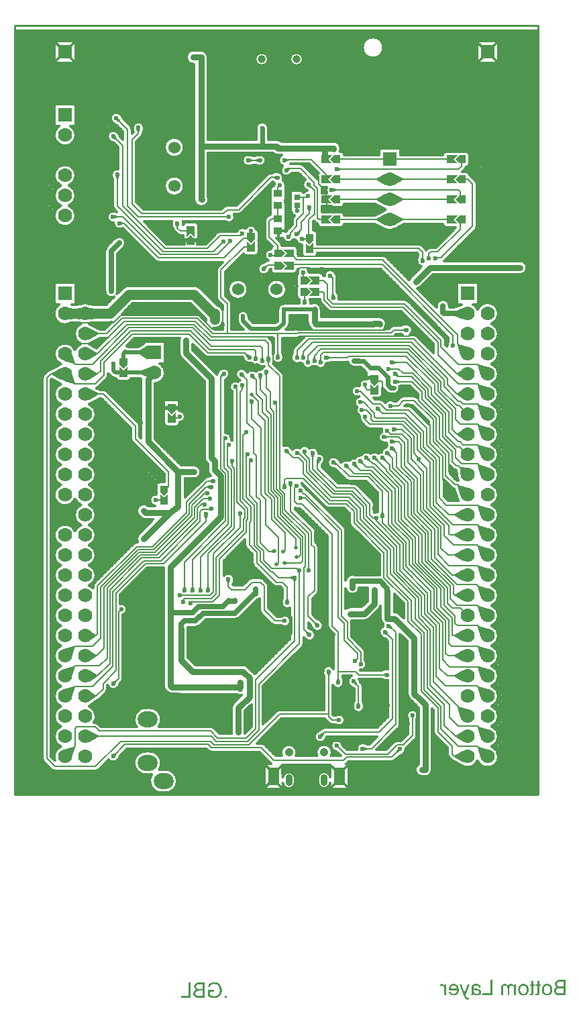
<source format=gbl>
G04*
G04 #@! TF.GenerationSoftware,Altium Limited,Altium Designer,20.0.11 (256)*
G04*
G04 Layer_Physical_Order=2*
G04 Layer_Color=16711680*
%FSLAX43Y43*%
%MOMM*%
G71*
G01*
G75*
%ADD10C,0.254*%
%ADD14C,0.305*%
%ADD17C,0.200*%
%ADD19C,0.500*%
%ADD59C,1.000*%
%ADD70C,0.350*%
%ADD71C,0.165*%
%ADD101R,1.016X0.889*%
%ADD105R,0.700X0.635*%
%ADD108C,0.254*%
%ADD110C,0.508*%
%ADD112C,0.600*%
%ADD113C,0.762*%
%ADD114C,0.635*%
%ADD116C,0.800*%
%ADD117C,0.305*%
%ADD118C,0.400*%
%ADD121C,0.381*%
%ADD124C,0.300*%
%ADD125C,1.400*%
%ADD126C,1.050*%
%ADD127R,1.400X2.200*%
%ADD128C,0.900*%
%ADD129C,1.778*%
%ADD130R,1.778X1.778*%
%ADD131C,2.000*%
%ADD132R,1.778X1.778*%
%ADD133C,1.524*%
%ADD134C,0.600*%
%ADD135C,0.500*%
%ADD136C,1.270*%
G36*
X13262Y84980D02*
X13120Y84838D01*
X12759Y85003D01*
X13097Y85341D01*
X13262Y84980D01*
D02*
G37*
G36*
X15683Y83542D02*
X15517D01*
X15361Y83918D01*
X15839D01*
X15683Y83542D01*
D02*
G37*
G36*
X12881Y82696D02*
X12765Y82579D01*
X12387Y82733D01*
X12723Y83072D01*
X12881Y82696D01*
D02*
G37*
G36*
X34523Y80166D02*
X34585Y80001D01*
X34237Y79780D01*
X34151Y80250D01*
X34523Y80166D01*
D02*
G37*
G36*
X30786Y79743D02*
X30410Y79899D01*
Y80065D01*
X30786Y80221D01*
Y79743D01*
D02*
G37*
G36*
X30002Y80065D02*
Y79899D01*
X29626Y79743D01*
Y80221D01*
X30002Y80065D01*
D02*
G37*
G36*
X56899Y79621D02*
X56099D01*
X55599Y80121D01*
X56099Y80621D01*
X56899D01*
Y79621D01*
D02*
G37*
G36*
X55349Y80121D02*
X55849Y79621D01*
X54499D01*
Y80621D01*
X55849D01*
X55349Y80121D01*
D02*
G37*
G36*
X41099Y79621D02*
X40299D01*
X39799Y80121D01*
X40299Y80621D01*
X41099D01*
Y79621D01*
D02*
G37*
G36*
X39549Y80121D02*
X40049Y79621D01*
X38699D01*
Y80621D01*
X40049D01*
X39549Y80121D01*
D02*
G37*
G36*
X34786Y78883D02*
X34568Y78679D01*
X34303Y79010D01*
X34700Y79049D01*
X34786Y78883D01*
D02*
G37*
G36*
X41158Y78933D02*
Y78768D01*
X40782Y78612D01*
Y79090D01*
X41158Y78933D01*
D02*
G37*
G36*
X13017Y77646D02*
X12851D01*
X12695Y78022D01*
X13173D01*
X13017Y77646D01*
D02*
G37*
G36*
X32949Y77577D02*
X32584Y77769D01*
X32615Y77934D01*
X32994Y78053D01*
X32949Y77577D01*
D02*
G37*
G36*
X56899Y77081D02*
X56099D01*
X55599Y77581D01*
X56099Y78081D01*
X56899D01*
Y77081D01*
D02*
G37*
G36*
X55349Y77581D02*
X55849Y77081D01*
X54499D01*
Y78081D01*
X55849D01*
X55349Y77581D01*
D02*
G37*
G36*
X41099Y77081D02*
X40299D01*
X39799Y77581D01*
X40299Y78081D01*
X41099D01*
Y77081D01*
D02*
G37*
G36*
X39549Y77581D02*
X40049Y77081D01*
X38699D01*
Y78081D01*
X40049D01*
X39549Y77581D01*
D02*
G37*
G36*
X48984Y77664D02*
Y77498D01*
X47837Y76873D01*
Y78289D01*
X48984Y77664D01*
D02*
G37*
G36*
X46761Y76873D02*
X45614Y77498D01*
Y77664D01*
X46761Y78289D01*
Y76873D01*
D02*
G37*
G36*
X37454Y76661D02*
X37337Y76544D01*
X37067Y76634D01*
X37364Y76931D01*
X37454Y76661D01*
D02*
G37*
G36*
X40552Y76346D02*
X40558Y76181D01*
X40182Y76017D01*
X40173Y76495D01*
X40552Y76346D01*
D02*
G37*
G36*
X56899Y74541D02*
X56099D01*
X55599Y75041D01*
X56099Y75541D01*
X56899D01*
Y74541D01*
D02*
G37*
G36*
X55349Y75041D02*
X55849Y74541D01*
X54499D01*
Y75541D01*
X55849D01*
X55349Y75041D01*
D02*
G37*
G36*
X41099Y74541D02*
X40299D01*
X39799Y75041D01*
X40299Y75541D01*
X41099D01*
Y74541D01*
D02*
G37*
G36*
X39549Y75041D02*
X40049Y74541D01*
X38699D01*
Y75541D01*
X40049D01*
X39549Y75041D01*
D02*
G37*
G36*
X48984Y75124D02*
Y74958D01*
X47837Y74333D01*
Y75749D01*
X48984Y75124D01*
D02*
G37*
G36*
X46761Y74333D02*
X45614Y74958D01*
Y75124D01*
X46761Y75749D01*
Y74333D01*
D02*
G37*
G36*
X35838Y73835D02*
X35360D01*
X35516Y74212D01*
X35681D01*
X35838Y73835D01*
D02*
G37*
G36*
X37280Y73585D02*
X37115D01*
X36988Y73839D01*
X37408D01*
X37280Y73585D01*
D02*
G37*
G36*
X12954Y72927D02*
Y72762D01*
X12577Y72606D01*
Y73083D01*
X12954Y72927D01*
D02*
G37*
G36*
X56899Y72001D02*
X56099D01*
X55599Y72501D01*
X56099Y73001D01*
X56899D01*
Y72001D01*
D02*
G37*
G36*
X55349Y72501D02*
X55849Y72001D01*
X54499D01*
Y73001D01*
X55849D01*
X55349Y72501D01*
D02*
G37*
G36*
X41099Y72001D02*
X40299D01*
X39799Y72501D01*
X40299Y73001D01*
X41099D01*
Y72001D01*
D02*
G37*
G36*
X39549Y72501D02*
X40049Y72001D01*
X38699D01*
Y73001D01*
X40049D01*
X39549Y72501D01*
D02*
G37*
G36*
X13746Y72135D02*
Y71970D01*
X13370Y71813D01*
Y72291D01*
X13746Y72135D01*
D02*
G37*
G36*
X48984Y72584D02*
Y72418D01*
X47837Y71793D01*
Y73209D01*
X48984Y72584D01*
D02*
G37*
G36*
X46761Y71793D02*
X45614Y72418D01*
Y72584D01*
X46761Y73209D01*
Y71793D01*
D02*
G37*
G36*
X20601Y71494D02*
X20436D01*
X20280Y71871D01*
X20757D01*
X20601Y71494D01*
D02*
G37*
G36*
X36027Y70972D02*
X35889Y70602D01*
X35542Y70931D01*
X35918Y71101D01*
X36027Y70972D01*
D02*
G37*
G36*
X34857Y70576D02*
X34790Y70468D01*
X34623Y70613D01*
X34741Y70693D01*
X34857Y70576D01*
D02*
G37*
G36*
X28635Y70504D02*
X28486Y70424D01*
X28370Y70541D01*
X28449Y70689D01*
X28635Y70504D01*
D02*
G37*
G36*
X22700Y70350D02*
X22200Y70850D01*
X21700Y70350D01*
Y71700D01*
X22700D01*
Y70350D01*
D02*
G37*
G36*
X36667Y70138D02*
Y69973D01*
X36413Y69845D01*
Y70265D01*
X36667Y70138D01*
D02*
G37*
G36*
X30300Y70044D02*
X29800Y69544D01*
X29300Y70044D01*
Y70844D01*
X30300D01*
Y70044D01*
D02*
G37*
G36*
X37698Y69856D02*
X37198Y69356D01*
X36698Y69856D01*
Y70656D01*
X37698D01*
Y69856D01*
D02*
G37*
G36*
X22700Y70100D02*
Y69300D01*
X21700D01*
Y70100D01*
X22200Y70600D01*
X22700Y70100D01*
D02*
G37*
G36*
X30300Y68444D02*
X29300D01*
Y69794D01*
X29800Y69294D01*
X30300Y69794D01*
Y68444D01*
D02*
G37*
G36*
X37698Y68256D02*
X36698D01*
Y69606D01*
X37198Y69106D01*
X37698Y69606D01*
Y68256D01*
D02*
G37*
G36*
X35199Y67756D02*
X33849D01*
X34349Y68256D01*
X33849Y68756D01*
X35199D01*
Y67756D01*
D02*
G37*
G36*
X34099Y68256D02*
X33599Y67756D01*
X32799D01*
Y68756D01*
X33599D01*
X34099Y68256D01*
D02*
G37*
G36*
X51650Y67496D02*
X51230D01*
X51358Y67750D01*
X51523D01*
X51650Y67496D01*
D02*
G37*
G36*
X31853Y66602D02*
X31697Y66225D01*
X31359Y66563D01*
X31736Y66719D01*
X31853Y66602D01*
D02*
G37*
G36*
X35199Y66157D02*
X33849D01*
X34349Y66657D01*
X33849Y67157D01*
X35199D01*
Y66157D01*
D02*
G37*
G36*
X34099Y66657D02*
X33599Y66157D01*
X32799D01*
Y67157D01*
X33599D01*
X34099Y66657D01*
D02*
G37*
G36*
X36481Y65389D02*
X36316D01*
X36188Y65643D01*
X36608D01*
X36481Y65389D01*
D02*
G37*
G36*
X40170Y65201D02*
X40054Y65084D01*
X39878Y65169D01*
X40085Y65376D01*
X40170Y65201D01*
D02*
G37*
G36*
X38467Y64344D02*
X37117D01*
X37617Y64844D01*
X37117Y65344D01*
X38467D01*
Y64344D01*
D02*
G37*
G36*
X37367Y64844D02*
X36867Y64344D01*
X36067D01*
Y65344D01*
X36867D01*
X37367Y64844D01*
D02*
G37*
G36*
X38467Y62921D02*
X37117D01*
X37617Y63421D01*
X37117Y63921D01*
X38467D01*
Y62921D01*
D02*
G37*
G36*
X37367Y63421D02*
X36867Y62921D01*
X36067D01*
Y63921D01*
X36867D01*
X37367Y63421D01*
D02*
G37*
G36*
X40406Y62874D02*
X39933Y62803D01*
X40029Y63179D01*
X40195Y63229D01*
X40406Y62874D01*
D02*
G37*
G36*
X36808Y62274D02*
X36388D01*
X36516Y62528D01*
X36681D01*
X36808Y62274D01*
D02*
G37*
G36*
X8332Y59932D02*
X7600Y59992D01*
X6868Y59932D01*
Y61348D01*
X7600Y61288D01*
X8332Y61348D01*
Y59932D01*
D02*
G37*
G36*
X56592D02*
X55500Y60322D01*
Y60958D01*
X56592Y61348D01*
Y59932D01*
D02*
G37*
G36*
X10292Y61275D02*
Y60005D01*
X9408Y59932D01*
Y61348D01*
X10292Y61275D01*
D02*
G37*
G36*
X49278Y58356D02*
X48901Y58513D01*
Y58678D01*
X49278Y58834D01*
Y58356D01*
D02*
G37*
G36*
X10555Y58183D02*
Y58017D01*
X9408Y57392D01*
Y58808D01*
X10555Y58183D01*
D02*
G37*
G36*
X57250Y56441D02*
X56249Y55440D01*
X55880Y56693D01*
X55997Y56810D01*
X57250Y56441D01*
D02*
G37*
G36*
X33410Y55314D02*
X32990D01*
X33117Y55568D01*
X33283D01*
X33410Y55314D01*
D02*
G37*
G36*
X36608Y55277D02*
X36188D01*
X36316Y55532D01*
X36481D01*
X36608Y55277D01*
D02*
G37*
G36*
X35809D02*
X35389D01*
X35516Y55532D01*
X35681D01*
X35809Y55277D01*
D02*
G37*
G36*
X32210Y55114D02*
X31790D01*
X31917Y55368D01*
X32083D01*
X32210Y55114D01*
D02*
G37*
G36*
X30610D02*
X30190D01*
X30317Y55368D01*
X30483D01*
X30610Y55114D01*
D02*
G37*
G36*
X29641Y55397D02*
X29303Y55059D01*
X29147Y55436D01*
X29264Y55553D01*
X29641Y55397D01*
D02*
G37*
G36*
X31410Y54914D02*
X30990D01*
X31117Y55168D01*
X31283D01*
X31410Y54914D01*
D02*
G37*
G36*
X10412Y55643D02*
Y55477D01*
X9474Y54907D01*
Y56213D01*
X10412Y55643D01*
D02*
G37*
G36*
X39807Y55173D02*
Y55007D01*
X39430Y54851D01*
Y55329D01*
X39807Y55173D01*
D02*
G37*
G36*
X16722Y54847D02*
X15722Y55483D01*
Y55983D01*
X16722Y56619D01*
Y54847D01*
D02*
G37*
G36*
X38036Y54845D02*
X37559D01*
X37715Y55222D01*
X37880D01*
X38036Y54845D01*
D02*
G37*
G36*
X38807Y54678D02*
X38387D01*
X38515Y54932D01*
X38680D01*
X38807Y54678D01*
D02*
G37*
G36*
X32083Y54432D02*
X31917D01*
X31790Y54686D01*
X32210D01*
X32083Y54432D01*
D02*
G37*
G36*
X7580Y54427D02*
X7463Y54310D01*
X6210Y54679D01*
X7211Y55680D01*
X7580Y54427D01*
D02*
G37*
G36*
X48151Y54546D02*
Y54381D01*
X47774Y54225D01*
Y54702D01*
X48151Y54546D01*
D02*
G37*
G36*
X14196Y54220D02*
X13696Y53720D01*
X13196Y54220D01*
Y55020D01*
X14196D01*
Y54220D01*
D02*
G37*
G36*
Y52620D02*
X13196D01*
Y53970D01*
X13696Y53470D01*
X14196Y53970D01*
Y52620D01*
D02*
G37*
G36*
X59790Y53901D02*
X58789Y52900D01*
X58420Y54153D01*
X58537Y54270D01*
X59790Y53901D01*
D02*
G37*
G36*
X31813Y52844D02*
X31647D01*
X31520Y53098D01*
X31940D01*
X31813Y52844D01*
D02*
G37*
G36*
X48451Y52774D02*
X48334Y52657D01*
X48000Y52764D01*
X48286Y53126D01*
X48451Y52774D01*
D02*
G37*
G36*
X26443Y52767D02*
X26065Y52612D01*
X25949Y52730D01*
X26106Y53106D01*
X26443Y52767D01*
D02*
G37*
G36*
X56365Y52567D02*
X55788Y52937D01*
Y53103D01*
X56365Y53473D01*
Y52567D01*
D02*
G37*
G36*
X29053Y52664D02*
X28936Y52547D01*
X28559Y52703D01*
X28897Y53041D01*
X29053Y52664D01*
D02*
G37*
G36*
X17070Y52486D02*
X15955Y52943D01*
Y53443D01*
X17070Y53901D01*
Y52486D01*
D02*
G37*
G36*
X10400Y53103D02*
Y52937D01*
X9486Y52379D01*
Y53661D01*
X10400Y53103D01*
D02*
G37*
G36*
X30405Y52468D02*
X30288Y52351D01*
X29911Y52507D01*
X30249Y52845D01*
X30405Y52468D01*
D02*
G37*
G36*
X5792Y52312D02*
X4645Y52937D01*
Y53103D01*
X5792Y53728D01*
Y52312D01*
D02*
G37*
G36*
X31084Y52306D02*
X30918D01*
X30762Y52683D01*
X31240D01*
X31084Y52306D01*
D02*
G37*
G36*
X48551Y52147D02*
Y51982D01*
X48174Y51826D01*
Y52303D01*
X48551Y52147D01*
D02*
G37*
G36*
X7580Y51887D02*
X7463Y51770D01*
X6210Y52139D01*
X7211Y53140D01*
X7580Y51887D01*
D02*
G37*
G36*
X45894Y52065D02*
X45394Y51565D01*
X44894Y52065D01*
Y52865D01*
X45894D01*
Y52065D01*
D02*
G37*
G36*
Y50465D02*
X44894D01*
Y51815D01*
X45394Y51315D01*
X45894Y51815D01*
Y50465D01*
D02*
G37*
G36*
X44322Y51255D02*
X44157D01*
X44125Y51373D01*
X44348Y51407D01*
X44322Y51255D01*
D02*
G37*
G36*
X28815Y51128D02*
X28650D01*
X28576Y51329D01*
X28890D01*
X28815Y51128D01*
D02*
G37*
G36*
X43595Y50948D02*
Y50783D01*
X43478Y50765D01*
Y50965D01*
X43595Y50948D01*
D02*
G37*
G36*
X59790Y51361D02*
X58789Y50360D01*
X58420Y51613D01*
X58537Y51730D01*
X59790Y51361D01*
D02*
G37*
G36*
X56365Y50027D02*
X55788Y50397D01*
Y50563D01*
X56365Y50933D01*
Y50027D01*
D02*
G37*
G36*
X10555Y50563D02*
Y50397D01*
X9408Y49772D01*
Y51188D01*
X10555Y50563D01*
D02*
G37*
G36*
X43994Y49548D02*
Y49383D01*
X43877Y49366D01*
Y49566D01*
X43994Y49548D01*
D02*
G37*
G36*
X29983Y49132D02*
X29817D01*
X29690Y49386D01*
X30110D01*
X29983Y49132D01*
D02*
G37*
G36*
X46252Y48341D02*
X46140Y48219D01*
X45759Y48368D01*
X46090Y48713D01*
X46252Y48341D01*
D02*
G37*
G36*
X20307Y48467D02*
X19807Y47967D01*
X19307Y48467D01*
Y49267D01*
X20307D01*
Y48467D01*
D02*
G37*
G36*
X59790Y48821D02*
X58789Y47820D01*
X58420Y49073D01*
X58537Y49190D01*
X59790Y48821D01*
D02*
G37*
G36*
X20307Y46867D02*
X19307D01*
Y48217D01*
X19807Y47717D01*
X20307Y48217D01*
Y46867D01*
D02*
G37*
G36*
X44277Y47267D02*
X44112D01*
X44094Y47384D01*
X44294D01*
X44277Y47267D01*
D02*
G37*
G36*
X48261Y46150D02*
Y45985D01*
X48007Y45858D01*
Y46278D01*
X48261Y46150D01*
D02*
G37*
G36*
X59790Y46281D02*
X58789Y45280D01*
X58420Y46533D01*
X58537Y46650D01*
X59790Y46281D01*
D02*
G37*
G36*
X56365Y44947D02*
X55788Y45317D01*
Y45483D01*
X56365Y45853D01*
Y44947D01*
D02*
G37*
G36*
X47061Y45151D02*
Y44986D01*
X46807Y44858D01*
Y45278D01*
X47061Y45151D01*
D02*
G37*
G36*
X48061Y44551D02*
Y44386D01*
X47807Y44258D01*
Y44678D01*
X48061Y44551D01*
D02*
G37*
G36*
X48046Y43332D02*
X47929Y43216D01*
X47552Y43372D01*
X47890Y43709D01*
X48046Y43332D01*
D02*
G37*
G36*
X34698Y42993D02*
X34581Y42877D01*
X34204Y43033D01*
X34542Y43370D01*
X34698Y42993D01*
D02*
G37*
G36*
X59763Y43744D02*
X58793Y42713D01*
X58387Y43952D01*
X58497Y44075D01*
X59763Y43744D01*
D02*
G37*
G36*
X47446Y42733D02*
X47329Y42616D01*
X46952Y42772D01*
X47290Y43110D01*
X47446Y42733D01*
D02*
G37*
G36*
X37680Y42511D02*
X37515D01*
X37359Y42888D01*
X37836D01*
X37680Y42511D01*
D02*
G37*
G36*
X46846Y42133D02*
X46730Y42016D01*
X46353Y42172D01*
X46690Y42510D01*
X46846Y42133D01*
D02*
G37*
G36*
X45847D02*
X45730Y42016D01*
X45353Y42172D01*
X45691Y42510D01*
X45847Y42133D01*
D02*
G37*
G36*
X44847D02*
X44731Y42016D01*
X44354Y42172D01*
X44691Y42510D01*
X44847Y42133D01*
D02*
G37*
G36*
X38511Y41992D02*
X38280Y41724D01*
X38115Y41776D01*
X38107Y42192D01*
X38511Y41992D01*
D02*
G37*
G36*
X44048Y41733D02*
X43931Y41616D01*
X43554Y41772D01*
X43892Y42110D01*
X44048Y41733D01*
D02*
G37*
G36*
X27485Y41601D02*
X27320D01*
X27193Y41855D01*
X27613D01*
X27485Y41601D01*
D02*
G37*
G36*
X40684Y41720D02*
X40645Y41526D01*
X40260Y41577D01*
X40469Y41994D01*
X40684Y41720D01*
D02*
G37*
G36*
X43248Y41333D02*
X43131Y41217D01*
X42754Y41373D01*
X43092Y41710D01*
X43248Y41333D01*
D02*
G37*
G36*
X42249Y41134D02*
X42132Y41017D01*
X41755Y41173D01*
X42093Y41511D01*
X42249Y41134D01*
D02*
G37*
G36*
X57121Y41209D02*
X56241Y40329D01*
X56194Y41139D01*
X56311Y41256D01*
X57121Y41209D01*
D02*
G37*
G36*
X59815Y41197D02*
X58786Y40225D01*
X58451Y41489D01*
X58574Y41599D01*
X59815Y41197D01*
D02*
G37*
G36*
X24861Y39335D02*
X24607Y39463D01*
Y39628D01*
X24861Y39755D01*
Y39335D01*
D02*
G37*
G36*
X34277Y38997D02*
X33857D01*
X33984Y39252D01*
X34149D01*
X34277Y38997D01*
D02*
G37*
G36*
X34911Y38772D02*
X34746D01*
X34619Y39026D01*
X35039D01*
X34911Y38772D01*
D02*
G37*
G36*
X24589Y38544D02*
X24212Y38701D01*
Y38866D01*
X24589Y39022D01*
Y38544D01*
D02*
G37*
G36*
X57250Y38661D02*
X56249Y37660D01*
X55880Y38913D01*
X55997Y39030D01*
X57250Y38661D01*
D02*
G37*
G36*
X19327Y38116D02*
X18827Y37616D01*
X18327Y38116D01*
Y38916D01*
X19327D01*
Y38116D01*
D02*
G37*
G36*
Y36516D02*
X18327D01*
Y37866D01*
X18827Y37366D01*
X19327Y37866D01*
Y36516D01*
D02*
G37*
G36*
X18228Y37189D02*
Y37024D01*
X17974Y36897D01*
Y37317D01*
X18228Y37189D01*
D02*
G37*
G36*
X46632Y35255D02*
X46154D01*
X46311Y35632D01*
X46476D01*
X46632Y35255D01*
D02*
G37*
G36*
X59790Y36121D02*
X58789Y35120D01*
X58420Y36373D01*
X58537Y36490D01*
X59790Y36121D01*
D02*
G37*
G36*
X28485Y35005D02*
X28320D01*
X28192Y35259D01*
X28612D01*
X28485Y35005D01*
D02*
G37*
G36*
X24193Y34770D02*
X24027D01*
X23871Y35147D01*
X24349D01*
X24193Y34770D01*
D02*
G37*
G36*
X56592Y34532D02*
X55445Y35157D01*
Y35323D01*
X56592Y35948D01*
Y34532D01*
D02*
G37*
G36*
X59790Y33581D02*
X58789Y32580D01*
X58420Y33833D01*
X58537Y33950D01*
X59790Y33581D01*
D02*
G37*
G36*
X56592Y31992D02*
X55445Y32617D01*
Y32783D01*
X56592Y33408D01*
Y31992D01*
D02*
G37*
G36*
X32695Y30473D02*
X32404Y30517D01*
X32326Y30683D01*
X32610Y30862D01*
X32695Y30473D01*
D02*
G37*
G36*
X59790Y31041D02*
X58789Y30040D01*
X58420Y31293D01*
X58537Y31410D01*
X59790Y31041D01*
D02*
G37*
G36*
X56592Y29452D02*
X55445Y30077D01*
Y30243D01*
X56592Y30868D01*
Y29452D01*
D02*
G37*
G36*
X33358Y29142D02*
X33250Y29007D01*
X33141Y29206D01*
X33242Y29258D01*
X33358Y29142D01*
D02*
G37*
G36*
X34477Y29265D02*
Y29099D01*
X34167Y28983D01*
Y29381D01*
X34477Y29265D01*
D02*
G37*
G36*
X59790Y28501D02*
X58789Y27500D01*
X58420Y28753D01*
X58537Y28870D01*
X59790Y28501D01*
D02*
G37*
G36*
X56592Y26912D02*
X55445Y27537D01*
Y27703D01*
X56592Y28328D01*
Y26912D01*
D02*
G37*
G36*
X35104Y27172D02*
X35525D01*
X35369Y26795D01*
X35203D01*
X35064Y27131D01*
X34728Y27271D01*
Y27436D01*
X35104Y27592D01*
Y27172D01*
D02*
G37*
G36*
X27037Y26592D02*
X26872D01*
X26716Y26968D01*
X27194D01*
X27037Y26592D01*
D02*
G37*
G36*
X24643Y25860D02*
X24166D01*
X24322Y26236D01*
X24487D01*
X24643Y25860D01*
D02*
G37*
G36*
X23644D02*
X23166D01*
X23322Y26236D01*
X23487D01*
X23644Y25860D01*
D02*
G37*
G36*
X22644D02*
X22167D01*
X22323Y26236D01*
X22488D01*
X22644Y25860D01*
D02*
G37*
G36*
X21645D02*
X21167D01*
X21323Y26236D01*
X21488D01*
X21645Y25860D01*
D02*
G37*
G36*
X59790Y25961D02*
X58789Y24960D01*
X58420Y26213D01*
X58537Y26330D01*
X59790Y25961D01*
D02*
G37*
G36*
X56557Y24401D02*
X55562Y24997D01*
Y25163D01*
X56557Y25759D01*
Y24401D01*
D02*
G37*
G36*
X34610Y24334D02*
X34133D01*
X34289Y24711D01*
X34454D01*
X34610Y24334D01*
D02*
G37*
G36*
X59790Y23421D02*
X58789Y22420D01*
X58420Y23673D01*
X58537Y23790D01*
X59790Y23421D01*
D02*
G37*
G36*
X38238Y21578D02*
X37900Y21240D01*
X37744Y21617D01*
X37861Y21734D01*
X38238Y21578D01*
D02*
G37*
G36*
X47647Y20965D02*
X47549Y20830D01*
X47157Y20958D01*
X47466Y21322D01*
X47647Y20965D01*
D02*
G37*
G36*
X37238Y20378D02*
X36901Y20040D01*
X36745Y20417D01*
X36861Y20534D01*
X37238Y20378D01*
D02*
G37*
G36*
X47169Y20144D02*
X47052Y20027D01*
X46675Y20183D01*
X47013Y20521D01*
X47169Y20144D01*
D02*
G37*
G36*
X59790Y20881D02*
X58789Y19880D01*
X58420Y21133D01*
X58537Y21250D01*
X59790Y20881D01*
D02*
G37*
G36*
X10242Y20083D02*
Y19917D01*
X9617Y19517D01*
Y20483D01*
X10242Y20083D01*
D02*
G37*
G36*
X56592Y19292D02*
X55445Y19917D01*
Y20083D01*
X56592Y20708D01*
Y19292D01*
D02*
G37*
G36*
X59790Y18341D02*
X58789Y17340D01*
X58420Y18593D01*
X58537Y18710D01*
X59790Y18341D01*
D02*
G37*
G36*
X7580Y18593D02*
X7211Y17340D01*
X6210Y18341D01*
X7463Y18710D01*
X7580Y18593D01*
D02*
G37*
G36*
X10292Y17543D02*
Y17377D01*
X9581Y16927D01*
Y17993D01*
X10292Y17543D01*
D02*
G37*
G36*
X56592Y16752D02*
X55445Y17377D01*
Y17543D01*
X56592Y18168D01*
Y16752D01*
D02*
G37*
G36*
X39683Y14942D02*
X39517D01*
X39361Y15318D01*
X39839D01*
X39683Y14942D01*
D02*
G37*
G36*
X46811Y14845D02*
X46434Y15001D01*
Y15166D01*
X46811Y15322D01*
Y14845D01*
D02*
G37*
G36*
X7580Y16053D02*
X7211Y14800D01*
X6210Y15801D01*
X7463Y16170D01*
X7580Y16053D01*
D02*
G37*
G36*
X59792Y15801D02*
X58789Y14798D01*
X58449Y16025D01*
X58565Y16141D01*
X59792Y15801D01*
D02*
G37*
G36*
X41035Y14266D02*
X40557D01*
X40713Y14642D01*
X40879D01*
X41035Y14266D01*
D02*
G37*
G36*
X10445Y15003D02*
Y14837D01*
X9436Y14234D01*
Y15606D01*
X10445Y15003D01*
D02*
G37*
G36*
X56592Y14212D02*
X55445Y14837D01*
Y15003D01*
X56592Y15628D01*
Y14212D01*
D02*
G37*
G36*
X12879Y14278D02*
X12723Y13901D01*
X12385Y14239D01*
X12762Y14395D01*
X12879Y14278D01*
D02*
G37*
G36*
X43207Y13910D02*
X43090Y13794D01*
X42713Y13950D01*
X43051Y14287D01*
X43207Y13910D01*
D02*
G37*
G36*
X59790Y13261D02*
X58789Y12260D01*
X58420Y13513D01*
X58537Y13630D01*
X59790Y13261D01*
D02*
G37*
G36*
X7580Y13513D02*
X7211Y12260D01*
X6210Y13261D01*
X7463Y13630D01*
X7580Y13513D01*
D02*
G37*
G36*
X10242Y12463D02*
Y12297D01*
X9617Y11897D01*
Y12863D01*
X10242Y12463D01*
D02*
G37*
G36*
X43602Y11228D02*
X43124D01*
X43281Y11605D01*
X43446D01*
X43602Y11228D01*
D02*
G37*
G36*
X57250Y10721D02*
X56249Y9720D01*
X55880Y10973D01*
X55997Y11090D01*
X57250Y10721D01*
D02*
G37*
G36*
X38986Y7627D02*
X38846Y7241D01*
X38493Y7562D01*
X38858Y7733D01*
X38986Y7627D01*
D02*
G37*
G36*
X59790Y8181D02*
X58789Y7180D01*
X58420Y8433D01*
X58537Y8550D01*
X59790Y8181D01*
D02*
G37*
G36*
X56526Y6647D02*
X55588Y7217D01*
Y7383D01*
X56526Y7953D01*
Y6647D01*
D02*
G37*
G36*
X10555Y7383D02*
Y7217D01*
X9408Y6592D01*
Y8008D01*
X10555Y7383D01*
D02*
G37*
G36*
X44417Y5833D02*
Y5668D01*
X44040Y5512D01*
Y5989D01*
X44417Y5833D01*
D02*
G37*
G36*
X48633Y5391D02*
X48256Y5235D01*
X48139Y5352D01*
X48295Y5729D01*
X48633Y5391D01*
D02*
G37*
G36*
X12879Y5134D02*
X12723Y4757D01*
X12385Y5095D01*
X12762Y5251D01*
X12879Y5134D01*
D02*
G37*
G36*
X59790Y5641D02*
X58789Y4640D01*
X58420Y5893D01*
X58537Y6010D01*
X59790Y5641D01*
D02*
G37*
G36*
X7580Y5893D02*
X7211Y4640D01*
X6210Y5641D01*
X7463Y6010D01*
X7580Y5893D01*
D02*
G37*
G36*
X56593Y4051D02*
X55473Y4677D01*
Y4843D01*
X56593Y5469D01*
Y4051D01*
D02*
G37*
G36*
X25270Y-23723D02*
X25367Y-23736D01*
X25411Y-23745D01*
X25453Y-23756D01*
X25492Y-23764D01*
X25528Y-23775D01*
X25561Y-23786D01*
X25589Y-23798D01*
X25614Y-23809D01*
X25636Y-23817D01*
X25653Y-23825D01*
X25664Y-23831D01*
X25672Y-23834D01*
X25675Y-23836D01*
X25714Y-23861D01*
X25753Y-23886D01*
X25819Y-23945D01*
X25878Y-24003D01*
X25925Y-24064D01*
X25964Y-24117D01*
X25978Y-24139D01*
X25989Y-24161D01*
X26000Y-24178D01*
X26005Y-24189D01*
X26008Y-24197D01*
X26011Y-24200D01*
X26050Y-24292D01*
X26078Y-24383D01*
X26100Y-24472D01*
X26105Y-24514D01*
X26114Y-24553D01*
X26116Y-24589D01*
X26122Y-24619D01*
X26125Y-24650D01*
Y-24675D01*
X26128Y-24694D01*
Y-24708D01*
Y-24719D01*
Y-24722D01*
X26122Y-24825D01*
X26108Y-24922D01*
X26100Y-24966D01*
X26091Y-25008D01*
X26080Y-25050D01*
X26069Y-25086D01*
X26058Y-25119D01*
X26047Y-25147D01*
X26039Y-25175D01*
X26030Y-25194D01*
X26022Y-25213D01*
X26016Y-25225D01*
X26011Y-25233D01*
Y-25236D01*
X25961Y-25316D01*
X25905Y-25386D01*
X25847Y-25447D01*
X25792Y-25497D01*
X25739Y-25535D01*
X25719Y-25549D01*
X25700Y-25563D01*
X25683Y-25572D01*
X25672Y-25580D01*
X25664Y-25583D01*
X25661Y-25585D01*
X25617Y-25608D01*
X25572Y-25624D01*
X25483Y-25655D01*
X25397Y-25674D01*
X25317Y-25691D01*
X25281Y-25694D01*
X25247Y-25699D01*
X25217Y-25702D01*
X25192D01*
X25173Y-25705D01*
X25145D01*
X25067Y-25702D01*
X24992Y-25694D01*
X24923Y-25680D01*
X24862Y-25666D01*
X24837Y-25660D01*
X24812Y-25655D01*
X24789Y-25646D01*
X24770Y-25641D01*
X24756Y-25635D01*
X24745Y-25633D01*
X24739Y-25630D01*
X24737D01*
X24662Y-25599D01*
X24592Y-25563D01*
X24526Y-25524D01*
X24467Y-25488D01*
X24442Y-25472D01*
X24417Y-25455D01*
X24398Y-25441D01*
X24381Y-25430D01*
X24367Y-25419D01*
X24356Y-25411D01*
X24351Y-25408D01*
X24348Y-25405D01*
Y-24691D01*
X25164D01*
Y-24919D01*
X24598D01*
Y-25280D01*
X24631Y-25308D01*
X24670Y-25333D01*
X24712Y-25355D01*
X24751Y-25374D01*
X24784Y-25391D01*
X24814Y-25405D01*
X24825Y-25411D01*
X24831Y-25413D01*
X24837Y-25416D01*
X24839D01*
X24898Y-25436D01*
X24956Y-25452D01*
X25009Y-25463D01*
X25059Y-25469D01*
X25100Y-25474D01*
X25117D01*
X25134Y-25477D01*
X25161D01*
X25231Y-25474D01*
X25297Y-25463D01*
X25358Y-25449D01*
X25414Y-25436D01*
X25458Y-25419D01*
X25478Y-25413D01*
X25492Y-25408D01*
X25506Y-25402D01*
X25514Y-25397D01*
X25520Y-25394D01*
X25522D01*
X25581Y-25358D01*
X25633Y-25319D01*
X25678Y-25277D01*
X25714Y-25236D01*
X25744Y-25197D01*
X25764Y-25166D01*
X25772Y-25155D01*
X25775Y-25147D01*
X25780Y-25141D01*
Y-25138D01*
X25808Y-25069D01*
X25830Y-24997D01*
X25844Y-24925D01*
X25855Y-24855D01*
X25858Y-24825D01*
X25861Y-24797D01*
X25864Y-24769D01*
Y-24747D01*
X25867Y-24730D01*
Y-24716D01*
Y-24708D01*
Y-24705D01*
X25864Y-24628D01*
X25855Y-24558D01*
X25844Y-24492D01*
X25830Y-24433D01*
X25825Y-24408D01*
X25817Y-24386D01*
X25811Y-24367D01*
X25805Y-24350D01*
X25800Y-24336D01*
X25797Y-24328D01*
X25794Y-24322D01*
Y-24319D01*
X25775Y-24281D01*
X25756Y-24245D01*
X25736Y-24211D01*
X25717Y-24183D01*
X25700Y-24161D01*
X25686Y-24142D01*
X25675Y-24131D01*
X25672Y-24128D01*
X25642Y-24097D01*
X25608Y-24070D01*
X25572Y-24047D01*
X25539Y-24025D01*
X25511Y-24011D01*
X25489Y-23997D01*
X25472Y-23992D01*
X25467Y-23989D01*
X25417Y-23970D01*
X25367Y-23956D01*
X25314Y-23947D01*
X25267Y-23939D01*
X25225Y-23936D01*
X25209D01*
X25195Y-23934D01*
X25164D01*
X25111Y-23936D01*
X25061Y-23942D01*
X25017Y-23950D01*
X24978Y-23959D01*
X24945Y-23970D01*
X24920Y-23978D01*
X24906Y-23984D01*
X24900Y-23986D01*
X24859Y-24006D01*
X24823Y-24028D01*
X24789Y-24050D01*
X24764Y-24072D01*
X24745Y-24092D01*
X24728Y-24106D01*
X24720Y-24117D01*
X24717Y-24120D01*
X24692Y-24153D01*
X24673Y-24192D01*
X24653Y-24228D01*
X24637Y-24267D01*
X24626Y-24300D01*
X24617Y-24325D01*
X24614Y-24336D01*
X24612Y-24344D01*
X24609Y-24347D01*
Y-24350D01*
X24378Y-24289D01*
X24398Y-24220D01*
X24423Y-24158D01*
X24448Y-24103D01*
X24470Y-24059D01*
X24492Y-24022D01*
X24509Y-23997D01*
X24520Y-23981D01*
X24526Y-23975D01*
X24565Y-23931D01*
X24606Y-23895D01*
X24651Y-23861D01*
X24692Y-23834D01*
X24731Y-23814D01*
X24762Y-23798D01*
X24773Y-23792D01*
X24781Y-23789D01*
X24787Y-23786D01*
X24789D01*
X24853Y-23764D01*
X24920Y-23748D01*
X24981Y-23734D01*
X25039Y-23725D01*
X25092Y-23720D01*
X25114D01*
X25131Y-23717D01*
X25220D01*
X25270Y-23723D01*
D02*
G37*
G36*
X26772Y-25671D02*
X26502D01*
Y-25402D01*
X26772D01*
Y-25671D01*
D02*
G37*
G36*
X23984D02*
X23251D01*
X23185Y-25669D01*
X23126Y-25666D01*
X23074Y-25660D01*
X23029Y-25655D01*
X22993Y-25649D01*
X22965Y-25646D01*
X22949Y-25641D01*
X22943D01*
X22896Y-25627D01*
X22857Y-25613D01*
X22821Y-25597D01*
X22791Y-25580D01*
X22766Y-25569D01*
X22746Y-25558D01*
X22735Y-25549D01*
X22732Y-25547D01*
X22702Y-25522D01*
X22674Y-25491D01*
X22652Y-25460D01*
X22629Y-25433D01*
X22613Y-25405D01*
X22602Y-25386D01*
X22593Y-25372D01*
X22591Y-25366D01*
X22571Y-25322D01*
X22557Y-25277D01*
X22546Y-25236D01*
X22541Y-25197D01*
X22535Y-25163D01*
X22532Y-25136D01*
Y-25119D01*
Y-25116D01*
Y-25113D01*
X22535Y-25052D01*
X22546Y-24997D01*
X22563Y-24950D01*
X22580Y-24905D01*
X22596Y-24872D01*
X22613Y-24847D01*
X22624Y-24830D01*
X22627Y-24825D01*
X22666Y-24780D01*
X22707Y-24744D01*
X22754Y-24714D01*
X22796Y-24689D01*
X22835Y-24669D01*
X22868Y-24658D01*
X22879Y-24653D01*
X22888Y-24650D01*
X22893Y-24647D01*
X22896D01*
X22849Y-24619D01*
X22807Y-24592D01*
X22774Y-24561D01*
X22746Y-24533D01*
X22724Y-24511D01*
X22707Y-24489D01*
X22699Y-24478D01*
X22696Y-24472D01*
X22674Y-24431D01*
X22657Y-24392D01*
X22643Y-24353D01*
X22635Y-24317D01*
X22629Y-24286D01*
X22627Y-24261D01*
Y-24247D01*
Y-24242D01*
X22629Y-24195D01*
X22638Y-24147D01*
X22652Y-24106D01*
X22666Y-24067D01*
X22679Y-24034D01*
X22693Y-24011D01*
X22702Y-23995D01*
X22704Y-23989D01*
X22735Y-23947D01*
X22768Y-23909D01*
X22804Y-23878D01*
X22838Y-23853D01*
X22865Y-23834D01*
X22890Y-23820D01*
X22907Y-23811D01*
X22910Y-23809D01*
X22913D01*
X22965Y-23789D01*
X23024Y-23775D01*
X23082Y-23764D01*
X23138Y-23759D01*
X23188Y-23753D01*
X23210D01*
X23229Y-23750D01*
X23984D01*
Y-25671D01*
D02*
G37*
G36*
X22194D02*
X20992D01*
Y-25444D01*
X21938D01*
Y-23750D01*
X22194D01*
Y-25671D01*
D02*
G37*
G36*
X62675Y-23923D02*
X62722Y-23931D01*
X62764Y-23940D01*
X62800Y-23951D01*
X62830Y-23965D01*
X62853Y-23973D01*
X62866Y-23981D01*
X62872Y-23984D01*
X62911Y-24009D01*
X62944Y-24037D01*
X62975Y-24065D01*
X63000Y-24092D01*
X63019Y-24115D01*
X63036Y-24134D01*
X63044Y-24145D01*
X63047Y-24151D01*
Y-23951D01*
X63258D01*
Y-25344D01*
X63022D01*
Y-24623D01*
X63019Y-24556D01*
X63016Y-24498D01*
X63011Y-24448D01*
X63002Y-24406D01*
X62994Y-24376D01*
X62989Y-24353D01*
X62986Y-24339D01*
X62983Y-24334D01*
X62966Y-24298D01*
X62947Y-24267D01*
X62928Y-24239D01*
X62908Y-24217D01*
X62889Y-24201D01*
X62875Y-24190D01*
X62864Y-24181D01*
X62861Y-24178D01*
X62828Y-24162D01*
X62797Y-24148D01*
X62764Y-24140D01*
X62736Y-24131D01*
X62714Y-24128D01*
X62694Y-24126D01*
X62678D01*
X62630Y-24128D01*
X62592Y-24137D01*
X62558Y-24151D01*
X62533Y-24165D01*
X62514Y-24181D01*
X62500Y-24192D01*
X62492Y-24203D01*
X62489Y-24206D01*
X62469Y-24239D01*
X62456Y-24276D01*
X62444Y-24314D01*
X62439Y-24353D01*
X62433Y-24387D01*
X62431Y-24417D01*
Y-24428D01*
Y-24434D01*
Y-24439D01*
Y-24442D01*
Y-25344D01*
X62195D01*
Y-24537D01*
X62189Y-24462D01*
X62178Y-24398D01*
X62164Y-24345D01*
X62145Y-24301D01*
X62128Y-24267D01*
X62111Y-24245D01*
X62100Y-24231D01*
X62097Y-24226D01*
X62059Y-24192D01*
X62017Y-24167D01*
X61975Y-24151D01*
X61936Y-24137D01*
X61903Y-24131D01*
X61875Y-24128D01*
X61864Y-24126D01*
X61850D01*
X61820Y-24128D01*
X61795Y-24131D01*
X61770Y-24137D01*
X61750Y-24145D01*
X61731Y-24153D01*
X61720Y-24159D01*
X61712Y-24162D01*
X61709Y-24165D01*
X61687Y-24181D01*
X61670Y-24198D01*
X61656Y-24215D01*
X61645Y-24231D01*
X61637Y-24245D01*
X61631Y-24256D01*
X61625Y-24264D01*
Y-24267D01*
X61617Y-24292D01*
X61612Y-24326D01*
X61609Y-24359D01*
X61606Y-24392D01*
X61603Y-24423D01*
Y-24448D01*
Y-24464D01*
Y-24467D01*
Y-24470D01*
Y-25344D01*
X61367D01*
Y-24389D01*
Y-24345D01*
X61373Y-24306D01*
X61378Y-24267D01*
X61384Y-24234D01*
X61392Y-24201D01*
X61403Y-24173D01*
X61412Y-24148D01*
X61423Y-24123D01*
X61434Y-24103D01*
X61442Y-24084D01*
X61462Y-24059D01*
X61473Y-24042D01*
X61478Y-24037D01*
X61523Y-23998D01*
X61576Y-23970D01*
X61628Y-23948D01*
X61678Y-23934D01*
X61725Y-23926D01*
X61745Y-23923D01*
X61764D01*
X61778Y-23920D01*
X61798D01*
X61848Y-23923D01*
X61892Y-23931D01*
X61936Y-23942D01*
X61978Y-23959D01*
X62017Y-23979D01*
X62053Y-23998D01*
X62084Y-24020D01*
X62114Y-24042D01*
X62142Y-24067D01*
X62164Y-24090D01*
X62183Y-24109D01*
X62200Y-24128D01*
X62214Y-24145D01*
X62222Y-24156D01*
X62228Y-24165D01*
X62231Y-24167D01*
X62247Y-24126D01*
X62270Y-24090D01*
X62295Y-24059D01*
X62317Y-24034D01*
X62339Y-24012D01*
X62356Y-23998D01*
X62367Y-23990D01*
X62372Y-23987D01*
X62411Y-23965D01*
X62453Y-23948D01*
X62494Y-23937D01*
X62536Y-23929D01*
X62569Y-23923D01*
X62600Y-23920D01*
X62625D01*
X62675Y-23923D01*
D02*
G37*
G36*
X58255D02*
X58313Y-23929D01*
X58369Y-23937D01*
X58413Y-23945D01*
X58452Y-23954D01*
X58480Y-23962D01*
X58491Y-23965D01*
X58499Y-23967D01*
X58502Y-23970D01*
X58505D01*
X58552Y-23990D01*
X58594Y-24015D01*
X58630Y-24037D01*
X58660Y-24059D01*
X58683Y-24081D01*
X58699Y-24098D01*
X58710Y-24109D01*
X58713Y-24112D01*
X58738Y-24148D01*
X58760Y-24187D01*
X58777Y-24226D01*
X58791Y-24262D01*
X58802Y-24298D01*
X58810Y-24323D01*
X58813Y-24334D01*
Y-24342D01*
X58816Y-24345D01*
Y-24348D01*
X58586Y-24378D01*
X58569Y-24328D01*
X58552Y-24284D01*
X58533Y-24248D01*
X58516Y-24220D01*
X58499Y-24198D01*
X58486Y-24184D01*
X58474Y-24176D01*
X58472Y-24173D01*
X58438Y-24153D01*
X58400Y-24140D01*
X58358Y-24128D01*
X58319Y-24123D01*
X58280Y-24117D01*
X58252Y-24115D01*
X58225D01*
X58161Y-24117D01*
X58105Y-24126D01*
X58061Y-24140D01*
X58022Y-24153D01*
X57994Y-24170D01*
X57972Y-24181D01*
X57958Y-24192D01*
X57955Y-24195D01*
X57933Y-24220D01*
X57916Y-24251D01*
X57903Y-24284D01*
X57894Y-24317D01*
X57889Y-24348D01*
X57886Y-24376D01*
Y-24392D01*
Y-24395D01*
Y-24398D01*
Y-24403D01*
Y-24414D01*
Y-24434D01*
X57889Y-24450D01*
Y-24456D01*
Y-24459D01*
X57916Y-24467D01*
X57947Y-24475D01*
X58011Y-24492D01*
X58083Y-24506D01*
X58150Y-24520D01*
X58183Y-24525D01*
X58214Y-24528D01*
X58241Y-24534D01*
X58263Y-24537D01*
X58283Y-24539D01*
X58297D01*
X58308Y-24542D01*
X58311D01*
X58361Y-24548D01*
X58402Y-24556D01*
X58438Y-24562D01*
X58466Y-24567D01*
X58488Y-24570D01*
X58505Y-24575D01*
X58516Y-24578D01*
X58519D01*
X58555Y-24589D01*
X58586Y-24600D01*
X58616Y-24614D01*
X58641Y-24625D01*
X58663Y-24636D01*
X58677Y-24648D01*
X58688Y-24653D01*
X58691Y-24656D01*
X58719Y-24675D01*
X58741Y-24698D01*
X58763Y-24720D01*
X58780Y-24742D01*
X58794Y-24761D01*
X58805Y-24778D01*
X58810Y-24789D01*
X58813Y-24792D01*
X58827Y-24823D01*
X58838Y-24856D01*
X58846Y-24886D01*
X58852Y-24917D01*
X58855Y-24942D01*
X58858Y-24961D01*
Y-24972D01*
Y-24978D01*
X58855Y-25011D01*
X58852Y-25039D01*
X58838Y-25097D01*
X58819Y-25145D01*
X58797Y-25186D01*
X58774Y-25219D01*
X58755Y-25244D01*
X58741Y-25258D01*
X58735Y-25264D01*
X58685Y-25300D01*
X58630Y-25328D01*
X58569Y-25347D01*
X58513Y-25361D01*
X58463Y-25369D01*
X58441Y-25372D01*
X58422D01*
X58405Y-25375D01*
X58383D01*
X58333Y-25372D01*
X58283Y-25367D01*
X58238Y-25361D01*
X58200Y-25353D01*
X58169Y-25344D01*
X58144Y-25336D01*
X58127Y-25333D01*
X58122Y-25331D01*
X58075Y-25311D01*
X58030Y-25286D01*
X57989Y-25258D01*
X57947Y-25233D01*
X57914Y-25208D01*
X57889Y-25189D01*
X57872Y-25175D01*
X57869Y-25170D01*
X57866D01*
X57861Y-25206D01*
X57855Y-25239D01*
X57850Y-25269D01*
X57841Y-25294D01*
X57833Y-25317D01*
X57828Y-25331D01*
X57825Y-25342D01*
X57822Y-25344D01*
X57575D01*
X57589Y-25314D01*
X57603Y-25283D01*
X57614Y-25256D01*
X57619Y-25231D01*
X57628Y-25208D01*
X57630Y-25192D01*
X57633Y-25181D01*
Y-25178D01*
X57636Y-25158D01*
X57639Y-25133D01*
Y-25106D01*
X57642Y-25075D01*
X57644Y-25006D01*
Y-24936D01*
X57647Y-24870D01*
Y-24839D01*
Y-24814D01*
Y-24792D01*
Y-24775D01*
Y-24764D01*
Y-24761D01*
Y-24445D01*
Y-24392D01*
X57650Y-24345D01*
X57653Y-24309D01*
Y-24278D01*
X57655Y-24256D01*
X57658Y-24239D01*
X57661Y-24231D01*
Y-24228D01*
X57669Y-24192D01*
X57680Y-24162D01*
X57692Y-24137D01*
X57705Y-24112D01*
X57717Y-24095D01*
X57725Y-24081D01*
X57730Y-24073D01*
X57733Y-24070D01*
X57755Y-24048D01*
X57780Y-24026D01*
X57808Y-24009D01*
X57836Y-23992D01*
X57861Y-23981D01*
X57880Y-23973D01*
X57894Y-23967D01*
X57900Y-23965D01*
X57944Y-23951D01*
X57991Y-23940D01*
X58039Y-23931D01*
X58086Y-23926D01*
X58127Y-23923D01*
X58158Y-23920D01*
X58189D01*
X58255Y-23923D01*
D02*
G37*
G36*
X56892Y-25344D02*
X56903Y-25369D01*
X56909Y-25389D01*
X56914Y-25400D01*
Y-25403D01*
X56931Y-25450D01*
X56948Y-25489D01*
X56959Y-25522D01*
X56970Y-25544D01*
X56975Y-25561D01*
X56981Y-25572D01*
X56986Y-25578D01*
Y-25580D01*
X57009Y-25611D01*
X57034Y-25633D01*
X57045Y-25641D01*
X57053Y-25647D01*
X57059Y-25653D01*
X57061D01*
X57081Y-25661D01*
X57100Y-25669D01*
X57142Y-25678D01*
X57159D01*
X57172Y-25680D01*
X57186D01*
X57231Y-25678D01*
X57275Y-25669D01*
X57292Y-25664D01*
X57306Y-25661D01*
X57317Y-25658D01*
X57320D01*
X57295Y-25877D01*
X57264Y-25889D01*
X57236Y-25894D01*
X57211Y-25900D01*
X57189Y-25905D01*
X57170D01*
X57156Y-25908D01*
X57145D01*
X57103Y-25905D01*
X57067Y-25900D01*
X57034Y-25891D01*
X57006Y-25880D01*
X56981Y-25869D01*
X56964Y-25861D01*
X56953Y-25855D01*
X56950Y-25852D01*
X56920Y-25830D01*
X56895Y-25802D01*
X56870Y-25775D01*
X56848Y-25747D01*
X56831Y-25722D01*
X56817Y-25703D01*
X56809Y-25689D01*
X56806Y-25683D01*
X56798Y-25664D01*
X56787Y-25644D01*
X56764Y-25597D01*
X56742Y-25544D01*
X56723Y-25492D01*
X56703Y-25444D01*
X56695Y-25422D01*
X56687Y-25403D01*
X56681Y-25389D01*
X56675Y-25378D01*
X56673Y-25369D01*
Y-25367D01*
X56142Y-23951D01*
X56378D01*
X56678Y-24764D01*
X56700Y-24823D01*
X56717Y-24878D01*
X56737Y-24934D01*
X56750Y-24981D01*
X56762Y-25022D01*
X56767Y-25039D01*
X56770Y-25053D01*
X56773Y-25064D01*
X56775Y-25072D01*
X56778Y-25078D01*
Y-25081D01*
X56795Y-25017D01*
X56812Y-24959D01*
X56828Y-24903D01*
X56845Y-24856D01*
X56859Y-24817D01*
X56864Y-24800D01*
X56870Y-24786D01*
X56873Y-24773D01*
X56875Y-24764D01*
X56878Y-24761D01*
Y-24759D01*
X57170Y-23951D01*
X57419D01*
X56892Y-25344D01*
D02*
G37*
G36*
X66203Y-23607D02*
Y-23951D01*
X66378D01*
Y-24134D01*
X66203D01*
Y-24939D01*
Y-24978D01*
Y-25011D01*
X66201Y-25042D01*
X66198Y-25072D01*
Y-25097D01*
X66195Y-25120D01*
X66190Y-25156D01*
X66184Y-25183D01*
X66181Y-25203D01*
X66176Y-25214D01*
Y-25217D01*
X66165Y-25242D01*
X66148Y-25261D01*
X66131Y-25281D01*
X66117Y-25294D01*
X66101Y-25308D01*
X66090Y-25317D01*
X66081Y-25322D01*
X66079Y-25325D01*
X66048Y-25339D01*
X66017Y-25347D01*
X65984Y-25356D01*
X65951Y-25358D01*
X65923Y-25361D01*
X65901Y-25364D01*
X65879D01*
X65818Y-25361D01*
X65787Y-25358D01*
X65759Y-25353D01*
X65734Y-25350D01*
X65715Y-25347D01*
X65704Y-25344D01*
X65698D01*
X65729Y-25136D01*
X65751Y-25139D01*
X65773Y-25142D01*
X65793D01*
X65806Y-25145D01*
X65834D01*
X65870Y-25142D01*
X65895Y-25136D01*
X65909Y-25131D01*
X65915Y-25128D01*
X65934Y-25114D01*
X65945Y-25100D01*
X65954Y-25089D01*
X65956Y-25083D01*
X65959Y-25070D01*
X65962Y-25050D01*
X65965Y-25006D01*
X65967Y-24986D01*
Y-24970D01*
Y-24959D01*
Y-24953D01*
Y-24134D01*
X65729D01*
Y-23951D01*
X65967D01*
Y-23465D01*
X66203Y-23607D01*
D02*
G37*
G36*
X65457D02*
Y-23951D01*
X65632D01*
Y-24134D01*
X65457D01*
Y-24939D01*
Y-24978D01*
Y-25011D01*
X65454Y-25042D01*
X65451Y-25072D01*
Y-25097D01*
X65448Y-25120D01*
X65443Y-25156D01*
X65437Y-25183D01*
X65434Y-25203D01*
X65429Y-25214D01*
Y-25217D01*
X65418Y-25242D01*
X65401Y-25261D01*
X65384Y-25281D01*
X65371Y-25294D01*
X65354Y-25308D01*
X65343Y-25317D01*
X65335Y-25322D01*
X65332Y-25325D01*
X65301Y-25339D01*
X65271Y-25347D01*
X65237Y-25356D01*
X65204Y-25358D01*
X65176Y-25361D01*
X65154Y-25364D01*
X65132D01*
X65071Y-25361D01*
X65040Y-25358D01*
X65012Y-25353D01*
X64987Y-25350D01*
X64968Y-25347D01*
X64957Y-25344D01*
X64951D01*
X64982Y-25136D01*
X65004Y-25139D01*
X65026Y-25142D01*
X65046D01*
X65060Y-25145D01*
X65087D01*
X65124Y-25142D01*
X65148Y-25136D01*
X65162Y-25131D01*
X65168Y-25128D01*
X65187Y-25114D01*
X65198Y-25100D01*
X65207Y-25089D01*
X65210Y-25083D01*
X65212Y-25070D01*
X65215Y-25050D01*
X65218Y-25006D01*
X65221Y-24986D01*
Y-24970D01*
Y-24959D01*
Y-24953D01*
Y-24134D01*
X64982D01*
Y-23951D01*
X65221D01*
Y-23465D01*
X65457Y-23607D01*
D02*
G37*
G36*
X55423Y-23923D02*
X55473Y-23929D01*
X55521Y-23937D01*
X55565Y-23951D01*
X55607Y-23965D01*
X55645Y-23981D01*
X55682Y-23998D01*
X55712Y-24017D01*
X55743Y-24034D01*
X55768Y-24053D01*
X55790Y-24070D01*
X55807Y-24084D01*
X55820Y-24098D01*
X55832Y-24106D01*
X55837Y-24112D01*
X55840Y-24115D01*
X55870Y-24153D01*
X55898Y-24195D01*
X55923Y-24237D01*
X55945Y-24281D01*
X55962Y-24328D01*
X55976Y-24373D01*
X55998Y-24462D01*
X56006Y-24500D01*
X56012Y-24539D01*
X56015Y-24573D01*
X56018Y-24603D01*
X56020Y-24628D01*
Y-24645D01*
Y-24659D01*
Y-24661D01*
X56018Y-24723D01*
X56012Y-24781D01*
X56004Y-24836D01*
X55993Y-24886D01*
X55979Y-24934D01*
X55965Y-24978D01*
X55948Y-25017D01*
X55931Y-25053D01*
X55915Y-25083D01*
X55898Y-25111D01*
X55884Y-25133D01*
X55870Y-25153D01*
X55859Y-25170D01*
X55851Y-25181D01*
X55845Y-25186D01*
X55843Y-25189D01*
X55807Y-25222D01*
X55770Y-25250D01*
X55732Y-25275D01*
X55690Y-25297D01*
X55651Y-25314D01*
X55609Y-25331D01*
X55532Y-25353D01*
X55496Y-25358D01*
X55462Y-25364D01*
X55432Y-25369D01*
X55407Y-25372D01*
X55387Y-25375D01*
X55357D01*
X55271Y-25369D01*
X55193Y-25356D01*
X55124Y-25339D01*
X55096Y-25328D01*
X55068Y-25317D01*
X55043Y-25306D01*
X55021Y-25294D01*
X55004Y-25286D01*
X54988Y-25278D01*
X54976Y-25269D01*
X54968Y-25264D01*
X54963Y-25258D01*
X54960D01*
X54904Y-25208D01*
X54860Y-25156D01*
X54821Y-25100D01*
X54793Y-25047D01*
X54771Y-25000D01*
X54763Y-24978D01*
X54754Y-24961D01*
X54749Y-24945D01*
X54746Y-24934D01*
X54743Y-24928D01*
Y-24925D01*
X54988Y-24895D01*
X55010Y-24947D01*
X55035Y-24992D01*
X55060Y-25031D01*
X55082Y-25061D01*
X55101Y-25083D01*
X55118Y-25100D01*
X55132Y-25111D01*
X55135Y-25114D01*
X55171Y-25136D01*
X55207Y-25153D01*
X55246Y-25164D01*
X55279Y-25172D01*
X55310Y-25178D01*
X55335Y-25181D01*
X55357D01*
X55390Y-25178D01*
X55421Y-25175D01*
X55476Y-25161D01*
X55526Y-25142D01*
X55571Y-25120D01*
X55604Y-25100D01*
X55629Y-25081D01*
X55645Y-25067D01*
X55648Y-25061D01*
X55651D01*
X55690Y-25011D01*
X55720Y-24956D01*
X55743Y-24895D01*
X55759Y-24839D01*
X55768Y-24789D01*
X55773Y-24767D01*
X55776Y-24748D01*
Y-24731D01*
X55779Y-24720D01*
Y-24711D01*
Y-24709D01*
X54738D01*
X54735Y-24681D01*
Y-24661D01*
Y-24650D01*
Y-24648D01*
X54738Y-24584D01*
X54743Y-24525D01*
X54752Y-24470D01*
X54763Y-24417D01*
X54777Y-24370D01*
X54790Y-24326D01*
X54807Y-24287D01*
X54824Y-24251D01*
X54840Y-24217D01*
X54857Y-24190D01*
X54871Y-24167D01*
X54885Y-24148D01*
X54896Y-24131D01*
X54904Y-24120D01*
X54910Y-24115D01*
X54913Y-24112D01*
X54946Y-24078D01*
X54982Y-24048D01*
X55021Y-24023D01*
X55060Y-24001D01*
X55099Y-23981D01*
X55135Y-23967D01*
X55174Y-23954D01*
X55207Y-23945D01*
X55243Y-23937D01*
X55273Y-23931D01*
X55301Y-23926D01*
X55323Y-23923D01*
X55343Y-23920D01*
X55371D01*
X55423Y-23923D01*
D02*
G37*
G36*
X69507Y-25344D02*
X68774D01*
X68708Y-25342D01*
X68649Y-25339D01*
X68597Y-25333D01*
X68552Y-25328D01*
X68516Y-25322D01*
X68488Y-25319D01*
X68472Y-25314D01*
X68466D01*
X68419Y-25300D01*
X68380Y-25286D01*
X68344Y-25269D01*
X68313Y-25253D01*
X68288Y-25242D01*
X68269Y-25231D01*
X68258Y-25222D01*
X68255Y-25219D01*
X68225Y-25195D01*
X68197Y-25164D01*
X68175Y-25133D01*
X68152Y-25106D01*
X68136Y-25078D01*
X68125Y-25058D01*
X68116Y-25045D01*
X68114Y-25039D01*
X68094Y-24995D01*
X68080Y-24950D01*
X68069Y-24909D01*
X68064Y-24870D01*
X68058Y-24836D01*
X68055Y-24809D01*
Y-24792D01*
Y-24789D01*
Y-24786D01*
X68058Y-24725D01*
X68069Y-24670D01*
X68086Y-24623D01*
X68102Y-24578D01*
X68119Y-24545D01*
X68136Y-24520D01*
X68147Y-24503D01*
X68150Y-24498D01*
X68188Y-24453D01*
X68230Y-24417D01*
X68277Y-24387D01*
X68319Y-24362D01*
X68358Y-24342D01*
X68391Y-24331D01*
X68402Y-24326D01*
X68411Y-24323D01*
X68416Y-24320D01*
X68419D01*
X68372Y-24292D01*
X68330Y-24264D01*
X68297Y-24234D01*
X68269Y-24206D01*
X68247Y-24184D01*
X68230Y-24162D01*
X68222Y-24151D01*
X68219Y-24145D01*
X68197Y-24103D01*
X68180Y-24065D01*
X68166Y-24026D01*
X68158Y-23990D01*
X68152Y-23959D01*
X68150Y-23934D01*
Y-23920D01*
Y-23915D01*
X68152Y-23867D01*
X68161Y-23820D01*
X68175Y-23779D01*
X68188Y-23740D01*
X68202Y-23706D01*
X68216Y-23684D01*
X68225Y-23668D01*
X68227Y-23662D01*
X68258Y-23620D01*
X68291Y-23582D01*
X68327Y-23551D01*
X68361Y-23526D01*
X68388Y-23507D01*
X68413Y-23493D01*
X68430Y-23484D01*
X68433Y-23482D01*
X68436D01*
X68488Y-23462D01*
X68547Y-23448D01*
X68605Y-23437D01*
X68660Y-23432D01*
X68710Y-23426D01*
X68733D01*
X68752Y-23423D01*
X69507D01*
Y-25344D01*
D02*
G37*
G36*
X60251D02*
X59049D01*
Y-25117D01*
X59996D01*
Y-23423D01*
X60251D01*
Y-25344D01*
D02*
G37*
G36*
X53966Y-23923D02*
X53994Y-23929D01*
X54021Y-23937D01*
X54044Y-23945D01*
X54060Y-23954D01*
X54077Y-23962D01*
X54085Y-23967D01*
X54088Y-23970D01*
X54113Y-23992D01*
X54138Y-24020D01*
X54163Y-24053D01*
X54185Y-24084D01*
X54207Y-24115D01*
X54221Y-24140D01*
X54232Y-24159D01*
X54235Y-24162D01*
Y-23951D01*
X54449D01*
Y-25344D01*
X54213D01*
Y-24617D01*
X54210Y-24562D01*
X54207Y-24512D01*
X54202Y-24464D01*
X54194Y-24423D01*
X54185Y-24389D01*
X54180Y-24364D01*
X54177Y-24348D01*
X54174Y-24342D01*
X54163Y-24312D01*
X54149Y-24287D01*
X54135Y-24264D01*
X54121Y-24245D01*
X54107Y-24231D01*
X54099Y-24220D01*
X54091Y-24215D01*
X54088Y-24212D01*
X54066Y-24195D01*
X54041Y-24184D01*
X54016Y-24176D01*
X53996Y-24170D01*
X53977Y-24167D01*
X53963Y-24165D01*
X53949D01*
X53919Y-24167D01*
X53888Y-24173D01*
X53858Y-24181D01*
X53833Y-24190D01*
X53810Y-24198D01*
X53794Y-24206D01*
X53783Y-24212D01*
X53780Y-24215D01*
X53694Y-23998D01*
X53741Y-23973D01*
X53785Y-23954D01*
X53824Y-23940D01*
X53860Y-23929D01*
X53891Y-23923D01*
X53916Y-23920D01*
X53935D01*
X53966Y-23923D01*
D02*
G37*
G36*
X67220D02*
X67264Y-23926D01*
X67350Y-23945D01*
X67425Y-23970D01*
X67458Y-23984D01*
X67489Y-23998D01*
X67517Y-24012D01*
X67539Y-24026D01*
X67561Y-24040D01*
X67578Y-24051D01*
X67592Y-24062D01*
X67603Y-24070D01*
X67608Y-24073D01*
X67611Y-24076D01*
X67650Y-24112D01*
X67680Y-24153D01*
X67711Y-24198D01*
X67733Y-24242D01*
X67755Y-24289D01*
X67772Y-24339D01*
X67786Y-24387D01*
X67797Y-24431D01*
X67808Y-24475D01*
X67814Y-24514D01*
X67819Y-24553D01*
X67822Y-24584D01*
Y-24612D01*
X67825Y-24631D01*
Y-24642D01*
Y-24648D01*
X67822Y-24711D01*
X67816Y-24773D01*
X67808Y-24828D01*
X67797Y-24881D01*
X67783Y-24928D01*
X67769Y-24972D01*
X67753Y-25014D01*
X67736Y-25050D01*
X67719Y-25083D01*
X67703Y-25111D01*
X67689Y-25133D01*
X67675Y-25153D01*
X67664Y-25170D01*
X67655Y-25181D01*
X67650Y-25186D01*
X67647Y-25189D01*
X67611Y-25222D01*
X67575Y-25250D01*
X67536Y-25275D01*
X67497Y-25297D01*
X67458Y-25314D01*
X67417Y-25331D01*
X67342Y-25353D01*
X67308Y-25358D01*
X67275Y-25364D01*
X67247Y-25369D01*
X67222Y-25372D01*
X67200Y-25375D01*
X67172D01*
X67106Y-25372D01*
X67045Y-25361D01*
X66986Y-25347D01*
X66939Y-25333D01*
X66898Y-25317D01*
X66881Y-25311D01*
X66867Y-25306D01*
X66853Y-25300D01*
X66845Y-25294D01*
X66842Y-25292D01*
X66839D01*
X66784Y-25256D01*
X66736Y-25217D01*
X66695Y-25178D01*
X66662Y-25139D01*
X66637Y-25106D01*
X66617Y-25078D01*
X66612Y-25067D01*
X66606Y-25058D01*
X66603Y-25056D01*
Y-25053D01*
X66575Y-24989D01*
X66556Y-24920D01*
X66539Y-24850D01*
X66531Y-24781D01*
X66525Y-24750D01*
Y-24723D01*
X66523Y-24695D01*
X66520Y-24673D01*
Y-24653D01*
Y-24639D01*
Y-24631D01*
Y-24628D01*
X66523Y-24567D01*
X66528Y-24512D01*
X66537Y-24459D01*
X66548Y-24409D01*
X66562Y-24362D01*
X66578Y-24320D01*
X66595Y-24278D01*
X66612Y-24245D01*
X66628Y-24215D01*
X66645Y-24187D01*
X66662Y-24162D01*
X66675Y-24142D01*
X66687Y-24128D01*
X66695Y-24117D01*
X66700Y-24112D01*
X66703Y-24109D01*
X66739Y-24076D01*
X66775Y-24048D01*
X66814Y-24020D01*
X66853Y-24001D01*
X66892Y-23981D01*
X66931Y-23967D01*
X67006Y-23942D01*
X67042Y-23937D01*
X67072Y-23931D01*
X67100Y-23926D01*
X67125Y-23923D01*
X67145Y-23920D01*
X67172D01*
X67220Y-23923D01*
D02*
G37*
G36*
X64232D02*
X64277Y-23926D01*
X64363Y-23945D01*
X64438Y-23970D01*
X64471Y-23984D01*
X64502Y-23998D01*
X64529Y-24012D01*
X64552Y-24026D01*
X64574Y-24040D01*
X64590Y-24051D01*
X64604Y-24062D01*
X64615Y-24070D01*
X64621Y-24073D01*
X64624Y-24076D01*
X64663Y-24112D01*
X64693Y-24153D01*
X64724Y-24198D01*
X64746Y-24242D01*
X64768Y-24289D01*
X64785Y-24339D01*
X64799Y-24387D01*
X64810Y-24431D01*
X64821Y-24475D01*
X64826Y-24514D01*
X64832Y-24553D01*
X64835Y-24584D01*
Y-24612D01*
X64838Y-24631D01*
Y-24642D01*
Y-24648D01*
X64835Y-24711D01*
X64829Y-24773D01*
X64821Y-24828D01*
X64810Y-24881D01*
X64796Y-24928D01*
X64782Y-24972D01*
X64765Y-25014D01*
X64749Y-25050D01*
X64732Y-25083D01*
X64715Y-25111D01*
X64702Y-25133D01*
X64688Y-25153D01*
X64677Y-25170D01*
X64668Y-25181D01*
X64663Y-25186D01*
X64660Y-25189D01*
X64624Y-25222D01*
X64588Y-25250D01*
X64549Y-25275D01*
X64510Y-25297D01*
X64471Y-25314D01*
X64429Y-25331D01*
X64354Y-25353D01*
X64321Y-25358D01*
X64288Y-25364D01*
X64260Y-25369D01*
X64235Y-25372D01*
X64213Y-25375D01*
X64185D01*
X64119Y-25372D01*
X64057Y-25361D01*
X63999Y-25347D01*
X63952Y-25333D01*
X63910Y-25317D01*
X63894Y-25311D01*
X63880Y-25306D01*
X63866Y-25300D01*
X63858Y-25294D01*
X63855Y-25292D01*
X63852D01*
X63796Y-25256D01*
X63749Y-25217D01*
X63708Y-25178D01*
X63674Y-25139D01*
X63649Y-25106D01*
X63630Y-25078D01*
X63624Y-25067D01*
X63619Y-25058D01*
X63616Y-25056D01*
Y-25053D01*
X63588Y-24989D01*
X63569Y-24920D01*
X63552Y-24850D01*
X63544Y-24781D01*
X63538Y-24750D01*
Y-24723D01*
X63536Y-24695D01*
X63533Y-24673D01*
Y-24653D01*
Y-24639D01*
Y-24631D01*
Y-24628D01*
X63536Y-24567D01*
X63541Y-24512D01*
X63549Y-24459D01*
X63561Y-24409D01*
X63574Y-24362D01*
X63591Y-24320D01*
X63608Y-24278D01*
X63624Y-24245D01*
X63641Y-24215D01*
X63658Y-24187D01*
X63674Y-24162D01*
X63688Y-24142D01*
X63699Y-24128D01*
X63708Y-24117D01*
X63713Y-24112D01*
X63716Y-24109D01*
X63752Y-24076D01*
X63788Y-24048D01*
X63827Y-24020D01*
X63866Y-24001D01*
X63905Y-23981D01*
X63944Y-23967D01*
X64019Y-23942D01*
X64055Y-23937D01*
X64085Y-23931D01*
X64113Y-23926D01*
X64138Y-23923D01*
X64157Y-23920D01*
X64185D01*
X64232Y-23923D01*
D02*
G37*
%LPC*%
G36*
X23729Y-23978D02*
X23274D01*
X23212Y-23984D01*
X23165Y-23986D01*
X23124Y-23992D01*
X23093Y-23997D01*
X23074Y-24000D01*
X23060Y-24006D01*
X23057D01*
X23026Y-24017D01*
X22999Y-24034D01*
X22977Y-24050D01*
X22957Y-24067D01*
X22943Y-24081D01*
X22932Y-24095D01*
X22927Y-24103D01*
X22924Y-24106D01*
X22907Y-24133D01*
X22896Y-24161D01*
X22888Y-24189D01*
X22882Y-24217D01*
X22879Y-24239D01*
X22877Y-24256D01*
Y-24267D01*
Y-24272D01*
X22879Y-24308D01*
X22885Y-24342D01*
X22893Y-24369D01*
X22902Y-24392D01*
X22910Y-24411D01*
X22918Y-24428D01*
X22924Y-24436D01*
X22927Y-24439D01*
X22946Y-24461D01*
X22971Y-24483D01*
X22996Y-24500D01*
X23018Y-24511D01*
X23040Y-24522D01*
X23057Y-24530D01*
X23068Y-24533D01*
X23074Y-24536D01*
X23104Y-24542D01*
X23143Y-24547D01*
X23182Y-24550D01*
X23221Y-24553D01*
X23257Y-24555D01*
X23729D01*
Y-23978D01*
D02*
G37*
G36*
Y-24783D02*
X23224D01*
X23165Y-24789D01*
X23118Y-24794D01*
X23079Y-24800D01*
X23049Y-24805D01*
X23024Y-24811D01*
X23013Y-24814D01*
X23007Y-24816D01*
X22971Y-24830D01*
X22940Y-24847D01*
X22913Y-24866D01*
X22890Y-24886D01*
X22874Y-24902D01*
X22863Y-24916D01*
X22854Y-24927D01*
X22852Y-24930D01*
X22832Y-24961D01*
X22818Y-24991D01*
X22807Y-25022D01*
X22802Y-25050D01*
X22796Y-25075D01*
X22793Y-25097D01*
Y-25108D01*
Y-25113D01*
X22796Y-25147D01*
X22799Y-25180D01*
X22804Y-25208D01*
X22813Y-25230D01*
X22821Y-25250D01*
X22827Y-25266D01*
X22829Y-25274D01*
X22832Y-25277D01*
X22849Y-25302D01*
X22863Y-25324D01*
X22882Y-25341D01*
X22896Y-25358D01*
X22910Y-25369D01*
X22921Y-25377D01*
X22929Y-25383D01*
X22932Y-25386D01*
X22979Y-25408D01*
X23026Y-25424D01*
X23046Y-25430D01*
X23063Y-25433D01*
X23074Y-25436D01*
X23076D01*
X23099Y-25438D01*
X23124Y-25441D01*
X23182Y-25444D01*
X23729D01*
Y-24783D01*
D02*
G37*
G36*
X57889Y-24645D02*
X57886D01*
X57889Y-24734D01*
X57891Y-24789D01*
X57894Y-24836D01*
X57900Y-24875D01*
X57908Y-24909D01*
X57916Y-24934D01*
X57922Y-24953D01*
X57925Y-24964D01*
X57928Y-24967D01*
X57950Y-25003D01*
X57972Y-25036D01*
X58000Y-25064D01*
X58025Y-25086D01*
X58047Y-25106D01*
X58066Y-25120D01*
X58077Y-25128D01*
X58083Y-25131D01*
X58125Y-25150D01*
X58166Y-25164D01*
X58205Y-25175D01*
X58244Y-25181D01*
X58275Y-25186D01*
X58302Y-25189D01*
X58325D01*
X58375Y-25186D01*
X58416Y-25181D01*
X58452Y-25170D01*
X58483Y-25158D01*
X58505Y-25147D01*
X58522Y-25136D01*
X58533Y-25131D01*
X58536Y-25128D01*
X58558Y-25103D01*
X58574Y-25075D01*
X58588Y-25050D01*
X58597Y-25025D01*
X58602Y-25003D01*
X58605Y-24986D01*
Y-24972D01*
Y-24970D01*
X58602Y-24947D01*
X58599Y-24925D01*
X58594Y-24909D01*
X58588Y-24892D01*
X58583Y-24878D01*
X58580Y-24867D01*
X58574Y-24861D01*
Y-24859D01*
X58547Y-24825D01*
X58513Y-24803D01*
X58502Y-24795D01*
X58491Y-24789D01*
X58483Y-24784D01*
X58480D01*
X58452Y-24773D01*
X58422Y-24764D01*
X58388Y-24756D01*
X58355Y-24750D01*
X58325Y-24745D01*
X58297Y-24739D01*
X58280Y-24736D01*
X58275D01*
X58227Y-24728D01*
X58183Y-24723D01*
X58144Y-24714D01*
X58105Y-24706D01*
X58069Y-24698D01*
X58039Y-24689D01*
X58008Y-24684D01*
X57983Y-24675D01*
X57961Y-24670D01*
X57941Y-24664D01*
X57925Y-24659D01*
X57911Y-24653D01*
X57900Y-24650D01*
X57891Y-24648D01*
X57889Y-24645D01*
D02*
G37*
G36*
X55385Y-24115D02*
X55368D01*
X55335Y-24117D01*
X55304Y-24120D01*
X55246Y-24137D01*
X55196Y-24159D01*
X55154Y-24184D01*
X55121Y-24209D01*
X55096Y-24231D01*
X55082Y-24248D01*
X55076Y-24251D01*
Y-24253D01*
X55051Y-24289D01*
X55029Y-24331D01*
X55015Y-24373D01*
X55001Y-24417D01*
X54993Y-24453D01*
X54988Y-24487D01*
Y-24498D01*
X54985Y-24506D01*
Y-24512D01*
Y-24514D01*
X55765D01*
X55757Y-24450D01*
X55740Y-24392D01*
X55720Y-24342D01*
X55698Y-24303D01*
X55679Y-24270D01*
X55659Y-24245D01*
X55648Y-24231D01*
X55643Y-24226D01*
X55598Y-24190D01*
X55554Y-24162D01*
X55507Y-24142D01*
X55462Y-24128D01*
X55426Y-24120D01*
X55396Y-24117D01*
X55385Y-24115D01*
D02*
G37*
G36*
X69252Y-23651D02*
X68796D01*
X68735Y-23656D01*
X68688Y-23659D01*
X68647Y-23665D01*
X68616Y-23670D01*
X68597Y-23673D01*
X68583Y-23679D01*
X68580D01*
X68549Y-23690D01*
X68522Y-23706D01*
X68499Y-23723D01*
X68480Y-23740D01*
X68466Y-23754D01*
X68455Y-23768D01*
X68449Y-23776D01*
X68447Y-23779D01*
X68430Y-23806D01*
X68419Y-23834D01*
X68411Y-23862D01*
X68405Y-23890D01*
X68402Y-23912D01*
X68399Y-23929D01*
Y-23940D01*
Y-23945D01*
X68402Y-23981D01*
X68408Y-24015D01*
X68416Y-24042D01*
X68424Y-24065D01*
X68433Y-24084D01*
X68441Y-24101D01*
X68447Y-24109D01*
X68449Y-24112D01*
X68469Y-24134D01*
X68494Y-24156D01*
X68519Y-24173D01*
X68541Y-24184D01*
X68563Y-24195D01*
X68580Y-24203D01*
X68591Y-24206D01*
X68597Y-24209D01*
X68627Y-24215D01*
X68666Y-24220D01*
X68705Y-24223D01*
X68744Y-24226D01*
X68780Y-24228D01*
X69252D01*
Y-23651D01*
D02*
G37*
G36*
Y-24456D02*
X68746D01*
X68688Y-24462D01*
X68641Y-24467D01*
X68602Y-24473D01*
X68572Y-24478D01*
X68547Y-24484D01*
X68535Y-24487D01*
X68530Y-24489D01*
X68494Y-24503D01*
X68463Y-24520D01*
X68436Y-24539D01*
X68413Y-24559D01*
X68397Y-24575D01*
X68386Y-24589D01*
X68377Y-24600D01*
X68374Y-24603D01*
X68355Y-24634D01*
X68341Y-24664D01*
X68330Y-24695D01*
X68324Y-24723D01*
X68319Y-24748D01*
X68316Y-24770D01*
Y-24781D01*
Y-24786D01*
X68319Y-24820D01*
X68322Y-24853D01*
X68327Y-24881D01*
X68336Y-24903D01*
X68344Y-24922D01*
X68349Y-24939D01*
X68352Y-24947D01*
X68355Y-24950D01*
X68372Y-24975D01*
X68386Y-24997D01*
X68405Y-25014D01*
X68419Y-25031D01*
X68433Y-25042D01*
X68444Y-25050D01*
X68452Y-25056D01*
X68455Y-25058D01*
X68502Y-25081D01*
X68549Y-25097D01*
X68569Y-25103D01*
X68585Y-25106D01*
X68597Y-25108D01*
X68599D01*
X68622Y-25111D01*
X68647Y-25114D01*
X68705Y-25117D01*
X69252D01*
Y-24456D01*
D02*
G37*
G36*
X67189Y-24115D02*
X67172D01*
X67139Y-24117D01*
X67109Y-24120D01*
X67053Y-24134D01*
X67003Y-24156D01*
X66961Y-24181D01*
X66928Y-24206D01*
X66903Y-24226D01*
X66886Y-24242D01*
X66881Y-24245D01*
Y-24248D01*
X66859Y-24273D01*
X66842Y-24303D01*
X66811Y-24364D01*
X66789Y-24431D01*
X66775Y-24492D01*
X66767Y-24550D01*
X66764Y-24575D01*
Y-24598D01*
X66761Y-24614D01*
Y-24628D01*
Y-24636D01*
Y-24639D01*
Y-24689D01*
X66767Y-24736D01*
X66773Y-24778D01*
X66781Y-24820D01*
X66789Y-24856D01*
X66800Y-24889D01*
X66809Y-24920D01*
X66820Y-24947D01*
X66831Y-24970D01*
X66842Y-24992D01*
X66853Y-25008D01*
X66861Y-25022D01*
X66870Y-25033D01*
X66875Y-25042D01*
X66878Y-25045D01*
X66881Y-25047D01*
X66903Y-25070D01*
X66928Y-25092D01*
X66975Y-25125D01*
X67025Y-25147D01*
X67070Y-25164D01*
X67111Y-25172D01*
X67142Y-25178D01*
X67156Y-25181D01*
X67172D01*
X67206Y-25178D01*
X67236Y-25175D01*
X67295Y-25161D01*
X67344Y-25139D01*
X67386Y-25114D01*
X67419Y-25092D01*
X67444Y-25070D01*
X67461Y-25056D01*
X67464Y-25050D01*
X67467D01*
X67486Y-25022D01*
X67506Y-24995D01*
X67533Y-24931D01*
X67555Y-24864D01*
X67569Y-24798D01*
X67578Y-24739D01*
X67580Y-24714D01*
Y-24692D01*
X67583Y-24673D01*
Y-24659D01*
Y-24650D01*
Y-24648D01*
X67580Y-24600D01*
X67578Y-24553D01*
X67572Y-24512D01*
X67564Y-24473D01*
X67555Y-24437D01*
X67547Y-24403D01*
X67536Y-24376D01*
X67525Y-24348D01*
X67514Y-24326D01*
X67503Y-24303D01*
X67494Y-24287D01*
X67486Y-24273D01*
X67478Y-24262D01*
X67472Y-24253D01*
X67467Y-24251D01*
Y-24248D01*
X67444Y-24226D01*
X67419Y-24203D01*
X67372Y-24170D01*
X67322Y-24148D01*
X67275Y-24131D01*
X67233Y-24120D01*
X67203Y-24117D01*
X67189Y-24115D01*
D02*
G37*
G36*
X64202D02*
X64185D01*
X64152Y-24117D01*
X64121Y-24120D01*
X64066Y-24134D01*
X64016Y-24156D01*
X63974Y-24181D01*
X63941Y-24206D01*
X63916Y-24226D01*
X63899Y-24242D01*
X63894Y-24245D01*
Y-24248D01*
X63871Y-24273D01*
X63855Y-24303D01*
X63824Y-24364D01*
X63802Y-24431D01*
X63788Y-24492D01*
X63780Y-24550D01*
X63777Y-24575D01*
Y-24598D01*
X63774Y-24614D01*
Y-24628D01*
Y-24636D01*
Y-24639D01*
Y-24689D01*
X63780Y-24736D01*
X63785Y-24778D01*
X63794Y-24820D01*
X63802Y-24856D01*
X63813Y-24889D01*
X63821Y-24920D01*
X63833Y-24947D01*
X63844Y-24970D01*
X63855Y-24992D01*
X63866Y-25008D01*
X63874Y-25022D01*
X63883Y-25033D01*
X63888Y-25042D01*
X63891Y-25045D01*
X63894Y-25047D01*
X63916Y-25070D01*
X63941Y-25092D01*
X63988Y-25125D01*
X64038Y-25147D01*
X64082Y-25164D01*
X64124Y-25172D01*
X64155Y-25178D01*
X64168Y-25181D01*
X64185D01*
X64218Y-25178D01*
X64249Y-25175D01*
X64307Y-25161D01*
X64357Y-25139D01*
X64399Y-25114D01*
X64432Y-25092D01*
X64457Y-25070D01*
X64474Y-25056D01*
X64477Y-25050D01*
X64479D01*
X64499Y-25022D01*
X64518Y-24995D01*
X64546Y-24931D01*
X64568Y-24864D01*
X64582Y-24798D01*
X64590Y-24739D01*
X64593Y-24714D01*
Y-24692D01*
X64596Y-24673D01*
Y-24659D01*
Y-24650D01*
Y-24648D01*
X64593Y-24600D01*
X64590Y-24553D01*
X64585Y-24512D01*
X64577Y-24473D01*
X64568Y-24437D01*
X64560Y-24403D01*
X64549Y-24376D01*
X64538Y-24348D01*
X64527Y-24326D01*
X64516Y-24303D01*
X64507Y-24287D01*
X64499Y-24273D01*
X64491Y-24262D01*
X64485Y-24253D01*
X64479Y-24251D01*
Y-24248D01*
X64457Y-24226D01*
X64432Y-24203D01*
X64385Y-24170D01*
X64335Y-24148D01*
X64288Y-24131D01*
X64246Y-24120D01*
X64216Y-24117D01*
X64202Y-24115D01*
D02*
G37*
%LPD*%
D10*
X0Y0D02*
Y97000D01*
Y0D02*
X66000D01*
Y97000D01*
X0D02*
X66000D01*
D14*
X45480Y11251D02*
X47057D01*
X33305Y70350D02*
Y71093D01*
X32238Y24458D02*
X33152D01*
X32086Y24762D02*
X32238Y24458D01*
X32086Y24762D02*
Y26286D01*
X33200Y71093D02*
X33305D01*
Y70350D02*
X34229Y69426D01*
X33305Y71093D02*
X34037D01*
X34585Y71640D01*
D17*
X12800Y85300D02*
X14200Y83900D01*
Y77401D02*
Y83900D01*
D19*
X13891Y55793D02*
X13950Y55733D01*
X17608D01*
X13891Y55793D02*
X13891Y55793D01*
X22200Y69900D02*
X23323D01*
X20800D02*
X22200D01*
X37798Y61186D02*
X37826D01*
X33952D02*
X37798D01*
X33200Y58748D02*
X33886Y59347D01*
X29802Y58748D02*
X33200D01*
X28800Y59749D02*
X29802Y58748D01*
X28800Y59749D02*
Y60260D01*
X13696Y53220D02*
X13723Y53193D01*
X17608D01*
X12680Y53220D02*
X13696D01*
X12400Y53500D02*
X12680Y53220D01*
X12400Y53500D02*
Y54300D01*
X23323Y70406D02*
X23551Y70635D01*
X23323Y69900D02*
Y70406D01*
X20600Y70100D02*
X20800Y69900D01*
X48748Y22832D02*
Y23594D01*
X48240Y24102D02*
X48748Y23594D01*
X13696Y54320D02*
Y55598D01*
X13891Y55793D01*
X13950Y55852D01*
D59*
X31159Y92751D02*
D03*
X35553D02*
D03*
D70*
X56794Y78857D02*
G03*
X56947Y79141I-394J394D01*
G01*
X56794Y78857D02*
G03*
X56947Y79141I-394J394D01*
G01*
X58323Y76997D02*
G03*
X58159Y77392I-558J0D01*
G01*
X58159Y71260D02*
G03*
X58323Y71655I-394J394D01*
G01*
X58159Y71260D02*
G03*
X58323Y71655I-394J394D01*
G01*
X57576Y77975D02*
G03*
X57384Y78100I-394J-394D01*
G01*
X58323Y76997D02*
G03*
X58159Y77392I-558J0D01*
G01*
X57576Y77975D02*
G03*
X57384Y78100I-394J-394D01*
G01*
X46517Y94214D02*
G03*
X46517Y94214I-1320J0D01*
G01*
X51377Y69250D02*
G03*
X50983Y69414I-394J-394D01*
G01*
X52507Y69014D02*
G03*
X52113Y68851I0J-558D01*
G01*
X52507Y69014D02*
G03*
X52113Y68850I0J-558D01*
G01*
X51929Y68667D02*
G03*
X51835Y68793I-489J-268D01*
G01*
X51929Y68667D02*
G03*
X51835Y68793I-489J-268D01*
G01*
X51377Y69250D02*
G03*
X50983Y69414I-394J-394D01*
G01*
X46547Y71358D02*
G03*
X48051Y71358I752J1143D01*
G01*
X46547Y73898D02*
G03*
X46788Y73771I752J1143D01*
G01*
D02*
G03*
X46547Y73644I511J-1270D01*
G01*
X46787Y67851D02*
G03*
X46393Y68014I-394J-394D01*
G01*
X46787Y67851D02*
G03*
X46393Y68014I-394J-394D01*
G01*
X64640Y66457D02*
G03*
X63784Y67313I-856J0D01*
G01*
Y65601D02*
G03*
X64640Y66457I0J856D01*
G01*
X61039Y60640D02*
G03*
X58400Y61151I-1369J0D01*
G01*
D02*
G03*
X57838Y61811I-1270J-511D01*
G01*
X54824Y61643D02*
G03*
X53239Y61643I-793J0D01*
G01*
X61039Y58100D02*
G03*
X60181Y59370I-1369J0D01*
G01*
D02*
G03*
X61039Y60640I-511J1270D01*
G01*
X60181Y56830D02*
G03*
X61039Y58100I-511J1270D01*
G01*
Y55560D02*
G03*
X60181Y56830I-1369J0D01*
G01*
X54693Y57077D02*
G03*
X54533Y56507I558J-463D01*
G01*
X54347Y57262D02*
G03*
X54184Y57656I-558J0D01*
G01*
X54347Y57262D02*
G03*
X54184Y57656I-558J0D01*
G01*
X60181Y54290D02*
G03*
X61039Y55560I-511J1270D01*
G01*
Y53020D02*
G03*
X60181Y54290I-1369J0D01*
G01*
Y51750D02*
G03*
X61039Y53020I-511J1270D01*
G01*
X60181Y49210D02*
G03*
X61039Y50480I-511J1270D01*
G01*
D02*
G03*
X60181Y51750I-1369J0D01*
G01*
X61039Y47940D02*
G03*
X60181Y49210I-1369J0D01*
G01*
Y46670D02*
G03*
X61039Y47940I-511J1270D01*
G01*
X50744Y67483D02*
G03*
X51294Y66572I697J-201D01*
G01*
X49986Y65263D02*
G03*
X49763Y64875I605J-605D01*
G01*
X50808Y63830D02*
G03*
X51196Y64053I-217J828D01*
G01*
X49586Y62254D02*
G03*
X49192Y62417I-394J-394D01*
G01*
X49586Y62254D02*
G03*
X49192Y62417I-394J-394D01*
G01*
X47859Y59153D02*
G03*
X47465Y58990I0J-558D01*
G01*
X47859Y59153D02*
G03*
X47465Y58989I0J-558D01*
G01*
X46607Y59991D02*
G03*
X46001Y60243I-606J-605D01*
G01*
X46606Y59992D02*
G03*
X46001Y60243I-605J-605D01*
G01*
X46886Y59357D02*
G03*
X46635Y59963I-856J0D01*
G01*
X50727Y57819D02*
G03*
X50331Y57984I-396J-392D01*
G01*
X50727Y57819D02*
G03*
X50331Y57984I-396J-392D01*
G01*
X49850D02*
G03*
X50184Y58595I-391J611D01*
G01*
D02*
G03*
X49341Y59311I-725J0D01*
G01*
X50785Y50060D02*
G03*
X50391Y50223I-394J-394D01*
G01*
X50785Y50060D02*
G03*
X50391Y50223I-394J-394D01*
G01*
X48567Y51265D02*
G03*
X48545Y51450I-775J0D01*
G01*
X46655Y58772D02*
G03*
X46886Y59357I-624J585D01*
G01*
X47647Y50504D02*
G03*
X48567Y51265I145J761D01*
G01*
X46886Y50733D02*
G03*
X47436Y50505I549J547D01*
G01*
X46887Y50732D02*
G03*
X47436Y50505I548J548D01*
G01*
X48992Y50223D02*
G03*
X48583Y50045I0J-558D01*
G01*
X48992Y50223D02*
G03*
X48583Y50045I0J-558D01*
G01*
X50098Y48861D02*
G03*
X49704Y49024I-394J-394D01*
G01*
X50099Y48861D02*
G03*
X49704Y49024I-394J-394D01*
G01*
X47865Y49577D02*
G03*
X46779Y49390I-463J-558D01*
G01*
X41030Y81110D02*
G03*
X41122Y81500I-783J390D01*
G01*
D02*
G03*
X40247Y82375I-875J0D01*
G01*
X41030Y81110D02*
G03*
X41122Y81500I-783J390D01*
G01*
D02*
G03*
X40247Y82375I-875J0D01*
G01*
X38755Y76458D02*
G03*
X38739Y76592I-558J0D01*
G01*
X39356D02*
G03*
X39399Y75841I641J-340D01*
G01*
X38755Y76458D02*
G03*
X38739Y76592I-558J0D01*
G01*
X38003Y72107D02*
G03*
X38215Y71974I394J394D01*
G01*
X38003Y72107D02*
G03*
X38215Y71974I394J394D01*
G01*
X37743Y72378D02*
G03*
X37803Y72307I454J323D01*
G01*
X37743Y72378D02*
G03*
X37803Y72307I454J323D01*
G01*
X36381Y92751D02*
G03*
X36381Y92751I-827J0D01*
G01*
X36533D02*
G03*
X36533Y92751I-980J0D01*
G01*
X36442Y79360D02*
G03*
X36048Y79524I-394J-394D01*
G01*
X36442Y79360D02*
G03*
X36048Y79524I-394J-394D01*
G01*
X36678Y77548D02*
G03*
X36714Y76299I386J-614D01*
G01*
X33671Y82375D02*
G03*
X33451Y82474I-464J-742D01*
G01*
X33671Y82375D02*
G03*
X33451Y82474I-464J-742D01*
G01*
X33451D02*
G03*
X32944Y82635I-506J-714D01*
G01*
X33681Y80625D02*
G03*
X33813Y79286I335J-643D01*
G01*
X33797Y79262D02*
G03*
X33669Y78306I473J-550D01*
G01*
X33451Y82474D02*
G03*
X32944Y82635I-506J-714D01*
G01*
X32585Y80881D02*
G03*
X33204Y80625I619J619D01*
G01*
X32585Y80881D02*
G03*
X33204Y80625I619J619D01*
G01*
X33753Y78204D02*
G03*
X34859Y78290I517J508D01*
G01*
X33819Y77512D02*
G03*
X33877Y77798I-666J286D01*
G01*
X33669Y78306D02*
G03*
X33103Y78521I-517J-508D01*
G01*
X33877Y77798D02*
G03*
X33753Y78204I-725J0D01*
G01*
X34182Y76883D02*
G03*
X33819Y77512I-725J0D01*
G01*
X34168Y76739D02*
G03*
X34182Y76883I-711J144D01*
G01*
X32775Y77128D02*
G03*
X32734Y76935I682J-245D01*
G01*
Y76935D02*
G03*
X32649Y76739I459J-316D01*
G01*
X32734Y76935D02*
G03*
X32649Y76739I459J-316D01*
G01*
X36909Y76172D02*
G03*
X36442Y75919I89J-719D01*
G01*
X34881Y73548D02*
G03*
X35334Y72978I717J106D01*
G01*
X35195Y72839D02*
G03*
X35031Y72444I394J-394D01*
G01*
X35194Y72838D02*
G03*
X35031Y72444I394J-394D01*
G01*
X35487Y69917D02*
G03*
X36209Y69330I712J138D01*
G01*
X35186Y70034D02*
G03*
X35487Y69917I405J601D01*
G01*
X33817Y70168D02*
G03*
X35186Y70034I707J162D01*
G01*
X34405Y71249D02*
G03*
X34262Y71006I394J-394D01*
G01*
X34405Y71249D02*
G03*
X34262Y71006I394J-394D01*
G01*
X34262Y71006D02*
G03*
X34188Y70972I262J-676D01*
G01*
X33710Y69263D02*
G03*
X33547Y69657I-558J0D01*
G01*
X33710Y69263D02*
G03*
X33547Y69657I-558J0D01*
G01*
X40921Y62659D02*
G03*
X40886Y62881I-725J0D01*
G01*
X40880Y62417D02*
G03*
X40921Y62659I-683J242D01*
G01*
X40670Y65142D02*
G03*
X40630Y65348I-558J0D01*
G01*
X40670Y65142D02*
G03*
X40630Y65348I-558J0D01*
G01*
X40504Y65618D02*
G03*
X39076Y65375I-707J-160D01*
G01*
D02*
G03*
X38945Y65400I-170J-531D01*
G01*
X39076Y65375D02*
G03*
X38945Y65400I-170J-531D01*
G01*
X39540Y61066D02*
G03*
X39934Y60902I394J394D01*
G01*
X39540Y61065D02*
G03*
X39934Y60902I394J394D01*
G01*
X37323Y62060D02*
G03*
X37295Y62261I-725J0D01*
G01*
X38488Y62349D02*
G03*
X38651Y61955I558J0D01*
G01*
X38488Y62349D02*
G03*
X38651Y61955I558J0D01*
G01*
X38654Y61186D02*
G03*
X37342Y61911I-856J0D01*
G01*
X37308D02*
G03*
X37323Y62060I-710J148D01*
G01*
X45339Y60243D02*
G03*
X45171Y60226I0J-856D01*
G01*
X45339Y60243D02*
G03*
X45170Y60226I0J-856D01*
G01*
X45339Y60243D02*
G03*
X45170Y60226I0J-856D01*
G01*
X43400Y53907D02*
G03*
X43566Y53925I0J793D01*
G01*
X46383Y51262D02*
G03*
X46489Y51131I653J418D01*
G01*
X46383Y51262D02*
G03*
X46488Y51132I653J418D01*
G01*
X46508Y49660D02*
G03*
X46114Y49824I-394J-394D01*
G01*
X46508Y49660D02*
G03*
X46114Y49824I-394J-394D01*
G01*
X44397Y52361D02*
G03*
X43482Y51531I-203J-696D01*
G01*
X43703Y47004D02*
G03*
X43800Y46873I492J263D01*
G01*
X43484Y47811D02*
G03*
X43624Y47219I710J-145D01*
G01*
X43703Y47004D02*
G03*
X43800Y46873I492J263D01*
G01*
X42021Y54553D02*
G03*
X42800Y53907I779J147D01*
G01*
X41873Y54532D02*
G03*
X42021Y54553I0J558D01*
G01*
X41873Y54532D02*
G03*
X42021Y54553I0J558D01*
G01*
X43488Y50183D02*
G03*
X43189Y48865I106J-717D01*
G01*
X43482Y51531D02*
G03*
X43475Y50196I-287J-666D01*
G01*
X43189Y48865D02*
G03*
X43484Y47811I606J-399D01*
G01*
X38053Y53985D02*
G03*
X39316Y54368I544J479D01*
G01*
X37542Y53985D02*
G03*
X38053Y53985I255J679D01*
G01*
X37123Y65858D02*
G03*
X36973Y66299I-725J0D01*
G01*
X35824D02*
G03*
X35701Y65659I575J-442D01*
G01*
X35902Y62261D02*
G03*
X35889Y61911I697J-201D01*
G01*
X36942Y59589D02*
G03*
X37192Y58984I856J0D01*
G01*
X36942Y59589D02*
G03*
X37193Y58983I856J0D01*
G01*
X34468Y58898D02*
G03*
X34682Y59414I-515J515D01*
G01*
X34468Y58898D02*
G03*
X34682Y59414I-515J515D01*
G01*
X34029Y61911D02*
G03*
X33223Y61186I-76J-725D01*
G01*
X35642Y58772D02*
G03*
X35321Y58670I0J-558D01*
G01*
X35642Y58772D02*
G03*
X35321Y58670I0J-558D01*
G01*
X35540Y57555D02*
G03*
X35861Y57657I0J558D01*
G01*
X35540Y57555D02*
G03*
X35861Y57657I0J558D01*
G01*
X34902Y55264D02*
G03*
X35998Y54458I697J-201D01*
G01*
X36282Y54347D02*
G03*
X37542Y53985I716J116D01*
G01*
X35998Y54458D02*
G03*
X36282Y54347I400J605D01*
G01*
X35204Y56376D02*
G03*
X35041Y55982I394J-394D01*
G01*
X35204Y56376D02*
G03*
X35041Y55982I394J-394D01*
G01*
X34306Y58751D02*
G03*
X34402Y58832I-420J596D01*
G01*
X32558Y56862D02*
G03*
X32394Y57256I-558J0D01*
G01*
X32558Y56862D02*
G03*
X32394Y57256I-558J0D01*
G01*
X33925Y55100D02*
G03*
X33897Y55301I-725J0D01*
G01*
X33957Y52776D02*
G03*
X33794Y53170I-558J0D01*
G01*
X33957Y52776D02*
G03*
X33794Y53170I-558J0D01*
G01*
X32682Y54593D02*
G03*
X33925Y55100I518J507D01*
G01*
X60181Y44130D02*
G03*
X61039Y45400I-511J1270D01*
G01*
D02*
G03*
X60181Y46670I-1369J0D01*
G01*
X61039Y42860D02*
G03*
X60181Y44130I-1369J0D01*
G01*
Y41590D02*
G03*
X61039Y42860I-511J1270D01*
G01*
X55297Y41067D02*
G03*
X55692Y40904I394J394D01*
G01*
X61039Y40320D02*
G03*
X60181Y41590I-1369J0D01*
G01*
Y39050D02*
G03*
X61039Y40320I-511J1270D01*
G01*
X55297Y41067D02*
G03*
X55692Y40904I394J394D01*
G01*
X61039Y37780D02*
G03*
X60181Y39050I-1369J0D01*
G01*
X61039Y35240D02*
G03*
X60181Y36510I-1369J0D01*
G01*
D02*
G03*
X61039Y37780I-511J1270D01*
G01*
X60181Y33970D02*
G03*
X61039Y35240I-511J1270D01*
G01*
X60181Y31430D02*
G03*
X61039Y32700I-511J1270D01*
G01*
X55969Y39595D02*
G03*
X55862Y39606I-107J-547D01*
G01*
X55762Y40263D02*
G03*
X55969Y39595I1368J57D01*
G01*
D02*
G03*
X55862Y39606I-107J-547D01*
G01*
X55171Y38654D02*
G03*
X55493Y38495I394J394D01*
G01*
X55789Y37504D02*
G03*
X55985Y37030I1341J276D01*
G01*
X61039Y32700D02*
G03*
X60181Y33970I-1369J0D01*
G01*
X55171Y38654D02*
G03*
X55493Y38495I394J394D01*
G01*
X61039Y25080D02*
G03*
X60181Y26350I-1369J0D01*
G01*
D02*
G03*
X61039Y27620I-511J1270D01*
G01*
X60181Y23810D02*
G03*
X61039Y25080I-511J1270D01*
G01*
X60181Y28890D02*
G03*
X61039Y30160I-511J1270D01*
G01*
D02*
G03*
X60181Y31430I-1369J0D01*
G01*
X61039Y27620D02*
G03*
X60181Y28890I-1369J0D01*
G01*
X61039Y22540D02*
G03*
X60181Y23810I-1369J0D01*
G01*
X61039Y17460D02*
G03*
X60181Y18730I-1369J0D01*
G01*
X61039Y20000D02*
G03*
X60181Y21270I-1369J0D01*
G01*
D02*
G03*
X61039Y22540I-511J1270D01*
G01*
X60181Y18730D02*
G03*
X61039Y20000I-511J1270D01*
G01*
X46873Y44379D02*
G03*
X46988Y44069I719J90D01*
G01*
Y44069D02*
G03*
X46877Y43785I605J-400D01*
G01*
X46309Y46110D02*
G03*
X46282Y45723I683J-242D01*
G01*
X46877Y43785D02*
G03*
X46277Y43185I116J-716D01*
G01*
X46282Y45723D02*
G03*
X46794Y44372I311J-655D01*
G01*
X46277Y43185D02*
G03*
X45893Y42995I116J-716D01*
G01*
D02*
G03*
X44894Y42995I-500J-525D01*
G01*
X44400Y46273D02*
G03*
X44794Y46110I394J394D01*
G01*
X44400Y46273D02*
G03*
X44794Y46110I394J394D01*
G01*
X44894Y42995D02*
G03*
X43739Y42780I-500J-525D01*
G01*
X45759Y35579D02*
G03*
X45352Y35557I-166J-706D01*
G01*
Y36672D02*
G03*
X45188Y37067I-558J0D01*
G01*
X45352Y36672D02*
G03*
X45188Y37067I-558J0D01*
G01*
X48524Y22759D02*
G03*
X47918Y23010I-606J-605D01*
G01*
X48523Y22760D02*
G03*
X47918Y23010I-605J-605D01*
G01*
X45950Y23395D02*
G03*
X46165Y23756I-605J605D01*
G01*
X45949Y23395D02*
G03*
X46165Y23756I-605J606D01*
G01*
X44125Y21925D02*
G03*
X44731Y22176I0J856D01*
G01*
X46490Y21500D02*
G03*
X46455Y21157I683J-243D01*
G01*
X46165Y22172D02*
G03*
X46490Y21500I856J0D01*
G01*
X46455Y21157D02*
G03*
X46293Y19892I261J-676D01*
G01*
X44125Y21925D02*
G03*
X44730Y22176I0J856D01*
G01*
X61039Y12380D02*
G03*
X60181Y13650I-1369J0D01*
G01*
X61039Y14920D02*
G03*
X60181Y16190I-1369J0D01*
G01*
D02*
G03*
X61039Y17460I-511J1270D01*
G01*
X60181Y13650D02*
G03*
X61039Y14920I-511J1270D01*
G01*
Y7300D02*
G03*
X60181Y8570I-1369J0D01*
G01*
Y6030D02*
G03*
X61039Y7300I-511J1270D01*
G01*
Y9840D02*
G03*
X60181Y11110I-1369J0D01*
G01*
D02*
G03*
X61039Y12380I-511J1270D01*
G01*
X60181Y8570D02*
G03*
X61039Y9840I-511J1270D01*
G01*
X50749Y9498D02*
G03*
X50916Y9961I-558J463D01*
G01*
X52832Y7887D02*
G03*
X52995Y7493I558J0D01*
G01*
X52832Y7887D02*
G03*
X52995Y7493I558J0D01*
G01*
X50586Y7004D02*
G03*
X50749Y7398I-394J394D01*
G01*
X50585Y7003D02*
G03*
X50749Y7398I-394J394D01*
G01*
X61039Y4760D02*
G03*
X60181Y6030I-1369J0D01*
G01*
X58400Y4249D02*
G03*
X61039Y4760I1270J511D01*
G01*
X54631Y5045D02*
G03*
X54794Y4650I558J0D01*
G01*
X55079Y4366D02*
G03*
X55219Y4264I394J394D01*
G01*
X55079Y4366D02*
G03*
X55219Y4264I394J394D01*
G01*
X54631Y5045D02*
G03*
X54794Y4650I558J0D01*
G01*
X56377Y3617D02*
G03*
X58400Y4249I753J1143D01*
G01*
X51800Y2244D02*
G03*
X52656Y3100I0J856D01*
G01*
X51800Y2244D02*
G03*
X52656Y3100I0J856D01*
G01*
X50944Y3824D02*
G03*
X51400Y2244I456J-724D01*
G01*
X47111Y15799D02*
G03*
X46875Y15799I-118J-715D01*
G01*
Y14368D02*
G03*
X47111Y14368I118J715D01*
G01*
X49540Y12689D02*
G03*
X49791Y12084I856J0D01*
G01*
X49540Y12689D02*
G03*
X49791Y12084I856J0D01*
G01*
X50916Y9961D02*
G03*
X49634Y9498I-725J0D01*
G01*
X48470Y8431D02*
G03*
X48633Y8825I-394J394D01*
G01*
X48470Y8431D02*
G03*
X48633Y8825I-394J394D01*
G01*
X49315Y5745D02*
G03*
X49389Y5807I-320J456D01*
G01*
X49315Y5745D02*
G03*
X49389Y5806I-320J456D01*
G01*
X49015Y5099D02*
G03*
X49317Y5688I-423J589D01*
G01*
X48226Y6758D02*
G03*
X47832Y6595I0J-558D01*
G01*
X48226Y6758D02*
G03*
X47832Y6595I0J-558D01*
G01*
X47593Y4131D02*
G03*
X47987Y4295I0J558D01*
G01*
X47593Y4131D02*
G03*
X47987Y4294I0J558D01*
G01*
X43739Y42780D02*
G03*
X42940Y42380I-145J-710D01*
G01*
D02*
G03*
X42194Y42076I-145J-710D01*
G01*
X41812Y39687D02*
G03*
X42206Y39524I394J394D01*
G01*
X41812Y39687D02*
G03*
X42206Y39524I394J394D01*
G01*
X42194Y42076D02*
G03*
X41197Y41879I-399J-606D01*
G01*
X43189Y39066D02*
G03*
X42795Y39229I-394J-394D01*
G01*
X43189Y39066D02*
G03*
X42795Y39229I-394J-394D01*
G01*
X42237Y34274D02*
G03*
X42401Y33880I558J0D01*
G01*
X42237Y34274D02*
G03*
X42401Y33879I558J0D01*
G01*
X40637Y42446D02*
G03*
X39991Y41175I-440J-576D01*
G01*
X38964Y41817D02*
G03*
X39122Y42270I-566J453D01*
G01*
D02*
G03*
X38318Y42990I-725J0D01*
G01*
X41749Y33359D02*
G03*
X41586Y33753I-558J0D01*
G01*
X41749Y33359D02*
G03*
X41586Y33753I-558J0D01*
G01*
X39203Y36278D02*
G03*
X39597Y36115I394J394D01*
G01*
X39202Y36278D02*
G03*
X39597Y36115I394J394D01*
G01*
X44527Y26085D02*
G03*
X44488Y25829I817J-256D01*
G01*
X42919Y27670D02*
G03*
X41749Y27008I-324J-793D01*
G01*
Y25948D02*
G03*
X43451Y26078I846J130D01*
G01*
X42511Y21753D02*
G03*
X42484Y21925I-558J0D01*
G01*
X42296Y23637D02*
G03*
X41749Y23439I0J-856D01*
G01*
X42511Y21753D02*
G03*
X42484Y21925I-558J0D01*
G01*
X39491Y21228D02*
G03*
X39654Y20834I558J0D01*
G01*
X39491Y21228D02*
G03*
X39654Y20834I558J0D01*
G01*
X38922Y21280D02*
G03*
X38620Y21869I-725J0D01*
G01*
X38318Y42990D02*
G03*
X38323Y43069I-721J79D01*
G01*
X38355Y31137D02*
G03*
X38192Y31531I-558J0D01*
G01*
X38355Y31137D02*
G03*
X38192Y31531I-558J0D01*
G01*
X38323Y43069D02*
G03*
X37199Y43675I-725J0D01*
G01*
X36757Y38476D02*
G03*
X36313Y39001I-709J-150D01*
G01*
X37199Y43675D02*
G03*
X35997Y43675I-601J-406D01*
G01*
X36313Y39001D02*
G03*
X36256Y39225I-722J-65D01*
G01*
X35997Y43675D02*
G03*
X35017Y43502I-399J-606D01*
G01*
X37006Y38332D02*
G03*
X36757Y38476I-394J-394D01*
G01*
X37006Y38332D02*
G03*
X36757Y38476I-394J-394D01*
G01*
X34834Y43752D02*
G03*
X33957Y43995I-589J-423D01*
G01*
X38000Y33125D02*
G03*
X37837Y33519I-558J0D01*
G01*
X38000Y33125D02*
G03*
X37837Y33519I-558J0D01*
G01*
X35386Y36130D02*
G03*
X35667Y36054I281J482D01*
G01*
X35386Y36130D02*
G03*
X35667Y36054I281J482D01*
G01*
X38192Y25320D02*
G03*
X38355Y25714I-394J394D01*
G01*
X38192Y25320D02*
G03*
X38355Y25714I-394J394D01*
G01*
X37608Y20858D02*
G03*
X38922Y21280I589J423D01*
G01*
X37923Y20081D02*
G03*
X37620Y20670I-725J0D01*
G01*
X36609Y19658D02*
G03*
X37923Y20081I589J423D01*
G01*
X32606Y26349D02*
G03*
X33000Y26186I394J394D01*
G01*
X32606Y26349D02*
G03*
X33000Y26186I394J394D01*
G01*
X33656Y24271D02*
G03*
X34728Y23522I715J-118D01*
G01*
Y22163D02*
G03*
X33603Y22424I-662J-296D01*
G01*
Y21309D02*
G03*
X34728Y21570I463J558D01*
G01*
X32453Y21472D02*
G03*
X32848Y21309I394J394D01*
G01*
X32453Y21473D02*
G03*
X32848Y21309I394J394D01*
G01*
X44393Y16419D02*
G03*
X44226Y16882I-725J0D01*
G01*
Y17942D02*
G03*
X44062Y18337I-558J0D01*
G01*
X43566Y15701D02*
G03*
X44393Y16419I102J718D01*
G01*
X44226Y17942D02*
G03*
X44062Y18337I-558J0D01*
G01*
X43921Y13637D02*
G03*
X43758Y14031I-558J0D01*
G01*
X43921Y13637D02*
G03*
X43757Y14031I-558J0D01*
G01*
X42499Y14926D02*
G03*
X42331Y13658I254J-679D01*
G01*
X44088Y11046D02*
G03*
X44079Y11164I-725J0D01*
G01*
X42648D02*
G03*
X44088Y11046I715J-118D01*
G01*
X41521Y14084D02*
G03*
X41511Y14202I-725J0D01*
G01*
X40238Y15844D02*
G03*
X38885Y15382I-638J-343D01*
G01*
X40158Y13740D02*
G03*
X41521Y14084I638J343D01*
G01*
X40462Y8812D02*
G03*
X41650Y9370I463J558D01*
G01*
D02*
G03*
X40462Y9928I-725J0D01*
G01*
X39119Y9537D02*
G03*
X39206Y9424I481J281D01*
G01*
X39119Y9537D02*
G03*
X39206Y9424I481J281D01*
G01*
X39654Y8976D02*
G03*
X40049Y8812I394J394D01*
G01*
X39654Y8976D02*
G03*
X40049Y8812I394J394D01*
G01*
X43976Y6466D02*
G03*
X43147Y5610I-118J-715D01*
G01*
X41342Y6198D02*
G03*
X40553Y5410I-722J-67D01*
G01*
X41809Y3830D02*
G03*
X41885Y3894I-318J458D01*
G01*
X41809Y3830D02*
G03*
X41885Y3894I-318J458D01*
G01*
X39943Y4846D02*
G03*
X40040Y5275I-908J430D01*
G01*
X39805Y2296D02*
G03*
X39736Y2386I-770J-521D01*
G01*
X39805Y2156D02*
G03*
X39736Y2386I-770J-106D01*
G01*
Y1165D02*
G03*
X39805Y1254I-701J610D01*
G01*
X39736Y1165D02*
G03*
X39805Y1394I-701J335D01*
G01*
X39092Y8408D02*
G03*
X38698Y8244I0J-558D01*
G01*
X39092Y8408D02*
G03*
X38698Y8244I0J-558D01*
G01*
X38097Y7835D02*
G03*
X39156Y6873I450J-568D01*
G01*
X40040Y5275D02*
G03*
X38127Y4846I-1005J0D01*
G01*
X36315Y18610D02*
G03*
X36479Y19004I-394J394D01*
G01*
X36315Y18610D02*
G03*
X36479Y19004I-394J394D01*
G01*
X33409Y10652D02*
G03*
X33014Y10489I0J-558D01*
G01*
X33409Y10652D02*
G03*
X33014Y10489I0J-558D01*
G01*
X35493Y4846D02*
G03*
X35590Y5275I-908J430D01*
G01*
D02*
G03*
X33677Y4846I-1005J0D01*
G01*
X39736Y2386D02*
G03*
X38334Y2386I-701J-335D01*
G01*
X39805Y2571D02*
G03*
X38116Y1913I-770J-521D01*
G01*
X38334Y2386D02*
G03*
X38116Y1913I701J-610D01*
G01*
X38334Y2386D02*
G03*
X38259Y2012I701J-335D01*
G01*
D02*
G03*
X38270Y1913I776J39D01*
G01*
X38259Y2012D02*
G03*
X38147Y1775I776J-512D01*
G01*
X38270Y1638D02*
G03*
X38259Y1539I765J-138D01*
G01*
X38270Y1913D02*
G03*
X38270Y1638I765J-138D01*
G01*
X38116Y1913D02*
G03*
X38147Y1775I920J138D01*
G01*
X38116Y1913D02*
G03*
X38116Y1638I920J-138D01*
G01*
X38147Y1775D02*
G03*
X38116Y1638I888J-275D01*
G01*
X38334Y1165D02*
G03*
X39736Y1165I701J335D01*
G01*
X38147Y1775D02*
G03*
X38259Y1539I888J275D01*
G01*
X38116Y1638D02*
G03*
X38334Y1165I920J138D01*
G01*
X38259Y1539D02*
G03*
X38334Y1165I776J-39D01*
G01*
X38116Y1638D02*
G03*
X39805Y979I920J-138D01*
G01*
X35505Y1638D02*
G03*
X35515Y1775I-920J138D01*
G01*
X35505Y1913D02*
G03*
X35286Y2386I-920J-138D01*
G01*
X35505Y1913D02*
G03*
X35515Y2050I-920J138D01*
G01*
X35362D02*
G03*
X35286Y2386I-777J0D01*
G01*
X35350Y1913D02*
G03*
X35361Y2012I-765J138D01*
G01*
X35473Y1775D02*
G03*
X35505Y1913I-888J275D01*
G01*
X35473Y1775D02*
G03*
X35361Y2012I-888J-275D01*
G01*
X35515Y1775D02*
G03*
X35505Y1913I-930J0D01*
G01*
X35350Y1638D02*
G03*
X35362Y1775I-765J138D01*
G01*
D02*
G03*
X35350Y1913I-777J0D01*
G01*
X35361Y1539D02*
G03*
X35473Y1775I-776J512D01*
G01*
X32301Y3894D02*
G03*
X32377Y3830I394J394D01*
G01*
X32301Y3894D02*
G03*
X32377Y3830I394J394D01*
G01*
X35515Y2050D02*
G03*
X33815Y2571I-930J0D01*
G01*
X35286Y2386D02*
G03*
X33884Y2386I-701J-335D01*
G01*
D02*
G03*
X33815Y2296I701J-610D01*
G01*
X33884Y2386D02*
G03*
X33815Y2156I701J-335D01*
G01*
X35515Y1500D02*
G03*
X35505Y1638I-930J0D01*
G01*
D02*
G03*
X35473Y1775I-920J-138D01*
G01*
X35286Y1165D02*
G03*
X35362Y1500I-701J335D01*
G01*
X35286Y1165D02*
G03*
X35505Y1638I-701J610D01*
G01*
X35361Y1539D02*
G03*
X35350Y1638I-776J-39D01*
G01*
X33884Y1165D02*
G03*
X35286Y1165I701J335D01*
G01*
X33815Y979D02*
G03*
X35515Y1500I770J521D01*
G01*
X33815Y1254D02*
G03*
X33884Y1165I770J521D01*
G01*
X33815Y1394D02*
G03*
X33884Y1165I770J106D01*
G01*
X31997Y84046D02*
G03*
X30447Y84046I-775J0D01*
G01*
X31986Y92751D02*
G03*
X31986Y92751I-827J0D01*
G01*
X32139D02*
G03*
X32139Y92751I-980J0D01*
G01*
X32351Y78409D02*
G03*
X31957Y78246I0J-558D01*
G01*
X32351Y78409D02*
G03*
X31957Y78246I0J-558D01*
G01*
X30850Y79267D02*
G03*
X31693Y79982I118J715D01*
G01*
D02*
G03*
X30850Y80697I-725J0D01*
G01*
X32212Y73145D02*
G03*
X31996Y73011I178J-528D01*
G01*
X32212Y73145D02*
G03*
X31996Y73011I178J-528D01*
G01*
X31691Y72706D02*
G03*
X31528Y72312I394J-394D01*
G01*
X31691Y72706D02*
G03*
X31528Y72312I394J-394D01*
G01*
X29562Y80697D02*
G03*
X29562Y79267I-118J-715D01*
G01*
X28245Y73188D02*
G03*
X28639Y73351I0J558D01*
G01*
X28245Y73188D02*
G03*
X28639Y73351I0J558D01*
G01*
X26803Y74303D02*
G03*
X26409Y74140I0J-558D01*
G01*
X26803Y74303D02*
G03*
X26409Y74139I0J-558D01*
G01*
X27753Y72845D02*
G03*
X27667Y73188I-725J0D01*
G01*
X26565Y72287D02*
G03*
X27753Y72845I463J558D01*
G01*
X24365Y92999D02*
G03*
X23490Y93875I-875J0D01*
G01*
X24365Y92999D02*
G03*
X23490Y93875I-875J0D01*
G01*
X22522D02*
G03*
X22522Y92124I0J-875D01*
G01*
X24480Y75053D02*
G03*
X24365Y75486I-875J0D01*
G01*
X23605Y74178D02*
G03*
X24480Y75053I0J875D01*
G01*
X22615D02*
G03*
X23490Y74178I875J0D01*
G01*
X22615Y75053D02*
G03*
X23490Y74178I875J0D01*
G01*
X21364Y81624D02*
G03*
X21364Y81624I-1242J0D01*
G01*
Y76744D02*
G03*
X21364Y76744I-1242J0D01*
G01*
X31528Y70330D02*
G03*
X31691Y69936I558J0D01*
G01*
X31528Y70330D02*
G03*
X31691Y69936I558J0D01*
G01*
X32312Y68765D02*
G03*
X32006Y67357I-74J-721D01*
G01*
X31933D02*
G03*
X31539Y67194I0J-558D01*
G01*
X31933Y67357D02*
G03*
X31539Y67194I0J-558D01*
G01*
X34282Y63700D02*
G03*
X34282Y63700I-1242J0D01*
G01*
X30977Y66855D02*
G03*
X31989Y65843I423J-589D01*
G01*
X30497Y71289D02*
G03*
X29138Y71388I-698J-197D01*
G01*
D02*
G03*
X28053Y71040I-405J-601D01*
G01*
X29402Y63700D02*
G03*
X29402Y63700I-1242J0D01*
G01*
X27361Y61900D02*
G03*
X27197Y62294I-558J0D01*
G01*
X27361Y61900D02*
G03*
X27198Y62294I-558J0D01*
G01*
X29525Y60300D02*
G03*
X28075Y60280I-725J0D01*
G01*
X30655Y54221D02*
G03*
X31463Y54025I545J479D01*
G01*
X29855Y54421D02*
G03*
X30655Y54221I545J479D01*
G01*
X31474Y53990D02*
G03*
X31059Y53587I256J-678D01*
G01*
X31059D02*
G03*
X30448Y53333I-58J-723D01*
G01*
X29011Y54677D02*
G03*
X29855Y54421I589J423D01*
G01*
X30448Y53333D02*
G03*
X29355Y53215I-496J-529D01*
G01*
X28075Y59749D02*
G03*
X28287Y59237I725J0D01*
G01*
X28075Y59749D02*
G03*
X28287Y59237I725J0D01*
G01*
X29189Y53423D02*
G03*
X28177Y52411I-589J-423D01*
G01*
X28411Y52235D02*
G03*
X28184Y52059I321J-650D01*
G01*
X26823Y52473D02*
G03*
X27128Y53064I-420J591D01*
G01*
X25913Y71040D02*
G03*
X25519Y70877I0J-558D01*
G01*
X25913Y71040D02*
G03*
X25519Y70877I0J-558D01*
G01*
X25628Y66550D02*
G03*
X25465Y66156I394J-394D01*
G01*
X25628Y66550D02*
G03*
X25465Y66156I394J-394D01*
G01*
X21243Y72052D02*
G03*
X21204Y72287I-725J0D01*
G01*
X21234Y71934D02*
G03*
X21243Y72052I-715J118D01*
G01*
X23410Y63844D02*
G03*
X22625Y64169I-785J-785D01*
G01*
X23410Y63844D02*
G03*
X22625Y64169I-785J-785D01*
G01*
X25465Y62681D02*
G03*
X25628Y62287I558J0D01*
G01*
X25465Y62681D02*
G03*
X25628Y62287I558J0D01*
G01*
X26246Y61073D02*
G03*
X25480Y61774I-1046J-373D01*
G01*
X25055Y58800D02*
G03*
X26246Y59527I145J1100D01*
G01*
Y61073D02*
G03*
X25480Y61774I-1046J-373D01*
G01*
X27128Y53064D02*
G03*
X25816Y53489I-725J0D01*
G01*
X25510Y52949D02*
G03*
X25409Y53070I-706J-484D01*
G01*
X25510Y52949D02*
G03*
X25409Y53070I-706J-484D01*
G01*
X23399Y60455D02*
G03*
X23005Y60618I-394J-394D01*
G01*
X23399Y60455D02*
G03*
X23005Y60618I-394J-394D01*
G01*
X24090Y59900D02*
G03*
X24100Y59755I1110J0D01*
G01*
X23973Y55306D02*
G03*
X24367Y55142I394J394D01*
G01*
X23973Y55306D02*
G03*
X24367Y55142I394J394D01*
G01*
X16325Y84100D02*
G03*
X14885Y83982I-725J0D01*
G01*
X16315D02*
G03*
X16325Y84100I-715J118D01*
G01*
X15994Y82992D02*
G03*
X16158Y83386I-394J394D01*
G01*
X15994Y82992D02*
G03*
X16158Y83386I-394J394D01*
G01*
X14775Y83900D02*
G03*
X14607Y84307I-575J0D01*
G01*
X14775Y83900D02*
G03*
X14607Y84307I-575J0D01*
G01*
X13387Y85725D02*
G03*
X12375Y84713I-587J-425D01*
G01*
X13039Y78921D02*
G03*
X12219Y78086I-105J-717D01*
G01*
X13013Y83456D02*
G03*
X12007Y82439I-587J-426D01*
G01*
X19833Y72287D02*
G03*
X19803Y71934I686J-235D01*
G01*
X12376Y74231D02*
G03*
X12540Y73837I558J0D01*
G01*
X12376Y74231D02*
G03*
X12540Y73837I558J0D01*
G01*
X12466Y72123D02*
G03*
X13306Y71337I722J-71D01*
G01*
X12513Y73560D02*
G03*
X12466Y72123I-118J-715D01*
G01*
X5622Y84331D02*
G03*
X7699Y83160I708J-1171D01*
G01*
D02*
G03*
X7038Y84331I-1369J0D01*
G01*
X7699Y78080D02*
G03*
X5819Y76810I-1369J0D01*
G01*
X6841D02*
G03*
X7699Y78080I-511J1270D01*
G01*
Y75540D02*
G03*
X6841Y76810I-1369J0D01*
G01*
X7699Y73000D02*
G03*
X6841Y74270I-1369J0D01*
G01*
D02*
G03*
X7699Y75540I-511J1270D01*
G01*
X5819Y74270D02*
G03*
X7699Y73000I511J-1270D01*
G01*
X5819Y76810D02*
G03*
X5819Y74270I511J-1270D01*
G01*
X19978Y71321D02*
G03*
X20124Y71064I540J137D01*
G01*
X20521Y70667D02*
G03*
X20915Y70504I394J394D01*
G01*
X20520Y70667D02*
G03*
X20915Y70504I394J394D01*
G01*
X19978Y71321D02*
G03*
X20124Y71064I540J137D01*
G01*
X17747Y67299D02*
G03*
X18141Y67136I394J394D01*
G01*
X17747Y67299D02*
G03*
X18141Y67136I394J394D01*
G01*
X13748Y69008D02*
G03*
X13981Y69568I-560J560D01*
G01*
D02*
G03*
X12628Y70128I-793J0D01*
G01*
X14400Y64169D02*
G03*
X13615Y63844I0J-1110D01*
G01*
X14400Y64169D02*
G03*
X13615Y63844I0J-1110D01*
G01*
X12872Y63101D02*
G03*
X12965Y63472I-700J371D01*
G01*
X20785Y57504D02*
G03*
X20750Y57262I821J-242D01*
G01*
Y55663D02*
G03*
X21001Y55057I856J0D01*
G01*
X20750Y55663D02*
G03*
X21001Y55057I856J0D01*
G01*
X18977Y53193D02*
G03*
X18316Y54365I-1369J0D01*
G01*
X17664Y51826D02*
G03*
X18977Y53193I-56J1368D01*
G01*
X11981Y59530D02*
G03*
X12299Y59576I0J1110D01*
G01*
X11981Y59530D02*
G03*
X12299Y59576I0J1110D01*
G01*
X14347Y56458D02*
G03*
X14098Y56562I-397J-606D01*
G01*
X14347Y56458D02*
G03*
X14098Y56562I-397J-606D01*
G01*
X12167Y52707D02*
G03*
X12680Y52495I513J513D01*
G01*
X11805Y53085D02*
G03*
X11887Y52988I595J415D01*
G01*
X11805Y53085D02*
G03*
X11887Y52987I595J415D01*
G01*
X11642Y52495D02*
G03*
X11805Y52889I-394J394D01*
G01*
X11642Y52494D02*
G03*
X11805Y52889I-394J394D01*
G01*
X12168Y52707D02*
G03*
X12680Y52495I512J513D01*
G01*
X11613Y69113D02*
G03*
X11379Y68552I559J-561D01*
G01*
X11612Y69112D02*
G03*
X11379Y68552I560J-560D01*
G01*
Y63472D02*
G03*
X12543Y62772I793J0D01*
G01*
X9552Y61827D02*
G03*
X8188Y61827I-682J-1187D01*
G01*
X9381Y59370D02*
G03*
X9552Y59453I-511J1270D01*
G01*
X8188D02*
G03*
X8359Y59370I682J1187D01*
G01*
X9622Y59243D02*
G03*
X9381Y59370I-752J-1143D01*
G01*
X5622Y61811D02*
G03*
X7012Y59453I708J-1171D01*
G01*
X8359Y59370D02*
G03*
X8359Y56830I511J-1270D01*
G01*
X10314Y51251D02*
G03*
X10535Y51387I-173J530D01*
G01*
X11565Y50874D02*
G03*
X11170Y51038I-394J-394D01*
G01*
X11565Y50874D02*
G03*
X11170Y51038I-394J-394D01*
G01*
X9381Y56830D02*
G03*
X9622Y56957I-511J1270D01*
G01*
X9719Y56634D02*
G03*
X9381Y56830I-849J-1074D01*
G01*
X10314Y51251D02*
G03*
X10534Y51387I-173J530D01*
G01*
X7600Y56071D02*
G03*
X5819Y54290I-1270J-511D01*
G01*
X8359Y56830D02*
G03*
X7600Y56071I511J-1270D01*
G01*
X5819Y54290D02*
G03*
X5578Y54163I511J-1270D01*
G01*
Y51877D02*
G03*
X5819Y51750I752J1143D01*
G01*
X4487Y53574D02*
G03*
X4158Y53414I65J-554D01*
G01*
X4487Y53574D02*
G03*
X4158Y53414I65J-554D01*
G01*
X3650Y52906D02*
G03*
X3486Y52512I394J-394D01*
G01*
X3650Y52906D02*
G03*
X3486Y52512I394J-394D01*
G01*
X28184Y52059D02*
G03*
X27445Y50811I-366J-626D01*
G01*
Y44643D02*
G03*
X27304Y44728I-442J-575D01*
G01*
D02*
G03*
X27325Y44900I-704J172D01*
G01*
D02*
G03*
X26558Y45624I-725J0D01*
G01*
X24348Y40917D02*
G03*
X24608Y40302I856J0D01*
G01*
X24348Y40917D02*
G03*
X24608Y40302I856J0D01*
G01*
X23948Y42470D02*
G03*
X24199Y41864I856J0D01*
G01*
X23948Y42470D02*
G03*
X24199Y41864I856J0D01*
G01*
X23461Y40670D02*
G03*
X22605Y41526I-856J0D01*
G01*
X20796Y46942D02*
G03*
X21531Y47667I10J725D01*
G01*
X24327Y40103D02*
G03*
X23933Y39940I0J-558D01*
G01*
X24327Y40103D02*
G03*
X23933Y39939I0J-558D01*
G01*
X22605Y39814D02*
G03*
X23461Y40670I0J856D01*
G01*
X23352Y39359D02*
G03*
X23272Y39293I314J-460D01*
G01*
X23352Y39359D02*
G03*
X23272Y39293I314J-460D01*
G01*
X31413Y27138D02*
G03*
X31019Y27301I-394J-394D01*
G01*
X31413Y27138D02*
G03*
X31019Y27301I-394J-394D01*
G01*
X32034Y26286D02*
G03*
X31870Y26681I-558J0D01*
G01*
X32034Y26286D02*
G03*
X31870Y26681I-558J0D01*
G01*
X30576Y24505D02*
G03*
X30918Y24678I-175J773D01*
G01*
X30576Y24505D02*
G03*
X30918Y24678I-175J773D01*
G01*
Y23238D02*
G03*
X31082Y22844I558J0D01*
G01*
X30918Y23238D02*
G03*
X31082Y22844I558J0D01*
G01*
X29044Y31468D02*
G03*
X29207Y31074I558J0D01*
G01*
X29044Y31468D02*
G03*
X29207Y31074I558J0D01*
G01*
X30004Y29182D02*
G03*
X30167Y28788I558J0D01*
G01*
X30004Y29182D02*
G03*
X30167Y28788I558J0D01*
G01*
X29952Y27301D02*
G03*
X29558Y27138I0J-558D01*
G01*
X29952Y27301D02*
G03*
X29558Y27138I0J-558D01*
G01*
X27670Y27032D02*
G03*
X27680Y27150I-715J118D01*
G01*
X27803Y22081D02*
G03*
X28366Y22316I0J793D01*
G01*
X27803Y22081D02*
G03*
X28366Y22316I0J793D01*
G01*
X27680Y27150D02*
G03*
X26392Y27607I-725J0D01*
G01*
X21531Y47667D02*
G03*
X20777Y48391I-725J0D01*
G01*
X17838Y37828D02*
G03*
X17665Y36388I-78J-721D01*
G01*
X16841Y36391D02*
G03*
X15631Y35181I-605J-605D01*
G01*
X15885Y34927D02*
G03*
X16490Y34676I605J605D01*
G01*
X15884Y34927D02*
G03*
X16490Y34676I606J605D01*
G01*
X29408Y16088D02*
G03*
X28802Y16339I-606J-605D01*
G01*
X30303Y15174D02*
G03*
X30207Y15289I-702J-491D01*
G01*
X30303Y15174D02*
G03*
X30207Y15289I-702J-491D01*
G01*
X29407Y16089D02*
G03*
X28802Y16339I-605J-605D01*
G01*
X27955Y12628D02*
G03*
X28400Y12492I444J656D01*
G01*
X27955Y12628D02*
G03*
X28400Y12492I445J656D01*
G01*
X27955Y12628D02*
G03*
X28400Y12492I445J656D01*
G01*
X22811Y21087D02*
G03*
X23373Y21321I0J793D01*
G01*
X22811Y21087D02*
G03*
X23372Y21320I0J793D01*
G01*
X28402Y12492D02*
G03*
X28632Y12526I0J793D01*
G01*
X27597Y11491D02*
G03*
X27346Y10886I605J-605D01*
G01*
X27598Y11491D02*
G03*
X27346Y10886I605J-606D01*
G01*
X31489Y6282D02*
G03*
X31095Y6446I-394J-394D01*
G01*
X31489Y6283D02*
G03*
X31095Y6446I-394J-394D01*
G01*
X25098Y8381D02*
G03*
X24704Y8545I-394J-394D01*
G01*
X25098Y8381D02*
G03*
X24704Y8545I-394J-394D01*
G01*
X29041Y7715D02*
G03*
X29058Y7887I-839J172D01*
G01*
X27346D02*
G03*
X27381Y7645I856J0D01*
G01*
X24410Y5494D02*
G03*
X24804Y5331I394J394D01*
G01*
X24410Y5494D02*
G03*
X24804Y5331I394J394D01*
G01*
X21856Y20881D02*
G03*
X21831Y21087I-856J0D01*
G01*
X21850Y20181D02*
G03*
X21856Y20281I-850J100D01*
G01*
Y20081D02*
G03*
X21850Y20181I-856J0D01*
G01*
X19201Y12895D02*
G03*
X19796Y12644I605J605D01*
G01*
X19201Y12895D02*
G03*
X19796Y12644I606J605D01*
G01*
X18751Y13700D02*
G03*
X19002Y13094I856J0D01*
G01*
X18751Y13700D02*
G03*
X19002Y13095I856J0D01*
G01*
X16887Y10934D02*
G03*
X16642Y10935I-127J-1474D01*
G01*
X18494Y9460D02*
G03*
X16887Y10934I-1480J0D01*
G01*
X20494Y1660D02*
G03*
X18887Y3134I-1480J0D01*
G01*
Y186D02*
G03*
X20494Y1660I127J1474D01*
G01*
X18177Y8545D02*
G03*
X18494Y9460I-1163J915D01*
G01*
Y3960D02*
G03*
X16887Y5434I-1480J0D01*
G01*
X18228Y3113D02*
G03*
X18494Y3960I-1214J847D01*
G01*
X16642Y10935D02*
G03*
X15362Y8545I-118J-1475D01*
G01*
X16887Y5434D02*
G03*
X16633Y5434I-127J-1474D01*
G01*
D02*
G03*
X16633Y2486I-127J-1474D01*
G01*
X18633Y186D02*
G03*
X18887Y186I127J1474D01*
G01*
Y3134D02*
G03*
X18633Y3134I-127J-1474D01*
G01*
D02*
G03*
X18228Y3113I-127J-1474D01*
G01*
X17292Y2507D02*
G03*
X18633Y186I1214J-847D01*
G01*
X16887Y2486D02*
G03*
X17292Y2507I127J1474D01*
G01*
X16633Y2486D02*
G03*
X16887Y2486I127J1474D01*
G01*
X15767Y46441D02*
G03*
X15603Y46836I-558J0D01*
G01*
X15767Y46441D02*
G03*
X15603Y46836I-558J0D01*
G01*
X14652Y44868D02*
G03*
X14815Y44474I558J0D01*
G01*
X14652Y44868D02*
G03*
X14815Y44474I558J0D01*
G01*
X5819Y51750D02*
G03*
X5819Y49210I511J-1270D01*
G01*
X9381D02*
G03*
X9622Y49337I-511J1270D01*
G01*
X5819Y49210D02*
G03*
X5819Y46670I511J-1270D01*
G01*
X10239Y47940D02*
G03*
X9381Y49210I-1369J0D01*
G01*
Y46670D02*
G03*
X10239Y47940I-511J1270D01*
G01*
Y45400D02*
G03*
X9381Y46670I-1369J0D01*
G01*
X5819D02*
G03*
X5819Y44130I511J-1270D01*
G01*
X9381D02*
G03*
X10239Y45400I-511J1270D01*
G01*
X15631Y32835D02*
G03*
X15498Y31797I605J-605D01*
G01*
X15398D02*
G03*
X15004Y31634I0J-558D01*
G01*
X15398Y31797D02*
G03*
X15004Y31634I0J-558D01*
G01*
X10239Y42860D02*
G03*
X9381Y44130I-1369J0D01*
G01*
X10239Y40320D02*
G03*
X9381Y41590I-1369J0D01*
G01*
D02*
G03*
X10239Y42860I-511J1270D01*
G01*
Y37780D02*
G03*
X9381Y39050I-1369J0D01*
G01*
D02*
G03*
X10239Y40320I-511J1270D01*
G01*
X9381Y36510D02*
G03*
X10239Y37780I-511J1270D01*
G01*
Y35240D02*
G03*
X9381Y36510I-1369J0D01*
G01*
X7600Y37269D02*
G03*
X8359Y36510I1270J511D01*
G01*
D02*
G03*
X8359Y33970I511J-1270D01*
G01*
X5819Y44130D02*
G03*
X5819Y41590I511J-1270D01*
G01*
D02*
G03*
X5819Y39050I511J-1270D01*
G01*
D02*
G03*
X7600Y37269I511J-1270D01*
G01*
X9381Y33970D02*
G03*
X10239Y35240I-511J1270D01*
G01*
X8359Y33970D02*
G03*
X7600Y33211I511J-1270D01*
G01*
X10239Y30160D02*
G03*
X9381Y31430I-1369J0D01*
G01*
D02*
G03*
X10239Y32700I-511J1270D01*
G01*
X9381Y28890D02*
G03*
X10239Y30160I-511J1270D01*
G01*
Y32700D02*
G03*
X9381Y33970I-1369J0D01*
G01*
X7600Y33211D02*
G03*
X5819Y31430I-1270J-511D01*
G01*
D02*
G03*
X5819Y28890I511J-1270D01*
G01*
X10025Y26655D02*
G03*
X9862Y26261I394J-394D01*
G01*
X10025Y26655D02*
G03*
X9862Y26261I394J-394D01*
G01*
X14167Y23340D02*
G03*
X13307Y24052I-725J0D01*
G01*
X13644Y22644D02*
G03*
X14167Y23340I-202J696D01*
G01*
X10239Y27620D02*
G03*
X9381Y28890I-1369J0D01*
G01*
Y26350D02*
G03*
X10239Y27620I-511J1270D01*
G01*
X5819Y28890D02*
G03*
X5819Y26350I511J-1270D01*
G01*
X9862Y26023D02*
G03*
X9381Y26350I-992J-943D01*
G01*
X5819Y23810D02*
G03*
X5819Y21270I511J-1270D01*
G01*
Y26350D02*
G03*
X5819Y23810I511J-1270D01*
G01*
Y21270D02*
G03*
X5819Y18730I511J-1270D01*
G01*
D02*
G03*
X5819Y16190I511J-1270D01*
G01*
X13481Y14208D02*
G03*
X13644Y14602I-394J394D01*
G01*
X13481Y14208D02*
G03*
X13644Y14602I-394J394D01*
G01*
X11720Y13775D02*
G03*
X13015Y13519I706J167D01*
G01*
X11525Y12875D02*
G03*
X11688Y13269I-394J394D01*
G01*
X11525Y12875D02*
G03*
X11688Y13269I-394J394D01*
G01*
X5819Y16190D02*
G03*
X5819Y13650I511J-1270D01*
G01*
X10513Y11893D02*
G03*
X10636Y11986I-272J487D01*
G01*
X10513Y11893D02*
G03*
X10636Y11986I-272J487D01*
G01*
X5819Y13650D02*
G03*
X5819Y11110I511J-1270D01*
G01*
X9381D02*
G03*
X9935Y11521I-511J1270D01*
G01*
X10527Y8881D02*
G03*
X10132Y9044I-394J-394D01*
G01*
X10526Y8881D02*
G03*
X10132Y9044I-394J-394D01*
G01*
X9984D02*
G03*
X10239Y9840I-1114J796D01*
G01*
X11846Y4362D02*
G03*
X13015Y4375I580J436D01*
G01*
X10239Y9840D02*
G03*
X9381Y11110I-1369J0D01*
G01*
X5819D02*
G03*
X5819Y8570I511J-1270D01*
G01*
D02*
G03*
X5819Y6030I511J-1270D01*
G01*
D02*
G03*
X5042Y4295I511J-1270D01*
G01*
X10185Y2932D02*
G03*
X10579Y3095I0J558D01*
G01*
X10185Y2932D02*
G03*
X10579Y3095I0J558D01*
G01*
X4666Y3095D02*
G03*
X5060Y2932I394J394D01*
G01*
X4666Y3095D02*
G03*
X5060Y2932I394J394D01*
G01*
X3486Y4505D02*
G03*
X3650Y4111I558J0D01*
G01*
X3486Y4505D02*
G03*
X3650Y4111I558J0D01*
G01*
X65669Y96345D02*
X65825Y96189D01*
X64396Y96345D02*
X65825Y94916D01*
X65245Y96345D02*
X65825Y95765D01*
X64820Y96345D02*
X65825Y95340D01*
X63972Y96345D02*
X65825Y94492D01*
X61039Y93838D02*
X63545Y96345D01*
X63548D02*
X65825Y94068D01*
X63123Y96345D02*
X65825Y93643D01*
X62275Y96345D02*
X65825Y92795D01*
X62699Y96345D02*
X65825Y93219D01*
X61851Y96345D02*
X65825Y92371D01*
X61039Y93414D02*
X63970Y96345D01*
X61426D02*
X65825Y91946D01*
X61002Y96345D02*
X65825Y91522D01*
X60578Y96345D02*
X65825Y91098D01*
X60153Y96345D02*
X65825Y90673D01*
X61039Y92990D02*
X64394Y96345D01*
X61039Y94263D02*
X63121Y96345D01*
X61039Y92566D02*
X64818Y96345D01*
X61039Y94611D02*
X65825Y89825D01*
X59729Y96345D02*
X65825Y90249D01*
X61039Y94187D02*
X65825Y89401D01*
X54214Y96345D02*
X65825Y84734D01*
X53790Y96345D02*
X65825Y84310D01*
X61039Y93763D02*
X65825Y88976D01*
X61039Y92914D02*
X65825Y88128D01*
X61039Y93338D02*
X65825Y88552D01*
X61039Y92490D02*
X65825Y87704D01*
X60813Y92291D02*
X65825Y87279D01*
X59965Y92291D02*
X65825Y86431D01*
X59540Y92291D02*
X65825Y86007D01*
X60389Y92291D02*
X65825Y86855D01*
X57388Y80005D02*
X65825Y88442D01*
X57378Y79571D02*
X65825Y88018D01*
X57350Y78270D02*
X65825Y86745D01*
X59116Y92291D02*
X65825Y85582D01*
X58692Y92291D02*
X65825Y85158D01*
X57388Y80430D02*
X65825Y88866D01*
X55099Y81110D02*
X65825Y91836D01*
X54675Y81110D02*
X65825Y92261D01*
X55931Y81094D02*
X65825Y90988D01*
X56372Y81110D02*
X65825Y90564D01*
X55523Y81110D02*
X65825Y91412D01*
X56796Y81110D02*
X65825Y90139D01*
X56802Y78570D02*
X65825Y87594D01*
X53394Y80679D02*
X65825Y93109D01*
X57148Y78492D02*
X65825Y87169D01*
X57144Y81034D02*
X65825Y89715D01*
X53819Y80679D02*
X65825Y92685D01*
X57348Y80813D02*
X65825Y89291D01*
X60108Y95029D02*
X61424Y96345D01*
X59684Y95029D02*
X61000Y96345D01*
X60956Y95029D02*
X62273Y96345D01*
X60532Y95029D02*
X61848Y96345D01*
X58456D02*
X59773Y95029D01*
X58411D02*
X59727Y96345D01*
X59305D02*
X60621Y95029D01*
X61039Y92291D02*
Y95029D01*
Y94687D02*
X62697Y96345D01*
X60764Y92291D02*
X61039Y92566D01*
X58881Y96345D02*
X60197Y95029D01*
X58835D02*
X60151Y96345D01*
X59259Y95029D02*
X60576Y96345D01*
X58032D02*
X59348Y95029D01*
X57608Y96345D02*
X58924Y95029D01*
X58301D02*
X61039D01*
X57184Y96345D02*
X58500Y95029D01*
X56759Y96345D02*
X58301Y94803D01*
Y94919D02*
X58411Y95029D01*
X55062Y96345D02*
X58301Y93106D01*
X54638Y96345D02*
X58301Y92682D01*
Y92291D02*
Y95029D01*
X56335Y96345D02*
X58301Y94379D01*
X55911Y96345D02*
X58301Y93955D01*
X55487Y96345D02*
X58301Y93530D01*
Y92291D02*
X61039D01*
X57351Y80808D02*
X57388Y80621D01*
Y79621D02*
Y80621D01*
X57351Y79434D02*
X57388Y79621D01*
X57086Y81073D02*
X57245Y80967D01*
X56899Y81110D02*
X57086Y81073D01*
X57245Y80967D02*
X57351Y80808D01*
X57245Y79275D02*
X57351Y79434D01*
X57086Y79169D02*
X57245Y79275D01*
X57086Y78533D02*
X57245Y78427D01*
X56947Y79141D02*
X57086Y79169D01*
X56899Y78570D02*
X57086Y78533D01*
X55974Y81085D02*
X56099Y81110D01*
X55849D02*
X55974Y81085D01*
X56099Y81110D02*
X56899D01*
X54499D02*
X55849D01*
X54312Y81073D02*
X54499Y81110D01*
X54153Y80967D02*
X54312Y81073D01*
X56508Y78570D02*
X56794Y78857D01*
X56508Y78570D02*
X56899D01*
X54047Y80808D02*
X54153Y80967D01*
X54021Y80679D02*
X54047Y80808D01*
X56611Y78674D02*
X56715Y78570D01*
X58323Y75000D02*
X65825Y82503D01*
X58323Y75424D02*
X65825Y82927D01*
X58323Y74152D02*
X65825Y81654D01*
X58323Y74576D02*
X65825Y82078D01*
X58323Y76273D02*
X65825Y83775D01*
X58323Y76697D02*
X65825Y84200D01*
X58323Y75849D02*
X65825Y83351D01*
X58323Y72030D02*
X65825Y79533D01*
X58323Y72454D02*
X65825Y79957D01*
X58320Y71604D02*
X65825Y79108D01*
X58323Y73303D02*
X65825Y80805D01*
X58323Y73727D02*
X65825Y81230D01*
X58323Y72879D02*
X65825Y80381D01*
X58311Y77110D02*
X65825Y84624D01*
X58164Y77387D02*
X65825Y85048D01*
X57388Y80443D02*
X65825Y72006D01*
X57740Y77811D02*
X65825Y85897D01*
X57525Y78020D02*
X65825Y86321D01*
X57952Y77599D02*
X65825Y85472D01*
X56985Y79149D02*
X65825Y70309D01*
X56822Y78887D02*
X65825Y69885D01*
X55303Y67313D02*
X65825Y77836D01*
X57388Y80018D02*
X65825Y71582D01*
X57384Y79599D02*
X65825Y71157D01*
X57260Y79298D02*
X65825Y70733D01*
X60818Y67313D02*
X65825Y72320D01*
X59970Y67313D02*
X65825Y73169D01*
X62091Y67313D02*
X65825Y71047D01*
X61242Y67313D02*
X65825Y71896D01*
X59121Y67313D02*
X65825Y74017D01*
X58697Y67313D02*
X65825Y74441D01*
X59545Y67313D02*
X65825Y73593D01*
X64388Y67064D02*
X65825Y68502D01*
X64136Y67237D02*
X65825Y68926D01*
X64562Y66815D02*
X65825Y68078D01*
X63364Y67313D02*
X65825Y69775D01*
X62939Y67313D02*
X65825Y70199D01*
X63788Y67313D02*
X65825Y69350D01*
X58323Y75266D02*
X65825Y67763D01*
X58323Y75690D02*
X65825Y68187D01*
X58273Y67313D02*
X65825Y74866D01*
X58323Y76538D02*
X65825Y69036D01*
X58323Y76963D02*
X65825Y69460D01*
X58323Y76114D02*
X65825Y68612D01*
X57424Y67313D02*
X65825Y75714D01*
X57000Y67313D02*
X65825Y76139D01*
X57848Y67313D02*
X65825Y75290D01*
X56151Y67313D02*
X65825Y76987D01*
X55727Y67313D02*
X65825Y77411D01*
X56575Y67313D02*
X65825Y76563D01*
X58323Y74841D02*
X65825Y67339D01*
X60394Y67313D02*
X65825Y72744D01*
X58323Y72296D02*
X63305Y67313D01*
X58323Y71655D02*
Y76997D01*
Y73569D02*
X65825Y66066D01*
X58323Y73993D02*
X65825Y66490D01*
X58323Y73144D02*
X65825Y65642D01*
X58323Y72720D02*
X63729Y67313D01*
X58323Y74417D02*
X65825Y66915D01*
X58323Y71872D02*
X62881Y67313D01*
X57576Y77975D02*
X58159Y77392D01*
X57351Y78268D02*
X57384Y78100D01*
X57245Y78427D02*
X57351Y78268D01*
X54878Y67313D02*
X65825Y78260D01*
X54454Y67313D02*
X65825Y78684D01*
X53584Y71943D02*
X54828Y70700D01*
X54047Y71814D02*
X54153Y71655D01*
X54021Y71943D02*
X54047Y71814D01*
X54153Y71655D02*
X54312Y71549D01*
X57486Y70587D02*
X60760Y67313D01*
X57274Y70375D02*
X60335Y67313D01*
X57062Y70163D02*
X59911Y67313D01*
X56849Y69951D02*
X59487Y67313D01*
X56637Y69738D02*
X59062Y67313D01*
X56425Y69526D02*
X58638Y67313D01*
X56213Y69314D02*
X58214Y67313D01*
X61667D02*
X65825Y71472D01*
X58293Y71477D02*
X62457Y67313D01*
X62515D02*
X65825Y70623D01*
X58122Y71223D02*
X62032Y67313D01*
X57910Y71011D02*
X61608Y67313D01*
X57698Y70799D02*
X61184Y67313D01*
X55288Y71512D02*
X55464Y71336D01*
X54499Y71512D02*
X55640D01*
X56001Y69102D02*
X57790Y67313D01*
X54425Y71527D02*
X55040Y70912D01*
X54312Y71549D02*
X54499Y71512D01*
X54864D02*
X55252Y71124D01*
X55789Y68890D02*
X57365Y67313D01*
X54212D02*
X58159Y71260D01*
X55577Y68678D02*
X56941Y67313D01*
X55365Y68466D02*
X56517Y67313D01*
X55152Y68254D02*
X56093Y67313D01*
X54940Y68041D02*
X55668Y67313D01*
X52092Y96345D02*
X65825Y82612D01*
X51668Y96345D02*
X65825Y82188D01*
X51244Y96345D02*
X65825Y81764D01*
X50820Y96345D02*
X65825Y81340D01*
X53365Y96345D02*
X65825Y83885D01*
X52941Y96345D02*
X65825Y83461D01*
X52517Y96345D02*
X65825Y83037D01*
X50395Y96345D02*
X65825Y80915D01*
X49547Y96345D02*
X65825Y80067D01*
X49971Y96345D02*
X65825Y80491D01*
X49123Y96345D02*
X65825Y79643D01*
X48698Y96345D02*
X65825Y79218D01*
X50000Y80679D02*
X65667Y96345D01*
X41939Y80679D02*
X57606Y96345D01*
X41567Y80730D02*
X57181Y96345D01*
X42364Y80679D02*
X58030Y96345D01*
X41098Y81110D02*
X56333Y96345D01*
X41062Y96345D02*
X56296Y81110D01*
X41406Y80993D02*
X56757Y96345D01*
X47001Y96345D02*
X65825Y77521D01*
X46577Y96345D02*
X65825Y77097D01*
X46153Y96345D02*
X65825Y76673D01*
X48274Y96345D02*
X65825Y78794D01*
X47850Y96345D02*
X65825Y78370D01*
X47426Y96345D02*
X65825Y77946D01*
X51697Y80679D02*
X65825Y94806D01*
X51273Y80679D02*
X65825Y95230D01*
X52970Y80679D02*
X65825Y93533D01*
X52122Y80679D02*
X65825Y94382D01*
X48668Y81467D02*
X59492Y92291D01*
X48266Y81490D02*
X59067Y92291D01*
X48668Y81043D02*
X59916Y92291D01*
X50849Y80679D02*
X65825Y95655D01*
X50425Y80679D02*
X65825Y96079D01*
X52546Y80679D02*
X65825Y93958D01*
X49576Y80679D02*
X65243Y96345D01*
X49152Y80679D02*
X60764Y92291D01*
X48728Y80679D02*
X60340Y92291D01*
X46569Y81490D02*
X58301Y93222D01*
X46145Y81490D02*
X58301Y93646D01*
X47842Y81490D02*
X58643Y92291D01*
X46993Y81490D02*
X58301Y92798D01*
X44904Y92927D02*
X56721Y81110D01*
X47417Y81490D02*
X58301Y92374D01*
X43212Y80679D02*
X58879Y96345D01*
X42788Y80679D02*
X58454Y96345D01*
X43636Y80679D02*
X59303Y96345D01*
X44485Y80679D02*
X58301Y94495D01*
X44061Y80679D02*
X58301Y94919D01*
X44909Y80679D02*
X58301Y94071D01*
X46474Y94547D02*
X48272Y96345D01*
X46353Y94851D02*
X47848Y96345D01*
X46516Y94165D02*
X48696Y96345D01*
X46354Y93578D02*
X49120Y96345D01*
X45951Y95297D02*
X46999Y96345D01*
X45675Y95445D02*
X46575Y96345D01*
X46177Y95098D02*
X47423Y96345D01*
X40213D02*
X55448Y81110D01*
X39789Y96345D02*
X55024Y81110D01*
X40637Y96345D02*
X55878Y81104D01*
X38940Y96345D02*
X54252Y81033D01*
X38516Y96345D02*
X54049Y80812D01*
X39365Y96345D02*
X54599Y81110D01*
X35122Y96345D02*
X50788Y80679D01*
X34698Y96345D02*
X50364Y80679D01*
X35546Y96345D02*
X51213Y80679D01*
X33849Y96345D02*
X49516Y80679D01*
X33425Y96345D02*
X48280Y81490D01*
X34273Y96345D02*
X49940Y80679D01*
X37667Y96345D02*
X53334Y80679D01*
X37243Y96345D02*
X52910Y80679D01*
X38092Y96345D02*
X53758Y80679D01*
X36395Y96345D02*
X52061Y80679D01*
X35970Y96345D02*
X51637Y80679D01*
X36819Y96345D02*
X52485Y80679D01*
X40242Y82375D02*
X54212Y96345D01*
X39817Y82375D02*
X53787Y96345D01*
X40849Y82134D02*
X55060Y96345D01*
X40594Y82303D02*
X54636Y96345D01*
X39393Y82375D02*
X53363Y96345D01*
X38969Y82375D02*
X52939Y96345D01*
X41120Y81556D02*
X55909Y96345D01*
X41030Y81890D02*
X55484Y96345D01*
X48668Y80679D02*
X54021D01*
X48668D02*
Y81490D01*
X45930D02*
X48668D01*
Y81102D02*
X49091Y80679D01*
X37272Y82375D02*
X51242Y96345D01*
X36848Y82375D02*
X50818Y96345D01*
X37696Y82375D02*
X51666Y96345D01*
X35999Y82375D02*
X49969Y96345D01*
X35575Y82375D02*
X49545Y96345D01*
X36423Y82375D02*
X50393Y96345D01*
X38545Y82375D02*
X52515Y96345D01*
X38120Y82375D02*
X52090Y96345D01*
X36531Y92815D02*
X47856Y81490D01*
X36482Y92439D02*
X47432Y81490D01*
X36336Y92161D02*
X47007Y81490D01*
X36121Y91952D02*
X46583Y81490D01*
X52311Y71943D02*
X54191Y70063D01*
X51887Y71943D02*
X53979Y69851D01*
X53160Y71943D02*
X54615Y70487D01*
X52735Y71943D02*
X54403Y70275D01*
X51038Y71943D02*
X53555Y69427D01*
X50615Y69414D02*
X53145Y71943D01*
X51462D02*
X53767Y69639D01*
X51036Y69411D02*
X53569Y71943D01*
X50614D02*
X53343Y69215D01*
X51337Y69287D02*
X53993Y71943D01*
X49766Y69414D02*
X52296Y71943D01*
X49341D02*
X52308Y68977D01*
X50190Y71943D02*
X53119Y69014D01*
X46515Y94286D02*
X65825Y74976D01*
X46479Y93898D02*
X65825Y74551D01*
X46361Y93591D02*
X65825Y74127D01*
X45729Y96345D02*
X65825Y76248D01*
X45304Y96345D02*
X65825Y75824D01*
X46324Y94901D02*
X65825Y75400D01*
X46187Y93341D02*
X65825Y73703D01*
X45964Y93140D02*
X65825Y73279D01*
X45690Y92989D02*
X65825Y72854D01*
X49135Y71943D02*
X54021D01*
X45352Y92903D02*
X65825Y72430D01*
X48918Y69414D02*
X51448Y71943D01*
X52294Y68971D02*
X54834Y71512D01*
X51763Y68865D02*
X54425Y71527D01*
X53142Y69014D02*
X55640Y71512D01*
X52761Y69014D02*
X55259Y71512D01*
X51551Y69077D02*
X54143Y71669D01*
X52507Y69014D02*
X53142D01*
X51929Y68667D02*
X52113Y68850D01*
X51378Y69250D02*
X51835Y68793D01*
X50191Y69414D02*
X52720Y71943D01*
X49342Y69414D02*
X51872Y71943D01*
X48719Y71717D02*
X51024Y69412D01*
X48493Y69414D02*
X51023Y71943D01*
X38187Y69414D02*
X50983D01*
X49765Y71943D02*
X52695Y69014D01*
X48994Y71867D02*
X52061Y68799D01*
X49168Y68298D02*
X51094Y66372D01*
X50752Y68298D02*
X50883Y68168D01*
X48743Y68298D02*
X50882Y66160D01*
X50883Y67895D02*
Y68168D01*
X48071Y71364D02*
X49135Y71943D01*
X48069Y69414D02*
X50599Y71943D01*
X48445Y71567D02*
X50598Y69414D01*
X46535Y73901D02*
X46703Y73733D01*
X47645Y69414D02*
X50175Y71943D01*
X47221Y69414D02*
X49751Y71943D01*
X48170Y71418D02*
X50174Y69414D01*
X46796D02*
X49326Y71943D01*
X46527Y71364D02*
X48477Y69414D01*
X47895Y71269D02*
X49750Y69414D01*
X46147Y73431D02*
X46588Y73872D01*
X45594Y71872D02*
X48053Y69414D01*
X46372D02*
X48623Y71664D01*
X45463Y73059D02*
X46527Y73638D01*
X45463Y74483D02*
X46527Y73904D01*
X45463Y71943D02*
X46527Y71364D01*
X45098Y71943D02*
X47628Y69414D01*
X44674Y71943D02*
X47204Y69414D01*
X45948D02*
X47739Y71205D01*
X44675Y69414D02*
X46591Y71330D01*
X44250Y71943D02*
X46780Y69414D01*
X45099D02*
X46883Y71197D01*
X49592Y68298D02*
X50725Y67166D01*
X47920Y66719D02*
X49500Y68298D01*
X50441D02*
X50870Y67869D01*
X50016Y68298D02*
X50751Y67563D01*
X47708Y66931D02*
X49075Y68298D01*
X47578Y71161D02*
X49325Y69414D01*
X47496Y67143D02*
X48651Y68298D01*
X48319D02*
X50670Y65948D01*
X47895Y68298D02*
X50458Y65736D01*
X48556Y66082D02*
X50762Y68288D01*
X48132Y66506D02*
X49924Y68298D01*
X47471D02*
X50246Y65523D01*
X48344Y66294D02*
X50348Y68298D01*
X47177Y71138D02*
X48901Y69414D01*
X45524D02*
X47243Y71133D01*
X38187Y68298D02*
X50752D01*
X46621Y67966D02*
X46954Y68298D01*
X46246Y68014D02*
X46530Y68298D01*
X47283Y67355D02*
X48227Y68298D01*
X46622D02*
X49844Y65076D01*
X47046Y68298D02*
X50034Y65311D01*
X47071Y67567D02*
X47803Y68298D01*
X46859Y67779D02*
X47378Y68298D01*
X64640Y66468D02*
X65825Y67653D01*
X64639Y66404D02*
X65825Y65218D01*
X64548Y66070D02*
X65825Y64793D01*
X62785Y67313D02*
X63784D01*
X62785Y65601D02*
X63784D01*
X63320D02*
X65825Y63096D01*
X62896Y65601D02*
X65825Y62672D01*
X62472Y65601D02*
X65825Y62248D01*
X64365Y65829D02*
X65825Y64369D01*
X64106Y65664D02*
X65825Y63945D01*
X63744Y65601D02*
X65825Y63521D01*
X60823Y61378D02*
X65825Y66380D01*
X60633Y61613D02*
X65825Y66805D01*
X61623Y65601D02*
X65825Y61399D01*
X60396Y61800D02*
X65825Y67229D01*
X54212Y67313D02*
X62785D01*
X62047Y65601D02*
X65825Y61824D01*
X60774Y65601D02*
X65825Y60551D01*
X60350Y65601D02*
X65825Y60126D01*
X59926Y65601D02*
X65825Y59702D01*
X60962Y61093D02*
X65825Y65956D01*
X60962Y61093D02*
X65825Y65956D01*
X61199Y65601D02*
X65825Y60975D01*
X58499Y62448D02*
X61652Y65601D01*
X58499Y62873D02*
X61227Y65601D01*
X59754Y62006D02*
X63349Y65601D01*
X58499Y62024D02*
X62076Y65601D01*
X58499Y64145D02*
X59955Y65601D01*
X58499Y63297D02*
X60803Y65601D01*
X58499Y63210D02*
X59700Y62008D01*
X61035Y60742D02*
X65825Y65532D01*
X60108Y61937D02*
X63773Y65601D01*
X60988Y60271D02*
X65825Y65108D01*
X59273Y61950D02*
X62924Y65601D01*
X58499Y62786D02*
X59321Y61964D01*
X58499Y62362D02*
X59017Y61843D01*
X58499Y63721D02*
X60379Y65601D01*
X58478Y64549D02*
X59530Y65601D01*
X52745D02*
X62785D01*
X58054Y64549D02*
X59106Y65601D01*
X57629Y64549D02*
X58682Y65601D01*
X55761Y64549D02*
X58499D01*
Y63634D02*
X60256Y61877D01*
X58281Y61382D02*
X62500Y65601D01*
X58499Y61937D02*
X58767Y61669D01*
X58286Y61811D02*
X58499Y62024D01*
X58201Y61811D02*
X58565Y61447D01*
X55683Y65601D02*
X56736Y64549D01*
X55259Y65601D02*
X56312Y64549D01*
X56108Y65601D02*
X57160Y64549D01*
X55932D02*
X56985Y65601D01*
X54728Y67829D02*
X55244Y67313D01*
X54516Y67617D02*
X54820Y67313D01*
X54835Y65601D02*
X55887Y64549D01*
X57205D02*
X58258Y65601D01*
X56956D02*
X58009Y64549D01*
X57380Y65601D02*
X58433Y64549D01*
X56532Y65601D02*
X57584Y64549D01*
X56357D02*
X57409Y65601D01*
X56781Y64549D02*
X57833Y65601D01*
X53562D02*
X55761Y63402D01*
X53138Y65601D02*
X55761Y62978D01*
X52729Y65586D02*
X55761Y62554D01*
X54411Y65601D02*
X55761Y64251D01*
X54304Y67405D02*
X54396Y67313D01*
X53986Y65601D02*
X55761Y63826D01*
X52799Y61840D02*
X56561Y65601D01*
X52587Y62052D02*
X56136Y65601D01*
X52305Y65161D02*
X55860Y61606D01*
X52375Y62264D02*
X55712Y65601D01*
X52162Y62476D02*
X55288Y65601D01*
X52517Y65374D02*
X55761Y62129D01*
X58499Y61811D02*
Y64549D01*
X58433D02*
X58499Y64483D01*
X57838Y61811D02*
X58499D01*
X55761D02*
X56422D01*
X55761Y64378D02*
X55932Y64549D01*
X55761Y61811D02*
Y64549D01*
X56079Y61811D02*
X56173Y61718D01*
X58090Y61616D02*
X58286Y61811D01*
X55375Y61433D02*
X56403Y61800D01*
X55362Y61433D02*
X55761Y61832D01*
X54937Y61433D02*
X55761Y62256D01*
X56014Y61661D02*
X56165Y61811D01*
X54221Y62413D02*
X55761Y63953D01*
X53778Y62394D02*
X55761Y64378D01*
X54508Y62276D02*
X55761Y63529D01*
X54818Y61738D02*
X55761Y62681D01*
X54709Y62053D02*
X55761Y63105D01*
X54824Y61433D02*
Y61643D01*
X54805Y61812D02*
X55185Y61433D01*
X54824D02*
X55375D01*
X53239Y61400D02*
Y61643D01*
X53011Y61627D02*
X53280Y61897D01*
X52248Y59592D02*
X52503Y59847D01*
X60986Y57723D02*
X65825Y62562D01*
X60827Y56291D02*
X65825Y61289D01*
X60965Y56005D02*
X65825Y60865D01*
X60907Y61226D02*
X65825Y56308D01*
X60963Y58549D02*
X65825Y63411D01*
X60825Y58835D02*
X65825Y63835D01*
X61035Y58197D02*
X65825Y62986D01*
X60984Y55175D02*
X65825Y60017D01*
X60873Y59987D02*
X65825Y55035D01*
X60699Y59737D02*
X65825Y54611D01*
X61038Y60670D02*
X65825Y55884D01*
X61036Y55652D02*
X65825Y60441D01*
X60994Y60291D02*
X65825Y55460D01*
X59077Y65601D02*
X65825Y58854D01*
X58653Y65601D02*
X65825Y58429D01*
X58229Y65601D02*
X65825Y58005D01*
X60400Y59258D02*
X65825Y64683D01*
X59502Y65601D02*
X65825Y59278D01*
X60636Y59070D02*
X65825Y64259D01*
X60639Y56527D02*
X65825Y61714D01*
X60403Y56716D02*
X65825Y62138D01*
X60407Y54174D02*
X65825Y59592D01*
X58499Y64483D02*
X65825Y57157D01*
X57805Y65601D02*
X65825Y57581D01*
X58499Y64059D02*
X65825Y56732D01*
X61036Y53106D02*
X65825Y57895D01*
X60992Y57747D02*
X65825Y52914D01*
X60981Y52627D02*
X65825Y57471D01*
X60871Y57444D02*
X65825Y52490D01*
X60966Y53460D02*
X65825Y58319D01*
X60912Y58676D02*
X65825Y53763D01*
X61039Y58125D02*
X65825Y53338D01*
X60969Y48372D02*
X65825Y53228D01*
X60921Y53575D02*
X65825Y48671D01*
X61037Y48016D02*
X65825Y52804D01*
X60991Y55202D02*
X65825Y50368D01*
X60979Y50079D02*
X65825Y54925D01*
X60869Y54900D02*
X65825Y49944D01*
X60644Y51442D02*
X65825Y56622D01*
X60410Y51632D02*
X65825Y57047D01*
X60694Y54651D02*
X65825Y49520D01*
X60641Y53984D02*
X65825Y59168D01*
X60477Y59535D02*
X65825Y54187D01*
X60829Y53748D02*
X65825Y58744D01*
X60833Y48661D02*
X65825Y53653D01*
X60417Y46547D02*
X65825Y51956D01*
X60650Y46356D02*
X65825Y51531D01*
X60471Y54450D02*
X65825Y49096D01*
X60413Y49089D02*
X65825Y54501D01*
X60647Y48899D02*
X65825Y54077D01*
X54693Y57077D02*
Y57619D01*
X54347Y57024D02*
X54693Y57370D01*
X54323Y57424D02*
X54606Y57707D01*
X54347Y57180D02*
X54597Y56929D01*
X60696Y57194D02*
X65825Y52065D01*
X60474Y56992D02*
X65825Y51641D01*
X54347Y56693D02*
Y57262D01*
X54394Y56646D02*
X54550Y56803D01*
X53309Y58531D02*
X53555Y58777D01*
X53097Y58743D02*
X53344Y58991D01*
X53521Y58319D02*
X53765Y58563D01*
X52672Y59168D02*
X52924Y59419D01*
X52460Y59380D02*
X52713Y59633D01*
X52884Y58955D02*
X53134Y59205D01*
X54157Y57683D02*
X54396Y57921D01*
X53945Y57895D02*
X54186Y58135D01*
X53733Y58107D02*
X53975Y58349D01*
X52832Y55708D02*
Y56831D01*
X60967Y50916D02*
X65825Y55774D01*
X60831Y51204D02*
X65825Y56198D01*
X61039Y55579D02*
X65825Y50793D01*
X61036Y50561D02*
X65825Y55350D01*
X60917Y56125D02*
X65825Y51217D01*
X61039Y53033D02*
X65825Y48247D01*
X60990Y52658D02*
X65825Y47823D01*
X60976Y47531D02*
X65825Y52380D01*
X60867Y52356D02*
X65825Y47399D01*
X60691Y52108D02*
X65825Y46974D01*
X60468Y51908D02*
X65825Y46550D01*
X54347Y56693D02*
X54533Y56507D01*
X54347Y56755D02*
X54526Y56576D01*
X52507Y56033D02*
X52832Y56357D01*
X52295Y56245D02*
X52832Y56782D01*
X52719Y55820D02*
X52832Y55933D01*
X52232Y46727D02*
Y47036D01*
X52172Y46788D02*
X52232Y46848D01*
X51796Y64653D02*
X52745Y65601D01*
X51102Y63537D02*
X53166Y65601D01*
X51526Y63112D02*
X54015Y65601D01*
X51314Y63325D02*
X53591Y65601D01*
X50793Y67716D02*
X50883Y67895D01*
X50763Y67607D02*
X50778Y67683D01*
X51196Y64053D02*
X51796Y64653D01*
X51950Y62688D02*
X54863Y65601D01*
X51738Y62900D02*
X54439Y65601D01*
X52093Y64949D02*
X55548Y61494D01*
X51881Y64737D02*
X54200Y62417D01*
X51668Y64525D02*
X53794Y62399D01*
X51456Y64313D02*
X53520Y62249D01*
X48768Y65870D02*
X50883Y67985D01*
X50586Y65864D02*
X51294Y66572D01*
X50742Y67531D02*
X50763Y67607D01*
X48980Y65658D02*
X50726Y67403D01*
X49193Y65446D02*
X50765Y67018D01*
X49617Y65022D02*
X51195Y66600D01*
X49405Y65234D02*
X50934Y66763D01*
X46076Y66299D02*
X51035Y61340D01*
X49986Y65263D02*
X50585Y65863D01*
X46788Y67851D02*
X49763Y64875D01*
X51244Y64101D02*
X53331Y62014D01*
X51009Y63911D02*
X53240Y61681D01*
X50808Y63830D02*
X53239Y61400D01*
X50890Y63749D02*
X51156Y64015D01*
X50551Y61289D02*
X50820Y61558D01*
X50763Y61077D02*
X51031Y61344D01*
X51824Y60016D02*
X52082Y60275D01*
X51612Y60228D02*
X51872Y60489D01*
X52036Y59804D02*
X52293Y60061D01*
X51187Y60652D02*
X51451Y60916D01*
X50975Y60865D02*
X51241Y61130D01*
X51400Y60440D02*
X51662Y60703D01*
X50127Y61713D02*
X50400Y61986D01*
X49915Y61925D02*
X50189Y62200D01*
X50339Y61501D02*
X50610Y61772D01*
X49479Y62338D02*
X49769Y62628D01*
X49702Y62137D02*
X49979Y62414D01*
X50017Y59058D02*
X50311Y59352D01*
X49780Y59245D02*
X50099Y59564D01*
X50161Y58777D02*
X50523Y59140D01*
X48889Y59202D02*
X49675Y59988D01*
X48079Y60902D02*
X49703Y59278D01*
X49430Y59320D02*
X49887Y59776D01*
X48285Y62417D02*
X49138Y63270D01*
X47861Y62417D02*
X48928Y63484D01*
X49134Y62417D02*
X49559Y62842D01*
X48710Y62417D02*
X49348Y63056D01*
X47012Y62417D02*
X48507Y63912D01*
X45740Y62417D02*
X47876Y64553D01*
X47437Y62417D02*
X48717Y63698D01*
X45227Y66299D02*
X49109Y62417D01*
X47654Y60902D02*
X49241Y59316D01*
X46164Y62417D02*
X48086Y64340D01*
X45315Y62417D02*
X47666Y64767D01*
X46588Y62417D02*
X48297Y64126D01*
X43530Y66299D02*
X47412Y62417D01*
X43106Y66299D02*
X46988Y62417D01*
X40880D02*
X49192D01*
X43194D02*
X46614Y65837D01*
X42681Y66299D02*
X46564Y62417D01*
X43618D02*
X46824Y65623D01*
X44378Y66299D02*
X48261Y62417D01*
X43954Y66299D02*
X47837Y62417D01*
X44803Y66299D02*
X48685Y62417D01*
X44467D02*
X47245Y65195D01*
X44043Y62417D02*
X47035Y65409D01*
X44891Y62417D02*
X47455Y64981D01*
X49182Y59304D02*
X49277Y59323D01*
X47991Y59153D02*
X49251Y60413D01*
X49090Y59286D02*
X49182Y59304D01*
X48769Y59153D02*
X49090Y59286D01*
X47230Y60902D02*
X48918Y59214D01*
X46885Y59320D02*
X48467Y60902D01*
X47859Y59153D02*
X48769D01*
X48415D02*
X49463Y60200D01*
X47185Y58772D02*
X49038Y60625D01*
X46857Y59578D02*
X47455Y58980D01*
X47247Y58772D02*
X47465Y58989D01*
X46657Y59940D02*
X47619Y60902D01*
X46423Y60131D02*
X47195Y60902D01*
X39934D02*
X48761D01*
X46104Y60236D02*
X46770Y60902D01*
X46822Y59682D02*
X48043Y60902D01*
X46382D02*
X48131Y59153D01*
X46806Y60902D02*
X48555Y59153D01*
X45957Y60902D02*
X47724Y59136D01*
X46655Y58772D02*
X47247D01*
X50813Y57733D02*
X51372Y58291D01*
X50581Y57925D02*
X51160Y58503D01*
X51235Y57306D02*
X51796Y57867D01*
X51024Y57519D02*
X51584Y58079D01*
X50216Y57984D02*
X50948Y58716D01*
X51871Y56669D02*
X52433Y57231D01*
X51474Y57066D02*
X52832Y55708D01*
X52083Y56457D02*
X52645Y57019D01*
X51447Y57093D02*
X52008Y57655D01*
X50727Y57819D02*
X51474Y57066D01*
X51659Y56881D02*
X52220Y57443D01*
X49586Y62254D02*
X54183Y57656D01*
X46159Y66299D02*
X54693Y57619D01*
X50131Y58324D02*
X50735Y58928D01*
X49850Y57984D02*
X50331D01*
X48503Y60902D02*
X52832Y56573D01*
X45651Y66299D02*
X54693Y57258D01*
X48761Y60902D02*
X52832Y56831D01*
X50157Y58399D02*
X52832Y55725D01*
X50142Y58839D02*
X52832Y56149D01*
X49837Y51507D02*
X50833Y50511D01*
Y50012D02*
Y50565D01*
X50505Y50212D02*
X50833Y50540D01*
X50687Y48272D02*
X50841Y48427D01*
X50263Y48697D02*
X50417Y48851D01*
X50475Y48485D02*
X50629Y48639D01*
X51747Y47212D02*
X51902Y47366D01*
X51535Y47424D02*
X51690Y47579D01*
X51960Y47000D02*
X52114Y47154D01*
X51111Y47848D02*
X51266Y48003D01*
X50899Y48060D02*
X51054Y48215D01*
X51323Y47636D02*
X51478Y47791D01*
X50092Y50223D02*
X50634Y50765D01*
X49891Y51507D02*
X50833Y50565D01*
X50092Y50223D02*
X50634Y50765D01*
X49668Y50223D02*
X50422Y50977D01*
X48989Y51507D02*
X50272Y50223D01*
X48992D02*
X50391D01*
X50160Y49108D02*
X52232Y47036D01*
X50115Y49108D02*
X52232Y46991D01*
X50099Y48861D02*
X52232Y46727D01*
X49413Y51507D02*
X50833Y50087D01*
X49244Y50223D02*
X50209Y51189D01*
X50047Y48906D02*
X50205Y49063D01*
X50009Y58123D02*
X50148Y57984D01*
X48769Y58038D02*
X48898Y57984D01*
X48682Y51507D02*
X49891D01*
X48037Y57984D02*
X48898D01*
X48545Y51450D02*
X48682Y51507D01*
X48090Y58038D02*
X48769D01*
X48599Y51472D02*
X49848Y50223D01*
X47798Y49626D02*
X49679Y51507D01*
X48776Y50180D02*
X49997Y51401D01*
X48567Y51244D02*
X48830Y51507D01*
X48549Y51098D02*
X49424Y50223D01*
X48417Y50806D02*
X48999Y50223D01*
X46861Y59150D02*
X47239Y58772D01*
X46761D02*
X48826Y60837D01*
X46489Y51131D02*
X46886Y50733D01*
X46727Y58860D02*
X46815Y58772D01*
X46383Y50757D02*
X46623Y50997D01*
X47487Y49739D02*
X49255Y51507D01*
X46383Y51143D02*
X47949Y49577D01*
X46350Y50300D02*
X46835Y50785D01*
X49266Y49108D02*
X49350Y49024D01*
X49317D02*
X49401Y49108D01*
X49235D02*
X50160D01*
X48196Y50603D02*
X48674Y50124D01*
X48149Y49577D02*
X48583Y50045D01*
X49740Y49023D02*
X49826Y49108D01*
X49690D02*
X49780Y49019D01*
X49157Y49024D02*
X49235Y49108D01*
X49157Y49024D02*
X49704D01*
X47445Y50505D02*
X48257Y49693D01*
X47436Y50505D02*
X47641D01*
X47879Y50495D02*
X48461Y49913D01*
X46383Y50719D02*
X47358Y49743D01*
X46275Y49800D02*
X47071Y50596D01*
X46355Y50323D02*
X47033Y49644D01*
X46746Y49423D02*
X47813Y50490D01*
X47865Y49577D02*
X48149D01*
X46534Y49635D02*
X47405Y50506D01*
X46176Y50077D02*
X46812Y49441D01*
X46509Y49660D02*
X46779Y49390D01*
X44876Y95494D02*
X45726Y96345D01*
X44456D02*
X45269Y95532D01*
X45333Y95527D02*
X46151Y96345D01*
X44880D02*
X45884Y95341D01*
X43607Y96345D02*
X44574Y95378D01*
X43183Y96345D02*
X44324Y95204D01*
X44031Y96345D02*
X44881Y95496D01*
X45930Y81275D02*
X46145Y81490D01*
X45930Y80679D02*
Y81490D01*
X45104Y74483D02*
X46153Y73435D01*
X45333Y80679D02*
X45930Y81275D01*
X42759Y96345D02*
X44123Y94981D01*
X45758Y80679D02*
X45930Y80851D01*
X41910Y96345D02*
X43886Y94369D01*
X41486Y96345D02*
X43910Y93921D01*
X42334Y96345D02*
X43972Y94707D01*
X41099Y81110D02*
X41286Y81073D01*
X41445Y80967D01*
X41577Y80679D02*
X45930D01*
X40904Y82078D02*
X42303Y80679D01*
X41577Y74483D02*
X45463D01*
X41445Y80967D02*
X41551Y80808D01*
X41120Y81438D02*
X41879Y80679D01*
X41551Y80808D02*
X41577Y80679D01*
X44680Y74483D02*
X45878Y73285D01*
X44256Y74483D02*
X45604Y73135D01*
X45607Y74405D02*
X46428Y73584D01*
X45350Y73059D02*
X46312Y74021D01*
X41569Y73096D02*
X42957Y74483D01*
X41551Y74354D02*
X41577Y74483D01*
X42558D02*
X43983Y73059D01*
X42380D02*
X43805Y74483D01*
X42134D02*
X43559Y73059D01*
X41577D02*
X45463D01*
X41956D02*
X43381Y74483D01*
X41710D02*
X43135Y73059D01*
X41551Y73188D02*
X41577Y73059D01*
X41544Y74344D02*
X41684Y74483D01*
X41112Y73488D02*
X42108Y74483D01*
X41445Y74195D02*
X41551Y74354D01*
X41286Y74089D02*
X41445Y74195D01*
X40691Y73490D02*
X41296Y74096D01*
X41099Y74052D02*
X41286Y74089D01*
X41497Y74272D02*
X42711Y73059D01*
X41416Y73367D02*
X42532Y74483D01*
X41261Y74084D02*
X42286Y73059D01*
X41286Y73453D02*
X41445Y73347D01*
X41099Y73490D02*
X41286Y73453D01*
X41445Y73347D02*
X41551Y73188D01*
X39146Y82375D02*
X40196D01*
X39177Y76592D02*
X39304Y76466D01*
X38739Y76592D02*
X39356D01*
X38753D02*
X39302Y76042D01*
X38799Y75841D02*
X39274Y76316D01*
X38755Y76221D02*
X39125Y76592D01*
X38755Y75841D02*
Y76458D01*
X37189Y79526D02*
X38327Y78388D01*
X37092Y79526D02*
X38288Y78330D01*
X37471Y78332D02*
X37927Y78788D01*
X37047Y78756D02*
X37503Y79212D01*
X36835Y78968D02*
X37291Y79424D01*
X37259Y78544D02*
X37715Y79000D01*
X38247Y78268D02*
X38327Y78388D01*
X38210Y78081D02*
X38247Y78268D01*
X37895Y77907D02*
X38245Y78257D01*
X38210Y77591D02*
Y78081D01*
X37683Y78119D02*
X38139Y78575D01*
X38107Y77695D02*
X38210Y77798D01*
X40299Y74052D02*
X41099D01*
X39831Y74241D02*
X40582Y73490D01*
X40445Y74052D02*
X41006Y73490D01*
X40299D02*
X41099D01*
X39953Y74195D02*
X40112Y74089D01*
X39223Y75841D02*
X39336Y75954D01*
X40112Y74089D02*
X40299Y74052D01*
X40258Y73482D02*
X40828Y74052D01*
X39842Y73490D02*
X40404Y74052D01*
X40174Y73465D02*
X40299Y73490D01*
X39418D02*
X40055Y74127D01*
X39407Y74241D02*
X40181Y73467D01*
X40049Y73490D02*
X40174Y73465D01*
X38755Y74241D02*
X39907Y74241D01*
X38755Y75841D02*
X39399D01*
X38755Y73676D02*
X39320Y74241D01*
X38755Y76166D02*
X39080Y75841D01*
X36815Y76225D02*
X36880Y76182D01*
X38755Y74100D02*
X38896Y74241D01*
X38994Y73490D02*
X39744Y74241D01*
X38983Y74241D02*
X39733Y73490D01*
X38755D02*
X40049D01*
X38755Y74044D02*
X39309Y73490D01*
X38755D02*
Y74241D01*
Y73620D02*
X38885Y73490D01*
X44077Y73059D02*
X45488Y74470D01*
X43831Y74483D02*
X45256Y73059D01*
X44926D02*
X46038Y74170D01*
X44502Y73059D02*
X45763Y74320D01*
X43407Y74483D02*
X44832Y73059D01*
X42983Y74483D02*
X44408Y73059D01*
X43653D02*
X45078Y74483D01*
X43401Y71943D02*
X45931Y69414D01*
X42977Y71943D02*
X45507Y69414D01*
X43826Y71943D02*
X46356Y69414D01*
X43229Y73059D02*
X44654Y74483D01*
X42805Y73059D02*
X44229Y74483D01*
X42554Y69414D02*
X45084Y71943D01*
X42553D02*
X45083Y69414D01*
X42129Y71943D02*
X44659Y69414D01*
X41577Y71943D02*
X45463D01*
X41705Y69414D02*
X44235Y71943D01*
X40869Y74052D02*
X41862Y73059D01*
X41533Y71787D02*
X41689Y71943D01*
X41704D02*
X44234Y69414D01*
X40857D02*
X43387Y71943D01*
X42129Y69414D02*
X44659Y71943D01*
X40008Y69414D02*
X42538Y71943D01*
X39584Y69414D02*
X42114Y71943D01*
X40432Y69414D02*
X42962Y71943D01*
X43827Y69414D02*
X46041Y71628D01*
X43402Y69414D02*
X45767Y71778D01*
X45821Y68014D02*
X46106Y68298D01*
X44251Y69414D02*
X46316Y71479D01*
X44549Y68014D02*
X44833Y68298D01*
X42978Y69414D02*
X45492Y71928D01*
X44501Y68298D02*
X44785Y68014D01*
X44124D02*
X44408Y68298D01*
X44077D02*
X44361Y68014D01*
X46198Y68298D02*
X46491Y68006D01*
X43228Y68298D02*
X43512Y68014D01*
X42804Y68298D02*
X43088Y68014D01*
X43700D02*
X43984Y68298D01*
X41494Y71729D02*
X43810Y69414D01*
X41281D02*
X43811Y71943D01*
X41256Y71543D02*
X43386Y69414D01*
X40439Y71512D02*
X42537Y69414D01*
X40015Y71512D02*
X42113Y69414D01*
X40863Y71512D02*
X42961Y69414D01*
X42380Y68298D02*
X42664Y68014D01*
X42003D02*
X42287Y68298D01*
X42427Y68014D02*
X42711Y68298D01*
X41579Y68014D02*
X41863Y68298D01*
X41531D02*
X41815Y68014D01*
X41955Y68298D02*
X42239Y68014D01*
X41551Y71814D02*
X41577Y71943D01*
X41445Y71655D02*
X41551Y71814D01*
X41286Y71549D02*
X41445Y71655D01*
X38353D02*
X38512Y71549D01*
X38215Y71974D02*
X38247Y71814D01*
X38353Y71655D01*
X41099Y71512D02*
X41286Y71549D01*
X39160Y69414D02*
X41313Y71567D01*
X40174Y71537D02*
X40299Y71512D01*
X40049D02*
X40174Y71537D01*
X38512Y71549D02*
X38699Y71512D01*
X40049D01*
X37803Y72307D02*
X38003Y72107D01*
X37647Y72144D02*
X37807Y72303D01*
X37647Y72282D02*
X37743Y72378D01*
X37647Y71758D02*
X39992Y69414D01*
X37647Y72182D02*
X40416Y69414D01*
X37884Y71108D02*
X38400Y71624D01*
X37647Y71720D02*
X38019Y72091D01*
X37647Y71145D02*
Y72282D01*
Y71296D02*
X38234Y71882D01*
X38742Y71512D02*
X40840Y69414D01*
X38735D02*
X40834Y71512D01*
X40299D02*
X41099D01*
X39166D02*
X41264Y69414D01*
X38187Y70562D02*
X39137Y71512D01*
X38187Y70138D02*
X39561Y71512D01*
X38187Y69856D02*
Y70656D01*
X39590Y71512D02*
X41689Y69414D01*
X38311D02*
X40409Y71512D01*
X38187Y70370D02*
X39143Y69414D01*
X38561Y68298D02*
X38845Y68014D01*
X38187Y69521D02*
X38295Y69414D01*
X38609Y68014D02*
X38893Y68298D01*
X38107Y70907D02*
X38712Y71512D01*
X38044Y71002D02*
X38150Y70843D01*
X38187Y70656D01*
X37698Y71145D02*
X37885Y71108D01*
X37647Y71333D02*
X37870Y71111D01*
X37885Y71108D02*
X38044Y71002D01*
X38169Y69696D02*
X39985Y71512D01*
X38153Y70828D02*
X39567Y69414D01*
X38187Y69945D02*
X38719Y69414D01*
X38162Y69731D02*
X38187Y69606D01*
X38162Y69731D02*
X38187Y69856D01*
Y69414D02*
Y69606D01*
X36345Y93328D02*
X39362Y96345D01*
X36134Y93540D02*
X38938Y96345D01*
X36529Y92663D02*
X40211Y96345D01*
X36488Y93046D02*
X39787Y96345D01*
X35853Y93684D02*
X38514Y96345D01*
X35472Y93727D02*
X38090Y96345D01*
X35836Y91813D02*
X46159Y81490D01*
X35151Y82375D02*
X45833Y93057D01*
X35447Y91777D02*
X45930Y81294D01*
X34302Y82375D02*
X44864Y92937D01*
X34726Y82375D02*
X45246Y92895D01*
X31997Y83888D02*
X44454Y96345D01*
X31997Y83040D02*
X45302Y96345D01*
X32865Y82635D02*
X43966Y93736D01*
X32099Y92476D02*
X35968Y96345D01*
X32016Y82635D02*
X43917Y94535D01*
X32441Y82635D02*
X43884Y94078D01*
X33878Y82375D02*
X44560Y93058D01*
X33526Y82448D02*
X44313Y93234D01*
X32108Y92995D02*
X44424Y80679D01*
X33238Y82584D02*
X44114Y93460D01*
X32120Y92559D02*
X44000Y80679D01*
X32002Y92252D02*
X43576Y80679D01*
X36667Y79526D02*
X38210Y77984D01*
X36622Y79180D02*
X36968Y79526D01*
X36442Y79360D02*
X38188Y77614D01*
X36409Y79391D02*
X36544Y79526D01*
X36243D02*
X36312Y79457D01*
X35817Y78408D02*
X36678Y77548D01*
X36747Y76264D02*
X36815Y76225D01*
X35722Y76158D02*
X36353Y76790D01*
X35664Y78408D02*
X36590Y77482D01*
X36146Y76158D02*
X36485Y76497D01*
X34750Y79526D02*
X37189D01*
X33671Y82375D02*
X39096D01*
X35239Y78408D02*
X36407Y77241D01*
X34995Y78408D02*
X35817D01*
X34771Y79524D02*
X36048D01*
X34902Y78322D02*
X36341Y76883D01*
X35298Y76158D02*
X36436Y77297D01*
X34873Y76158D02*
X36470Y77755D01*
X34769Y76158D02*
X36428D01*
X34182Y76739D02*
X35834Y78392D01*
X33764Y78187D02*
X35792Y76158D01*
X34188Y76321D02*
X36046Y78179D01*
X33001Y96345D02*
X35617Y93729D01*
X33390Y80625D02*
X33681D01*
X33447D02*
X33542Y80530D01*
X33204Y80625D02*
X33340D01*
X33009Y78537D02*
X33772Y79299D01*
X33382Y78485D02*
X33548Y78651D01*
X32998Y80650D02*
X33359Y80289D01*
X32945Y78530D02*
X33038Y78540D01*
X32576Y96345D02*
X35241Y93680D01*
X32011Y93236D02*
X35120Y96345D01*
X32123Y92924D02*
X35544Y96345D01*
X32152D02*
X34964Y93534D01*
X31997Y83348D02*
X32710Y82635D01*
X31997D02*
X32944D01*
X32339Y80885D02*
X33293Y79931D01*
X32457Y78409D02*
X33511Y79462D01*
X31997Y83772D02*
X33162Y82608D01*
X34903Y78322D02*
X34995Y78408D01*
X33871Y77701D02*
X34164Y77995D01*
X32851Y78520D02*
X32945Y78530D01*
X34141Y77123D02*
X35427Y78408D01*
X33980Y77386D02*
X35002Y78408D01*
X33865Y77662D02*
X35368Y76158D01*
X34181Y76921D02*
X34944Y76158D01*
X32646Y77184D02*
X32757Y77072D01*
X32495Y78409D02*
X32848Y78520D01*
X32532Y77243D02*
X32722Y77144D01*
X32351Y78409D02*
X32495D01*
X32347Y77058D02*
X32652Y76753D01*
X32485Y76739D02*
X32741Y76996D01*
X32212Y76467D02*
X32485Y76739D01*
X32135Y76846D02*
X32242Y76739D01*
X32212D02*
X32649D01*
X36428Y76016D02*
X36712Y76300D01*
X34683Y78116D02*
X36690Y76109D01*
X36217Y76158D02*
X36428Y75947D01*
Y75919D02*
Y76158D01*
X34769Y76054D02*
X34873Y76158D01*
X34769Y74564D02*
Y75142D01*
X35195Y72839D02*
X35334Y72978D01*
X34769Y73548D02*
X34881D01*
X34769Y74564D02*
Y75142D01*
X34380Y77995D02*
X36217Y76158D01*
X34188Y75897D02*
X36258Y77967D01*
X34188Y72927D02*
X34808Y73548D01*
X34188Y74624D02*
X34769Y75205D01*
X34188Y75217D02*
X34769Y74636D01*
X34188Y73351D02*
X34769Y73932D01*
X34188Y73520D02*
X35067Y72641D01*
X34188Y73945D02*
X35244Y72888D01*
X34188Y72078D02*
X35175Y73065D01*
X34188Y73096D02*
X35031Y72253D01*
X34188Y72503D02*
X34973Y73288D01*
X34188Y72672D02*
X35008Y71852D01*
X35491Y69139D02*
X35801Y69449D01*
X35663Y68887D02*
X36112Y69336D01*
X35545Y69102D02*
X35651Y68944D01*
X35199Y69246D02*
X35387Y69208D01*
X35545Y69102D01*
X36209Y68256D02*
Y69330D01*
X35689Y68488D02*
X36209Y69008D01*
X35689Y68625D02*
X36247Y68067D01*
X35689Y68147D02*
Y68756D01*
X35651Y68944D02*
X35689Y68756D01*
X35730Y68106D02*
X36209Y68584D01*
X35031Y71876D02*
Y72444D01*
X34188Y71654D02*
X35034Y72500D01*
X34188Y71230D02*
X35031Y72073D01*
X34188Y72248D02*
X34795Y71640D01*
X34405Y71249D02*
X35031Y71876D01*
X35167Y69995D02*
X36209Y68954D01*
X34976Y69763D02*
X36209Y68530D01*
X35173Y69246D02*
X35590Y69662D01*
X34749Y69246D02*
X35431Y69928D01*
X34690Y69624D02*
X35068Y69246D01*
X33849D02*
X35199D01*
X34188Y76066D02*
X34769Y75485D01*
X34188Y76490D02*
X34769Y75909D01*
X34188Y75048D02*
X34769Y75629D01*
X34188Y75473D02*
X34769Y76054D01*
Y75142D02*
Y76158D01*
X34188Y75215D02*
Y76739D01*
Y75642D02*
X34769Y75061D01*
Y73548D02*
Y74564D01*
X34188Y74891D02*
Y75215D01*
Y73775D02*
X34769Y74357D01*
X34188Y73541D02*
Y74891D01*
Y75215D01*
Y73367D02*
Y73541D01*
Y74200D02*
X34769Y74781D01*
X34188Y74793D02*
X34769Y74212D01*
X34188Y74369D02*
X34769Y73788D01*
X32212Y74891D02*
Y75215D01*
Y76739D01*
Y74891D02*
Y75215D01*
X34188Y73367D02*
Y73541D01*
X32212Y73367D02*
Y73541D01*
X34188Y72017D02*
Y73367D01*
X32212D02*
Y73541D01*
Y74891D01*
Y73145D02*
Y73367D01*
X34188Y71399D02*
X34373Y71214D01*
X34188Y71823D02*
X34583Y71428D01*
X34188Y71692D02*
Y72017D01*
Y71692D02*
Y72017D01*
Y70972D02*
Y71692D01*
X34216Y69674D02*
X34644Y69246D01*
X33900D02*
X34297Y69642D01*
X34325Y69246D02*
X34708Y69629D01*
X33722Y70168D02*
X33868Y70022D01*
X33724Y69221D02*
X33849Y69246D01*
X33505Y69699D02*
X33856Y70049D01*
X33036Y70168D02*
X33817D01*
X33678Y69448D02*
X34030Y69799D01*
X33293Y69911D02*
X33550Y70168D01*
X33036D02*
X33547Y69658D01*
X33297Y70168D02*
X34220Y69246D01*
X33705Y69336D02*
X33805Y69237D01*
X32348Y68944D02*
X32454Y69102D01*
X32145Y68763D02*
X32392Y69009D01*
X32312Y68765D02*
X32348Y68944D01*
X45349Y68298D02*
X45634Y68014D01*
X44973D02*
X45257Y68298D01*
X45774D02*
X46058Y68014D01*
X45397D02*
X45681Y68298D01*
X43652D02*
X43936Y68014D01*
X43276D02*
X43560Y68298D01*
X44925D02*
X45209Y68014D01*
X41409Y66299D02*
X45291Y62417D01*
X41073D02*
X44955Y66299D01*
X41921Y62417D02*
X45804Y66299D01*
X41154Y68014D02*
X41439Y68298D01*
X41107D02*
X41391Y68014D01*
X42852D02*
X43136Y68298D01*
X40670Y63711D02*
X43258Y66299D01*
X38114Y68014D02*
X46393D01*
X40670Y64135D02*
X42834Y66299D01*
X40730Y68014D02*
X41014Y68298D01*
X40682D02*
X40967Y68014D01*
X40494Y65657D02*
X41137Y66299D01*
X40921Y62689D02*
X44531Y66299D01*
X40560D02*
X44442Y62417D01*
X40984Y66299D02*
X44867Y62417D01*
X40707Y63324D02*
X43682Y66299D01*
X40136D02*
X44018Y62417D01*
X40854Y63046D02*
X44107Y66299D01*
X40670Y64560D02*
X42410Y66299D01*
X40670Y64984D02*
X41985Y66299D01*
X42257D02*
X46139Y62417D01*
X41833Y66299D02*
X45715Y62417D01*
X40857Y63036D02*
X40889Y62947D01*
X40826Y63124D02*
X40857Y63036D01*
X42346Y62417D02*
X46193Y66265D01*
X41497Y62417D02*
X45379Y66299D01*
X42770Y62417D02*
X46404Y66051D01*
X40859Y63031D02*
X41473Y62417D01*
X40913Y62552D02*
X41048Y62417D01*
X40627Y65365D02*
X41561Y66299D01*
X40345Y65932D02*
X40712Y66299D01*
X40525Y65590D02*
X40610Y65415D01*
X40670Y63388D02*
Y65142D01*
Y64917D02*
X43170Y62417D01*
X40621Y65390D02*
X43594Y62417D01*
X40670Y64493D02*
X42745Y62417D01*
X40670Y63644D02*
X41897Y62417D01*
X40670Y64069D02*
X42321Y62417D01*
X40670Y63388D02*
X40826Y63124D01*
X39834Y68298D02*
X40118Y68014D01*
X39457D02*
X39742Y68298D01*
X40258D02*
X40542Y68014D01*
X39882D02*
X40166Y68298D01*
X39033Y68014D02*
X39317Y68298D01*
X38985D02*
X39270Y68014D01*
X39410Y68298D02*
X39694Y68014D01*
X40306D02*
X40590Y68298D01*
X40103Y66115D02*
X40288Y66299D01*
X39712D02*
X39829Y66182D01*
X39287Y66299D02*
X39478Y66109D01*
X39745Y66181D02*
X39864Y66299D01*
X38186Y68250D02*
X38421Y68014D01*
X38185D02*
X38469Y68298D01*
X38863Y66299D02*
X39240Y65923D01*
X38150Y68069D02*
X38187Y68256D01*
X37590Y66299D02*
X38057Y65833D01*
X37276D02*
X37743Y66299D01*
X38535Y65819D02*
X39015Y66299D01*
X38439D02*
X39096Y65643D01*
X38820Y65680D02*
X39440Y66299D01*
X38015D02*
X38485Y65829D01*
X37700Y65833D02*
X38167Y66299D01*
X38124Y65833D02*
X38591Y66299D01*
X38963Y65398D02*
X39073Y65509D01*
X38919Y65531D02*
X38945Y65400D01*
X38813Y65690D02*
X38919Y65531D01*
X38654Y65796D02*
X38813Y65690D01*
X38488Y62349D02*
Y62436D01*
X38651Y61954D02*
X39540Y61066D01*
X38650Y61267D02*
X38994Y61611D01*
X38551Y61592D02*
X38782Y61823D01*
X38654Y60846D02*
X39206Y61399D01*
X38467Y65833D02*
X38654Y65796D01*
X37725Y62039D02*
X38118Y62432D01*
X37639D02*
X38076Y61995D01*
X37323Y62062D02*
X37693Y62432D01*
X37280Y62367D02*
X37623Y62024D01*
X38098Y61988D02*
X38488Y62378D01*
X38363Y61829D02*
X38578Y62044D01*
X45686Y60243D02*
X46346Y60902D01*
X45258Y60239D02*
X45922Y60902D01*
X45339Y60243D02*
X46001D01*
X45109Y60902D02*
X45769Y60243D01*
X44685Y60902D02*
X45344Y60243D01*
X45533Y60902D02*
X46222Y60214D01*
X44810Y60215D02*
X45498Y60902D01*
X44260D02*
X44948Y60215D01*
X43961D02*
X44649Y60902D01*
X44386Y60215D02*
X45073Y60902D01*
X43836D02*
X44524Y60215D01*
X43537D02*
X44225Y60902D01*
X38654Y60215D02*
X45115D01*
X43113D02*
X43800Y60902D01*
X42988D02*
X43675Y60215D01*
X43412Y60902D02*
X44099Y60215D01*
X43673Y53925D02*
X44360Y53238D01*
X41721Y54532D02*
X43918Y52335D01*
X43601Y53925D02*
X44397Y53128D01*
X41296Y54532D02*
X43667Y52162D01*
X43566Y53925D02*
X43673D01*
X46383Y50465D02*
Y51262D01*
X46346Y50278D02*
X46383Y50465D01*
X46240Y50119D02*
X46346Y50278D01*
X46081Y50013D02*
X46240Y50119D01*
X45894Y49976D02*
X46081Y50013D01*
X45874Y49824D02*
X46059Y50008D01*
X45450Y49824D02*
X45602Y49976D01*
X45429D02*
X45581Y49824D01*
X45853Y49976D02*
X46005Y49824D01*
X44198Y52390D02*
X44397Y52590D01*
X43194Y53907D02*
X44397Y52704D01*
Y52361D02*
Y53203D01*
X42769Y53908D02*
X44294Y52383D01*
X42919Y51536D02*
X44397Y53014D01*
X45273Y49976D02*
X45894D01*
X45273D02*
X45425Y49824D01*
X46114D01*
X42264Y60215D02*
X42952Y60902D01*
X42139D02*
X42826Y60215D01*
X42689D02*
X43376Y60902D01*
X42563D02*
X43251Y60215D01*
X41715Y60902D02*
X42402Y60215D01*
X40992D02*
X41679Y60902D01*
X41840Y60215D02*
X42528Y60902D01*
X41416Y60215D02*
X42103Y60902D01*
X40866D02*
X41554Y60215D01*
X40567D02*
X41255Y60902D01*
X41290D02*
X41978Y60215D01*
X40143D02*
X40831Y60902D01*
X40018D02*
X40705Y60215D01*
X40442Y60902D02*
X41129Y60215D01*
X39295D02*
X39982Y60902D01*
X38654Y60422D02*
X39418Y61187D01*
X39719Y60215D02*
X40406Y60902D01*
X38607Y61464D02*
X39857Y60215D01*
X38064Y62432D02*
X40281Y60215D01*
X38870D02*
X39641Y60986D01*
X38654Y60994D02*
X39432Y60215D01*
X38654D02*
Y61186D01*
Y60569D02*
X39008Y60215D01*
X40872Y54532D02*
X43507Y51897D01*
X40024Y54532D02*
X42994Y51562D01*
X43375Y51567D02*
X43469Y51662D01*
X42800Y53907D02*
X43400D01*
X39938Y54532D02*
X41873D01*
X39617Y54399D02*
X39938Y54532D01*
X40448D02*
X43429Y51551D01*
X39699Y54433D02*
X42719Y51412D01*
X43141Y50142D02*
X43205Y50078D01*
X39525Y54381D02*
X39617Y54399D01*
X39430Y54362D02*
X39525Y54381D01*
X39337Y54370D02*
X42537Y51170D01*
X39298Y54279D02*
X39390Y54370D01*
X38033Y53978D02*
X43172Y48838D01*
X37628Y53958D02*
X43071Y48515D01*
X37339Y53823D02*
X43470Y47692D01*
X39209Y54074D02*
X42472Y50811D01*
X38999Y53860D02*
X42991Y49868D01*
X38690Y53744D02*
X42876Y49559D01*
X36209Y68256D02*
X36246Y68069D01*
X36063Y68014D02*
X36225Y68176D01*
X36973Y66299D02*
X46159D01*
X35822Y68014D02*
X36282D01*
X35689Y68147D02*
X35822Y68014D01*
X35689Y68201D02*
X35875Y68014D01*
X35689Y66299D02*
X35824D01*
X37166D02*
X37633Y65833D01*
X37091Y66072D02*
X37318Y66299D01*
X37123Y65833D02*
X38467D01*
X35689Y66157D02*
Y66299D01*
X37121Y65921D02*
X37208Y65833D01*
X35538Y65806D02*
X35695Y65650D01*
X35615Y65531D02*
X35701Y65659D01*
X35651Y65970D02*
X35689Y66157D01*
X35545Y65811D02*
X35651Y65970D01*
X35578Y65344D02*
X35615Y65531D01*
X35578Y64344D02*
X35615Y64156D01*
X34097Y64351D02*
X35677Y65931D01*
X35578Y63921D02*
X35615Y64108D01*
X34229Y64059D02*
X35594Y65424D01*
X33979Y65668D02*
X35603Y64045D01*
X34179Y64196D02*
X35609Y62765D01*
X37275Y62384D02*
X37296Y62309D01*
X37266Y62432D02*
X38467D01*
X36641Y60461D02*
X36942Y60160D01*
X35900Y62309D02*
X35921Y62384D01*
X35721Y62575D02*
X35880Y62469D01*
X35615Y62734D02*
X35721Y62575D01*
X35792Y60461D02*
X37018Y59235D01*
X36942Y59589D02*
Y60461D01*
X36216D02*
X36942Y59736D01*
X35730Y58772D02*
X36942Y59983D01*
X35475Y61911D02*
X35910Y62346D01*
X34281Y63669D02*
X35873Y62077D01*
X34029Y61911D02*
X35889D01*
X35578Y62921D02*
X35615Y62734D01*
X34218Y63308D02*
X35615Y61911D01*
X35051D02*
X35719Y62579D01*
X34943Y60461D02*
X36633Y58772D01*
X34682Y60461D02*
X36942D01*
X35368D02*
X37057Y58772D01*
X34682Y59420D02*
X35722Y60461D01*
X34627Y61911D02*
X35588Y62872D01*
X34682Y60299D02*
X36208Y58772D01*
X35387Y65705D02*
X35545Y65811D01*
X35199Y65668D02*
X35387Y65705D01*
X35243Y65677D02*
X35578Y65342D01*
X33849Y65668D02*
X35199D01*
X33724Y65693D02*
X33849Y65668D01*
X33599D02*
X33724Y65693D01*
X32990Y64941D02*
X33739Y65690D01*
X33909Y64587D02*
X34990Y65668D01*
X33555D02*
X35578Y63645D01*
X34403Y65668D02*
X35578Y64493D01*
X33370Y64897D02*
X34141Y65668D01*
X32683Y65691D02*
X33536Y64839D01*
X33669Y64771D02*
X34565Y65668D01*
X32310Y66157D02*
Y66242D01*
X32204Y66171D02*
X32333Y66041D01*
X32310Y66157D02*
X32348Y65970D01*
X32233Y66242D02*
X32310D01*
X32149Y66038D02*
X32233Y66242D01*
X32096Y65959D02*
X32149Y66038D01*
X32612Y65705D02*
X32799Y65668D01*
X32054Y65896D02*
X33009Y64941D01*
X32371Y64746D02*
X33293Y65668D01*
X32348Y65970D02*
X32454Y65811D01*
X32043Y65880D02*
X32096Y65959D01*
X32454Y65811D02*
X32612Y65705D01*
X35578Y64344D02*
Y65344D01*
X34828Y65668D02*
X35578Y64918D01*
X34282Y63687D02*
X35578Y64983D01*
X34137Y63118D02*
X35578Y64559D01*
Y62921D02*
Y63921D01*
X34203Y61911D02*
X35578Y63286D01*
X34080Y63021D02*
X35191Y61911D01*
X34682Y60269D02*
X34874Y60461D01*
X34682Y59844D02*
X35298Y60461D01*
X34682Y59414D02*
Y60461D01*
X34402Y58832D02*
X34468Y58898D01*
X33755Y61888D02*
X35578Y63711D01*
X33131Y65668D02*
X35578Y63221D01*
X33886Y62791D02*
X34766Y61911D01*
X33640Y62613D02*
X34342Y61911D01*
X32799Y65668D02*
X33599D01*
X33335Y62494D02*
X33915Y61914D01*
X32942Y62462D02*
X33587Y61817D01*
X33223Y59731D02*
Y61186D01*
X32613Y59473D02*
X33223Y60083D01*
X32189Y59473D02*
X33223Y60508D01*
X32928Y59473D02*
X33223Y59731D01*
X37193Y58983D02*
X37404Y58772D01*
X36579D02*
X37026Y59219D01*
X37003Y58772D02*
X37204Y58972D01*
X35642Y58772D02*
X37404D01*
X36155D02*
X36942Y59559D01*
X36051Y57657D02*
X36268Y57440D01*
X35861Y57657D02*
X36485D01*
X35704Y57579D02*
X36056Y57228D01*
X35304Y57555D02*
X35843Y57015D01*
X34780Y58670D02*
X36571Y60461D01*
X34356Y58670D02*
X36147Y60461D01*
X35204Y58670D02*
X36942Y60407D01*
X34682Y59450D02*
X35410Y58721D01*
X34682Y59874D02*
X35784Y58772D01*
X34212Y58670D02*
X35321D01*
X33909Y55253D02*
X36312Y57657D01*
X33820Y55588D02*
X35888Y57657D01*
X35205Y56377D02*
X36485Y57657D01*
X34456Y57555D02*
X35419Y56591D01*
X33758Y55950D02*
X35362Y57555D01*
X34880D02*
X35631Y56803D01*
X33957Y48514D02*
X39976Y54532D01*
X34031Y57555D02*
X35207Y56379D01*
X33957Y46392D02*
X42040Y54475D01*
X33957Y46816D02*
X41673Y54532D01*
X36999Y53738D02*
X43664Y47074D01*
X33957Y47665D02*
X40825Y54532D01*
X33957Y48089D02*
X40401Y54532D01*
X33957Y47241D02*
X41249Y54532D01*
X33957Y51908D02*
X36304Y54254D01*
X33957Y52332D02*
X36052Y54426D01*
X33957Y51483D02*
X36456Y53982D01*
X33863Y53086D02*
X35221Y54444D01*
X33758Y57555D02*
X35540D01*
X33957Y52756D02*
X35542Y54340D01*
X33957Y49362D02*
X38370Y53775D01*
X33957Y49786D02*
X38103Y53932D01*
X33957Y48938D02*
X38782Y53762D01*
X33957Y51059D02*
X36700Y53802D01*
X33957Y50211D02*
X37693Y53946D01*
X33957Y50635D02*
X37064Y53741D01*
X34610Y59098D02*
X35038Y58670D01*
X34426Y58857D02*
X34613Y58670D01*
X33758Y56799D02*
X34513Y57555D01*
X33758Y56375D02*
X34937Y57555D01*
X34212Y58670D02*
X34306Y58751D01*
X33758Y57223D02*
X34089Y57555D01*
X33758Y56980D02*
X35041Y55696D01*
X33758Y57404D02*
X35055Y56107D01*
X33758Y56556D02*
X34922Y55391D01*
X33758Y55713D02*
Y57555D01*
X32642Y55713D02*
Y57555D01*
X33758Y56132D02*
X34875Y55014D01*
X32334Y57555D02*
X32642Y57247D01*
X32096Y57555D02*
X32642D01*
X32557Y56872D02*
X32642Y56957D01*
X32244Y57407D02*
X32392Y57555D01*
X32096D02*
X32394Y57257D01*
X32451Y57190D02*
X32642Y57381D01*
X32558Y56448D02*
X32642Y56532D01*
X32556Y56909D02*
X32642Y56822D01*
X32558Y56483D02*
X32642Y56398D01*
X32558Y55543D02*
Y56862D01*
X35041Y55676D02*
Y55982D01*
X34951Y55497D02*
X35041Y55676D01*
X34921Y55388D02*
X34937Y55465D01*
X34901Y55313D02*
X34921Y55388D01*
X33862Y55501D02*
X33877Y55425D01*
X33758Y55713D02*
X33847Y55534D01*
X33877Y55425D02*
X33898Y55349D01*
X33841Y54761D02*
X35041Y55961D01*
X33446Y53518D02*
X34882Y54954D01*
X33658Y53306D02*
X35003Y54650D01*
X32558Y56059D02*
X32642Y55974D01*
X32662Y54499D02*
X32677Y54575D01*
X32558Y55543D02*
X32642Y55713D01*
X32558Y56023D02*
X32642Y56108D01*
X32558Y55599D02*
X32614Y55655D01*
X33234Y53730D02*
X34929Y55425D01*
X33022Y53942D02*
X33539Y54459D01*
X32597Y54367D02*
X33794Y53170D01*
X32598Y54366D02*
X32757Y54526D01*
X32597Y54367D02*
X32647Y54466D01*
X32810Y54154D02*
X33047Y54391D01*
X61037Y45470D02*
X65825Y50258D01*
X60970Y45828D02*
X65825Y50683D01*
X61039Y47942D02*
X65825Y43156D01*
X60974Y44983D02*
X65825Y49834D01*
X60930Y48475D02*
X65825Y43580D01*
X60926Y51025D02*
X65825Y46126D01*
X60972Y43284D02*
X65825Y48137D01*
X60973Y40739D02*
X65825Y45592D01*
X60934Y45926D02*
X65825Y41035D01*
X61039Y45397D02*
X65825Y40610D01*
X61037Y42925D02*
X65825Y47713D01*
X60988Y47569D02*
X65825Y42732D01*
X60971Y42435D02*
X65825Y47289D01*
X60836Y46118D02*
X65825Y51107D01*
X60420Y44005D02*
X65825Y49410D01*
X60652Y43813D02*
X65825Y48986D01*
X60688Y49565D02*
X65825Y44429D01*
X60464Y49365D02*
X65825Y44004D01*
X60838Y43574D02*
X65825Y48561D01*
X60655Y41270D02*
X65825Y46440D01*
X60461Y46823D02*
X65825Y41459D01*
X60840Y41031D02*
X65825Y46016D01*
X60863Y47269D02*
X65825Y42307D01*
X60686Y47022D02*
X65825Y41883D01*
X60423Y41463D02*
X65825Y46864D01*
X60938Y43376D02*
X65825Y38489D01*
X60861Y44726D02*
X65825Y39762D01*
X61039Y42851D02*
X65825Y38065D01*
X60974Y38195D02*
X65825Y43046D01*
X61037Y40380D02*
X65825Y45167D01*
X60986Y45025D02*
X65825Y40186D01*
X60968Y39886D02*
X65825Y44743D01*
X60977Y33107D02*
X65825Y37955D01*
X60945Y38278D02*
X65825Y33398D01*
X61039Y37760D02*
X65825Y32974D01*
X61038Y37834D02*
X65825Y42622D01*
X60985Y42480D02*
X65825Y37640D01*
X60857Y39639D02*
X65825Y34671D01*
X60842Y38487D02*
X65825Y43470D01*
X60658Y38727D02*
X65825Y43895D01*
X60678Y39394D02*
X65825Y34246D01*
X60683Y44479D02*
X65825Y39338D01*
X60427Y38921D02*
X65825Y44319D01*
X60458Y44281D02*
X65825Y38913D01*
X60846Y33400D02*
X65825Y38379D01*
X60675Y36851D02*
X65825Y31701D01*
X60448Y36654D02*
X65825Y31277D01*
X60451Y39196D02*
X65825Y33822D01*
X60433Y33836D02*
X65825Y39228D01*
X60663Y33642D02*
X65825Y38803D01*
X60965Y37338D02*
X65825Y42197D01*
X60859Y42182D02*
X65825Y37216D01*
X60680Y41937D02*
X65825Y36792D01*
X60430Y36378D02*
X65825Y41773D01*
X61039Y50488D02*
X65825Y45702D01*
X60989Y50113D02*
X65825Y45277D01*
X60865Y49813D02*
X65825Y44853D01*
X60976Y35651D02*
X65825Y40500D01*
X60941Y40827D02*
X65825Y35943D01*
X61039Y40305D02*
X65825Y35519D01*
X60661Y36185D02*
X65825Y41349D01*
X60454Y41738D02*
X65825Y36368D01*
X60844Y35944D02*
X65825Y40925D01*
X54947Y41077D02*
X55117Y41248D01*
X55718Y40904D02*
X55753Y40301D01*
X55060Y40342D02*
X55626Y40908D01*
X55272Y40130D02*
X55736Y40593D01*
X61038Y35289D02*
X65825Y40076D01*
X60984Y39936D02*
X65825Y35095D01*
X60963Y34789D02*
X65825Y39652D01*
X61038Y32744D02*
X65825Y37531D01*
X60983Y37392D02*
X65825Y32549D01*
X60959Y32241D02*
X65825Y37106D01*
X60855Y37095D02*
X65825Y32125D01*
X60437Y31294D02*
X65825Y36682D01*
X55697Y39706D02*
X55843Y39853D01*
X55484Y39918D02*
X55766Y40200D01*
X55567Y37030D02*
X55845Y37309D01*
X55493Y38495D02*
X55780Y37522D01*
X55142Y37030D02*
X55747Y37635D01*
X60978Y30563D02*
X65825Y35409D01*
X60949Y35729D02*
X65825Y30852D01*
X61039Y35214D02*
X65825Y30428D01*
X61038Y30198D02*
X65825Y34985D01*
X60981Y34847D02*
X65825Y30004D01*
X60956Y29692D02*
X65825Y34561D01*
X60952Y33180D02*
X65825Y28307D01*
X65825Y175D02*
X65825Y96345D01*
X60980Y28018D02*
X65825Y32864D01*
X61038Y27653D02*
X65825Y32439D01*
X61038Y32669D02*
X65825Y27882D01*
X60980Y32303D02*
X65825Y27458D01*
X60953Y27143D02*
X65825Y32015D01*
X60848Y30857D02*
X65825Y35833D01*
X60666Y31099D02*
X65825Y36258D01*
X60853Y34551D02*
X65825Y29579D01*
X60672Y34308D02*
X65825Y29155D01*
X60440Y28752D02*
X65825Y34136D01*
X60445Y34111D02*
X65825Y28731D01*
X60850Y28313D02*
X65825Y33288D01*
X60669Y28556D02*
X65825Y33712D01*
X60443Y26209D02*
X65825Y31591D01*
X60851Y32008D02*
X65825Y27034D01*
X60670Y31765D02*
X65825Y26610D01*
X60441Y31569D02*
X65825Y26185D01*
X61039Y25107D02*
X65825Y29894D01*
X60981Y25474D02*
X65825Y30318D01*
X60958Y28082D02*
X65825Y23216D01*
X60950Y24594D02*
X65825Y29470D01*
X61038Y30124D02*
X65825Y25337D01*
X60955Y30631D02*
X65825Y25761D01*
X60979Y29759D02*
X65825Y24913D01*
X60977Y27215D02*
X65825Y22367D01*
X60946Y22045D02*
X65825Y26924D01*
X60975Y22126D02*
X65825Y17276D01*
X61038Y27578D02*
X65825Y22791D01*
X60982Y22930D02*
X65825Y27772D01*
X61039Y22562D02*
X65825Y27348D01*
X60852Y25770D02*
X65825Y30742D01*
X60672Y26013D02*
X65825Y31167D01*
X60447Y23667D02*
X65825Y29045D01*
X60849Y29464D02*
X65825Y24488D01*
X60667Y29222D02*
X65825Y24064D01*
X60438Y29027D02*
X65825Y23640D01*
X60939Y16947D02*
X65825Y21833D01*
X60664Y26679D02*
X65825Y21518D01*
X60656Y19051D02*
X65825Y13882D01*
X60854Y23226D02*
X65825Y28197D01*
X60674Y23470D02*
X65825Y28621D01*
X60847Y26921D02*
X65825Y21943D01*
X61038Y25033D02*
X65825Y20246D01*
X60983Y20385D02*
X65825Y25227D01*
X61039Y20016D02*
X65825Y24803D01*
X60976Y24670D02*
X65825Y19821D01*
X60856Y20683D02*
X65825Y25651D01*
X60677Y20927D02*
X65825Y26075D01*
X60962Y25533D02*
X65825Y20670D01*
X60965Y22985D02*
X65825Y18124D01*
X60858Y18139D02*
X65825Y23106D01*
X60985Y17841D02*
X65825Y22681D01*
X60943Y19496D02*
X65825Y24378D01*
X60845Y24377D02*
X65825Y19397D01*
X60680Y18384D02*
X65825Y23530D01*
X60662Y24136D02*
X65825Y18973D01*
X60453Y18582D02*
X65825Y23954D01*
X60431Y23942D02*
X65825Y18549D01*
X60450Y21125D02*
X65825Y26500D01*
X60435Y26485D02*
X65825Y21094D01*
X60967Y20436D02*
X65825Y15579D01*
X60861Y15595D02*
X65825Y20560D01*
X61038Y19942D02*
X65825Y15155D01*
X60986Y15297D02*
X65825Y20136D01*
X61039Y17471D02*
X65825Y22257D01*
X61038Y22487D02*
X65825Y17700D01*
X60843Y21834D02*
X65825Y16852D01*
X60970Y17888D02*
X65825Y13033D01*
X60863Y13052D02*
X65825Y18014D01*
X60987Y12752D02*
X65825Y17590D01*
X61039Y14925D02*
X65825Y19711D01*
X60973Y19582D02*
X65825Y14730D01*
X60935Y14397D02*
X65825Y19287D01*
X60659Y21594D02*
X65825Y16427D01*
X60457Y16040D02*
X65825Y21409D01*
X60460Y13498D02*
X65825Y18863D01*
X60425Y18858D02*
X65825Y13457D01*
X60685Y13299D02*
X65825Y18439D01*
X60682Y15841D02*
X65825Y20984D01*
X60428Y21400D02*
X65825Y16003D01*
X60841Y19290D02*
X65825Y14306D01*
X46354Y44384D02*
X46890Y43848D01*
X46791Y44371D02*
X46897Y44265D01*
X45901Y46110D02*
X46281Y45729D01*
X54947Y40882D02*
X55791Y40038D01*
X54947Y41306D02*
X55740Y40513D01*
X54947Y40458D02*
X55799Y39606D01*
X54947Y41418D02*
X55297Y41068D01*
X54947Y40456D02*
Y41418D01*
Y40653D02*
X55331Y41037D01*
X35907Y54407D02*
X46621Y43692D01*
X35549Y54340D02*
X46401Y43488D01*
X44794Y46110D02*
X46309D01*
X33763Y55702D02*
X46278Y43187D01*
X45476Y46110D02*
X46044Y45542D01*
X45584Y43169D02*
X46783Y44368D01*
X45138Y43148D02*
X46369Y44379D01*
X45862Y43023D02*
X46957Y44119D01*
X44695Y43129D02*
X46101Y44535D01*
X42679Y42386D02*
X46277Y45984D01*
X54947Y40456D02*
X55796Y39606D01*
X54147Y39678D02*
X55171Y38654D01*
X54147Y38156D02*
X54908Y38917D01*
X54147Y38581D02*
X54696Y39129D01*
X54147Y39429D02*
X54272Y39554D01*
X54147Y37589D02*
Y39678D01*
Y39005D02*
X54484Y39341D01*
X54147Y38712D02*
X55829Y37030D01*
X54147Y39136D02*
X55792Y37491D01*
X54706Y37030D02*
X55985D01*
X54500Y37236D02*
X55554Y38290D01*
X54288Y37448D02*
X55367Y38527D01*
X54718Y37030D02*
X55650Y37962D01*
X54147Y37732D02*
X55120Y38705D01*
X54147Y39560D02*
X55610Y38097D01*
X54147Y38288D02*
X55405Y37030D01*
X54147Y37589D02*
X54706Y37030D01*
X54147Y37863D02*
X54980Y37030D01*
X39773Y36115D02*
X46035Y29853D01*
Y27670D02*
Y30245D01*
X41749Y32018D02*
X46035Y27732D01*
X42919Y27670D02*
X46035D01*
X41749Y33291D02*
X46035Y29004D01*
X36267Y39197D02*
X46035Y29429D01*
X41749Y32867D02*
X46035Y28580D01*
X45052Y46110D02*
X45896Y45266D01*
X44589Y46149D02*
X45909Y44829D01*
X44334Y43192D02*
X45926Y44784D01*
X44352Y39524D02*
X45836Y38041D01*
X44001Y39524D02*
X45836Y37689D01*
X44668Y37587D02*
X45479Y38398D01*
X44244Y38011D02*
X45055Y38822D01*
X44032Y38223D02*
X44842Y39034D01*
X44456Y37799D02*
X45267Y38610D01*
X41617Y42173D02*
X45554Y46110D01*
X33925Y55116D02*
X45977Y43063D01*
X43507Y42789D02*
X45873Y45156D01*
X33846Y54770D02*
X45422Y43194D01*
X33656Y54536D02*
X45073Y43119D01*
X40871Y42275D02*
X44712Y46116D01*
X42026Y42157D02*
X45979Y46110D01*
X42026Y42157D02*
X45979Y46110D01*
X43577Y39524D02*
X45836Y37265D01*
X43153Y39524D02*
X45836Y36841D01*
X41057Y42037D02*
X45130Y46110D01*
X43189Y39066D02*
X45188Y37067D01*
X45836Y35763D02*
Y38041D01*
X45352Y36149D02*
X45836Y36633D01*
X45352Y35725D02*
X45836Y36209D01*
X45352Y36477D02*
X45836Y35992D01*
X45352Y36573D02*
X45836Y37057D01*
X45287Y36933D02*
X45836Y37482D01*
X45219Y37033D02*
X45836Y36417D01*
X45647Y35596D02*
X45836Y35785D01*
X45352Y36052D02*
X45778Y35625D01*
X45759Y35579D02*
X45836Y35763D01*
X45352Y35628D02*
X45406Y35574D01*
X45352Y35557D02*
Y36672D01*
X45092Y37163D02*
X45836Y37906D01*
X44880Y37375D02*
X45691Y38185D01*
X42401Y33879D02*
X46035Y30245D01*
X41749Y28728D02*
X44651Y31630D01*
X42840Y27698D02*
X45711Y30569D01*
X41749Y32442D02*
X46035Y28156D01*
X43237Y27670D02*
X45923Y30357D01*
X41749Y27880D02*
X45075Y31205D01*
X41749Y28304D02*
X44863Y31417D01*
X42437Y27719D02*
X45499Y30781D01*
X47877Y24617D02*
X49065Y23429D01*
X47877Y25042D02*
X49065Y23853D01*
X48516Y22767D02*
X49065Y23316D01*
X48263Y22938D02*
X49065Y23741D01*
X47877Y24249D02*
X48393Y24765D01*
X47877Y24674D02*
X48181Y24977D01*
X47911Y23010D02*
X49029Y24129D01*
X49065Y22217D02*
Y24092D01*
X48524Y22759D02*
X49065Y22217D01*
X48940Y22343D02*
X49065Y22468D01*
X48728Y22555D02*
X49065Y22892D01*
X47877Y23825D02*
X48605Y24553D01*
X47877Y25281D02*
X49065Y24092D01*
X47877Y23401D02*
X48817Y24341D01*
X47877Y25098D02*
X47968Y25189D01*
X47877Y25067D02*
Y25281D01*
Y23010D02*
Y25067D01*
Y23769D02*
X49065Y22580D01*
X47877Y24193D02*
X49065Y23005D01*
X47877Y23345D02*
X48302Y22919D01*
X42511Y21074D02*
X47111Y16474D01*
X42511Y21498D02*
X47111Y16898D01*
X42511Y20649D02*
X47111Y16050D01*
X48633Y20042D02*
X49540Y19136D01*
X48633Y20228D02*
X49540Y19322D01*
X48633Y18642D02*
X49427Y19435D01*
X48633Y19618D02*
X49540Y18712D01*
X48633Y19490D02*
X49002Y19859D01*
X48633Y19915D02*
X48790Y20071D01*
X48633Y19066D02*
X49214Y19647D01*
X48633Y18218D02*
X49540Y19124D01*
X48633Y19194D02*
X49540Y18287D01*
X48633Y18345D02*
X49540Y17439D01*
Y12689D02*
Y19322D01*
X48633Y8825D02*
Y20228D01*
Y17369D02*
X49540Y18276D01*
X48633Y16945D02*
X49540Y17851D01*
X48633Y17921D02*
X49540Y17015D01*
X48633Y17497D02*
X49540Y16590D01*
X48633Y18770D02*
X49540Y17863D01*
X46810Y19599D02*
X47111Y19297D01*
X48633Y17793D02*
X49540Y18700D01*
X44784Y15641D02*
X47111Y17968D01*
X43936Y15641D02*
X47111Y18816D01*
X45208Y15641D02*
X47111Y17544D01*
Y15799D02*
Y19297D01*
X44386Y16516D02*
X47111Y19241D01*
X44360Y15641D02*
X47111Y18392D01*
X46033Y23492D02*
X46165Y23360D01*
X45827Y23273D02*
X46165Y22935D01*
X45358Y27670D02*
X46035Y28348D01*
X44934Y27670D02*
X46035Y28772D01*
X45782Y27670D02*
X46035Y27923D01*
X45403Y22849D02*
X46169Y22082D01*
X45191Y22636D02*
X46457Y21370D01*
X44979Y22424D02*
X46317Y21086D01*
X46165Y22172D02*
Y23756D01*
X45615Y23061D02*
X46165Y22511D01*
X44767Y22212D02*
X46106Y20873D01*
X44085Y27670D02*
X46035Y29620D01*
X43661Y27670D02*
X46035Y30045D01*
X44509Y27670D02*
X46035Y29196D01*
X41749Y31169D02*
X45249Y27670D01*
X41749Y31594D02*
X45673Y27670D01*
X41749Y30745D02*
X44824Y27670D01*
X42801Y19598D02*
X46165Y22962D01*
X42589Y19810D02*
X46165Y23386D01*
X43013Y19386D02*
X46165Y22537D01*
X44731Y22176D02*
X45949Y23395D01*
X41749Y27455D02*
X45287Y30993D01*
X46488Y19731D02*
X46810Y19599D01*
X46409Y19784D02*
X46488Y19732D01*
X44528Y22026D02*
X45995Y20559D01*
X46330Y19837D02*
X46409Y19784D01*
X44226Y17204D02*
X46676Y19654D01*
X44202Y21929D02*
X47111Y19019D01*
X44269Y16823D02*
X46927Y19481D01*
X44226Y17628D02*
X46393Y19795D01*
X44216Y18043D02*
X46173Y20000D01*
X44226Y17662D02*
X46247Y15641D01*
X43781Y21925D02*
X47111Y18595D01*
X43438Y18961D02*
X46258Y21782D01*
X43650Y18749D02*
X46442Y21541D01*
X43225Y19174D02*
X46167Y22115D01*
X43862Y18537D02*
X46025Y20700D01*
X43357Y21925D02*
X47111Y18171D01*
X42508Y21925D02*
X47111Y17322D01*
X42932Y21925D02*
X47111Y17747D01*
X44074Y18325D02*
X46021Y20273D01*
X42511Y20225D02*
X46930Y15806D01*
X44199Y18113D02*
X46563Y15749D01*
X60931Y11848D02*
X65825Y16742D01*
X60838Y16747D02*
X65825Y11760D01*
X60973Y15340D02*
X65825Y10488D01*
X60865Y10508D02*
X65825Y15469D01*
X61039Y12380D02*
X65825Y17166D01*
X61037Y17397D02*
X65825Y12609D01*
X60972Y17038D02*
X65825Y12185D01*
X61037Y14851D02*
X65825Y10063D01*
X60988Y10208D02*
X65825Y15045D01*
X61039Y9834D02*
X65825Y14620D01*
X60971Y14493D02*
X65825Y9639D01*
X60836Y14204D02*
X65825Y9215D01*
X60927Y9298D02*
X65825Y14196D01*
X60653Y16508D02*
X65825Y11336D01*
X60463Y10956D02*
X65825Y16317D01*
X60688Y10756D02*
X65825Y15893D01*
X60466Y8413D02*
X65825Y13772D01*
X60690Y8213D02*
X65825Y13347D01*
X60651Y13965D02*
X65825Y8791D01*
X60421Y16316D02*
X65825Y10912D01*
X60418Y13774D02*
X65825Y8366D01*
X60990Y7664D02*
X65825Y12499D01*
X60867Y7965D02*
X65825Y12923D01*
X61039Y7288D02*
X65825Y12075D01*
X60923Y6748D02*
X65825Y11650D01*
X61037Y12306D02*
X65825Y7518D01*
X60975Y12792D02*
X65825Y7942D01*
X60969Y11949D02*
X65825Y7094D01*
X60869Y5421D02*
X65825Y10378D01*
X60693Y5670D02*
X65825Y10802D01*
X60991Y5119D02*
X65825Y9953D01*
X60834Y11660D02*
X65825Y6669D01*
X60648Y11422D02*
X65825Y6245D01*
X60978Y10243D02*
X65825Y5396D01*
X60470Y5871D02*
X65825Y11226D01*
X60414Y11231D02*
X65825Y5821D01*
X52656Y7535D02*
X54631Y5560D01*
X52995Y7493D02*
X54631Y5857D01*
X52656Y5270D02*
X53937Y6551D01*
X52656Y7110D02*
X54631Y5135D01*
Y5045D02*
Y5857D01*
X52656Y10361D02*
X52832Y10537D01*
X52656Y10831D02*
X52832Y10655D01*
X52656Y10080D02*
X52832Y9904D01*
X52656Y10505D02*
X52832Y10328D01*
X52656Y10100D02*
Y10831D01*
X50944Y10100D02*
Y10931D01*
X52656Y9937D02*
X52832Y10113D01*
X52656Y9656D02*
X52832Y9480D01*
X52656Y9512D02*
X52832Y9688D01*
X52656Y9088D02*
X52832Y9264D01*
Y7887D02*
Y10655D01*
X52656Y9300D02*
Y10100D01*
Y9232D02*
X52832Y9056D01*
X50675Y10501D02*
X50944Y10770D01*
X50522Y11353D02*
X50944Y10931D01*
X50854Y10256D02*
X50944Y10346D01*
X50404Y10654D02*
X50812Y11063D01*
X50880Y9735D02*
X50944Y9671D01*
Y9300D02*
Y10100D01*
X50749Y9302D02*
X50944Y9497D01*
X50749Y9442D02*
X50944Y9247D01*
X50749Y8878D02*
X50944Y9073D01*
X50749Y7398D02*
Y9498D01*
Y9018D02*
X50944Y8822D01*
X52656Y7815D02*
X52832Y7991D01*
X52656Y8383D02*
X52832Y8207D01*
X52656Y7959D02*
X52844Y7771D01*
X52656Y8807D02*
X52832Y8631D01*
X52656Y8664D02*
X52832Y8840D01*
X52656Y8240D02*
X52832Y8416D01*
X52656Y6118D02*
X53513Y6975D01*
X52656Y6542D02*
X53301Y7187D01*
X52656Y5694D02*
X53725Y6763D01*
X52656Y7391D02*
X52895Y7630D01*
X52656Y6967D02*
X53089Y7399D01*
X50749Y7605D02*
X50944Y7800D01*
X50749Y8169D02*
X50944Y7974D01*
X50749Y7745D02*
X50944Y7550D01*
X50749Y8593D02*
X50944Y8398D01*
X50749Y8454D02*
X50944Y8649D01*
X50749Y8029D02*
X50944Y8225D01*
X50744Y7325D02*
X50944Y7125D01*
X50653Y7085D02*
X50944Y7376D01*
X50401Y6819D02*
X50944Y6277D01*
X50613Y7033D02*
X50944Y6701D01*
X60918Y4198D02*
X65825Y9105D01*
X60832Y9117D02*
X65825Y4124D01*
X60980Y7695D02*
X65825Y2851D01*
X60645Y8879D02*
X65825Y3699D01*
X61039Y4743D02*
X65825Y9529D01*
X61036Y9761D02*
X65825Y4972D01*
X60968Y9405D02*
X65825Y4548D01*
X60983Y5147D02*
X65825Y305D01*
X60714Y175D02*
X65825Y5286D01*
X61138Y175D02*
X65825Y4862D01*
X61036Y7215D02*
X65825Y2427D01*
X60966Y6861D02*
X65825Y2002D01*
X60830Y6573D02*
X65825Y1578D01*
X60408Y6147D02*
X65825Y730D01*
X59865Y175D02*
X65825Y6135D01*
X60289Y175D02*
X65825Y5711D01*
X60642Y6337D02*
X65825Y1154D01*
X60411Y8689D02*
X65825Y3275D01*
X59016Y175D02*
X65825Y6984D01*
X58592Y175D02*
X65825Y7408D01*
X59441Y175D02*
X65825Y6559D01*
X57744Y175D02*
X65825Y8256D01*
X57319Y175D02*
X65825Y8681D01*
X58168Y175D02*
X65825Y7832D01*
X61986Y175D02*
X65825Y4014D01*
X61562Y175D02*
X65825Y4438D01*
X62835Y175D02*
X65825Y3165D01*
X62411Y175D02*
X65825Y3589D01*
X61036Y4670D02*
X65531Y175D01*
X60965Y4317D02*
X65107Y175D01*
X60828Y4030D02*
X64683Y175D01*
X64956D02*
X65825Y1044D01*
X64532Y175D02*
X65825Y1468D01*
X65380Y175D02*
X65825Y620D01*
X63683Y175D02*
X65825Y2317D01*
X63259Y175D02*
X65825Y2741D01*
X64108Y175D02*
X65825Y1892D01*
X60640Y3794D02*
X64258Y175D01*
X60404Y3605D02*
X63834Y175D01*
X60118Y3467D02*
X63410Y175D01*
X59292Y3444D02*
X62561Y175D01*
X59766Y3395D02*
X62986Y175D01*
X58286Y4026D02*
X62137Y175D01*
X58097Y3791D02*
X61713Y175D01*
X57861Y3603D02*
X61288Y175D01*
X57574Y3465D02*
X60864Y175D01*
X56895D02*
X60232Y3512D01*
X57221Y3394D02*
X60440Y175D01*
X54795Y4650D02*
X55079Y4366D01*
X52656Y3997D02*
X54574Y5915D01*
X52656Y4421D02*
X54362Y6127D01*
X52656Y5838D02*
X58319Y175D01*
X52656Y6686D02*
X59167Y175D01*
X52656Y3573D02*
X54631Y5548D01*
X52656Y3100D02*
Y9300D01*
X55235Y4250D02*
X56355Y3624D01*
X52656Y4989D02*
X57470Y175D01*
X52656Y6262D02*
X58743Y175D01*
X52656Y4565D02*
X57046Y175D01*
X52656Y4845D02*
X54149Y6339D01*
X50944Y3824D02*
Y9300D01*
X52656Y3148D02*
X54631Y5123D01*
X52656Y4141D02*
X56622Y175D01*
X52656Y5413D02*
X57894Y175D01*
X51804D02*
X55648Y4019D01*
X50955Y175D02*
X55114Y4334D01*
X50531Y175D02*
X54900Y4544D01*
X51380Y175D02*
X55376Y4171D01*
X54774Y175D02*
X58559Y3960D01*
X54350Y175D02*
X57682Y3507D01*
X53925Y175D02*
X57142Y3391D01*
X53501Y175D02*
X56766Y3440D01*
X53077Y175D02*
X56465Y3563D01*
X52656Y3716D02*
X56197Y175D01*
X52656Y3292D02*
X55773Y175D01*
X56744Y3447D02*
X60016Y175D01*
X55873Y3894D02*
X59591Y175D01*
X56471D02*
X59687Y3391D01*
X55622Y175D02*
X59009Y3561D01*
X55198Y175D02*
X58760Y3737D01*
X56047Y175D02*
X59311Y3439D01*
X52497Y2603D02*
X54925Y175D01*
X52282Y2393D02*
X54500Y175D01*
X51400Y2244D02*
X51800D01*
X52653Y175D02*
X56192Y3715D01*
X52228Y175D02*
X55920Y3867D01*
X52631Y2893D02*
X55349Y175D01*
X51986Y2265D02*
X54076Y175D01*
X51107Y2296D02*
X53227Y175D01*
X51583Y2244D02*
X53652Y175D01*
X48633Y15672D02*
X49540Y16579D01*
X48633Y16648D02*
X49540Y15742D01*
X48633Y15248D02*
X49540Y16154D01*
X48633Y16224D02*
X49540Y15318D01*
X48633Y17073D02*
X49540Y16166D01*
X48633Y16521D02*
X49540Y17427D01*
X48633Y16096D02*
X49540Y17003D01*
X48633Y14951D02*
X49540Y14045D01*
X48633Y14399D02*
X49540Y15306D01*
X48633Y13679D02*
X49540Y12772D01*
X48633Y14824D02*
X49540Y15730D01*
X48633Y15800D02*
X49540Y14893D01*
X48633Y15376D02*
X49540Y14469D01*
X48633Y13975D02*
X49540Y14882D01*
X48633Y14527D02*
X49540Y13621D01*
X46652Y14387D02*
X47111Y13928D01*
X45633Y15641D02*
X47111Y17119D01*
X48633Y14103D02*
X49540Y13196D01*
X48633Y13551D02*
X49540Y14457D01*
X48633Y13254D02*
X49709Y12179D01*
X48633Y13127D02*
X49540Y14033D01*
X46089Y14526D02*
X47111Y13504D01*
X48633Y12702D02*
X49540Y13609D01*
X49791Y12084D02*
X50521Y11354D01*
X48633Y11005D02*
X49753Y12125D01*
X48633Y11854D02*
X49540Y12760D01*
X48633Y12278D02*
X49540Y13184D01*
X48633Y11429D02*
X49594Y12390D01*
X49980Y10655D02*
X50600Y11275D01*
X48633Y12830D02*
X50944Y10519D01*
X48633Y11981D02*
X49965Y10650D01*
X48633Y12406D02*
X50377Y10662D01*
X48633Y10581D02*
X49964Y11911D01*
X48633Y11557D02*
X49698Y10493D01*
X48633Y10157D02*
X50176Y11699D01*
X48633Y9732D02*
X50388Y11487D01*
X48633Y10709D02*
X49472Y9870D01*
X48633Y11133D02*
X49523Y10243D01*
X48633Y9308D02*
X49498Y10172D01*
X48633Y9860D02*
X49634Y8860D01*
X48633Y10284D02*
X49634Y9284D01*
X48633Y9436D02*
X49634Y8436D01*
X48633Y8884D02*
X49498Y9749D01*
X46607Y15767D02*
X47111Y16271D01*
X46057Y15641D02*
X47111Y16695D01*
X46716Y15793D02*
X46811Y15812D01*
X46624Y15774D02*
X46716Y15793D01*
X46303Y14526D02*
X46624Y14393D01*
X46303Y15641D02*
X46624Y15774D01*
X46624Y14393D02*
X46716Y14374D01*
X44816Y14526D02*
X47111Y12231D01*
X44392Y14526D02*
X47111Y11807D01*
Y9791D02*
Y14368D01*
X45665Y14526D02*
X47111Y13080D01*
X45241Y14526D02*
X47111Y12655D01*
X46716Y14374D02*
X46811Y14355D01*
X44226Y17238D02*
X45822Y15641D01*
X43626D02*
X46303D01*
X43468Y14526D02*
X46303D01*
X44372Y16243D02*
X44974Y15641D01*
X44334Y16705D02*
X45398Y15641D01*
X43921Y13505D02*
X44942Y14526D01*
X43968D02*
X47111Y11383D01*
X43543Y14526D02*
X47111Y10958D01*
X43921Y11808D02*
X46540Y14427D01*
X43921Y12656D02*
X45790Y14526D01*
X43921Y13081D02*
X45366Y14526D01*
X43921Y12232D02*
X46214Y14526D01*
X44084Y11123D02*
X47111Y14150D01*
X44024Y11487D02*
X46901Y14364D01*
X43921Y12452D02*
X46846Y9526D01*
X43921Y12876D02*
X47058Y9739D01*
X44015Y11508D02*
X46422Y9102D01*
X43921Y12027D02*
X46634Y9314D01*
X44087Y11012D02*
X46210Y8890D01*
X44763Y8408D02*
X47111Y10755D01*
X44339Y8408D02*
X47111Y11180D01*
X45187Y8408D02*
X47111Y10331D01*
X45611Y8408D02*
X47111Y9907D01*
X43991Y10684D02*
X45997Y8678D01*
X45727Y8408D02*
X47111Y9791D01*
X43921Y13300D02*
X47111Y10110D01*
X43490Y8408D02*
X47111Y12028D01*
X43914Y8408D02*
X47111Y11604D01*
X43913Y13733D02*
X47111Y10534D01*
X43790Y10461D02*
X45785Y8466D01*
X43494Y10333D02*
X45419Y8408D01*
X42642D02*
X47111Y12877D01*
X41793Y8408D02*
X47111Y13725D01*
X43066Y8408D02*
X47111Y12453D01*
X42956Y10447D02*
X44995Y8408D01*
X42217D02*
X47111Y13301D01*
X39092Y8408D02*
X45727D01*
X49634Y7629D02*
Y9498D01*
X48633Y9012D02*
X49634Y8011D01*
X50189Y6607D02*
X50944Y5853D01*
X49389Y5807D02*
X50585Y7003D01*
X48763Y6758D02*
X49634Y7629D01*
X49977Y6395D02*
X50944Y5428D01*
X49765Y6183D02*
X50944Y5004D01*
X49553Y5971D02*
X50944Y4580D01*
X49338Y5762D02*
X50944Y4156D01*
X49263Y5413D02*
X50889Y3787D01*
X48205Y6758D02*
X49634Y8187D01*
X46632Y5610D02*
X49634Y8611D01*
X48629Y6758D02*
X49634Y7763D01*
X48596Y8625D02*
X49613Y7608D01*
X48418Y8379D02*
X49401Y7396D01*
X48206Y8166D02*
X49189Y7184D01*
X45016Y175D02*
X50944Y6103D01*
X44167Y175D02*
X50944Y6952D01*
X45440Y175D02*
X50944Y5679D01*
X46208Y5610D02*
X49634Y9036D01*
X45783Y5610D02*
X49634Y9460D01*
X44591Y175D02*
X50944Y6528D01*
X49090Y5161D02*
X50683Y3568D01*
X47986Y175D02*
X50602Y2791D01*
X49258Y175D02*
X51330Y2247D01*
X48834Y175D02*
X51002Y2342D01*
X48902Y4994D02*
X48978Y5045D01*
X48860Y4966D02*
X50560Y3266D01*
X48568Y4835D02*
X50596Y2807D01*
X50107Y175D02*
X54703Y4771D01*
X48335Y4643D02*
X52803Y175D01*
X48123Y4431D02*
X52379Y175D01*
X48410Y175D02*
X50763Y2528D01*
X47904Y4226D02*
X51955Y175D01*
X49683D02*
X51752Y2244D01*
X46713Y175D02*
X50944Y4406D01*
X46289Y175D02*
X50944Y4830D01*
X47137Y175D02*
X50944Y3982D01*
X45453Y4131D02*
X49409Y175D01*
X45029Y4131D02*
X48985Y175D01*
X47561D02*
X50546Y3160D01*
X47150Y4131D02*
X51106Y175D01*
X45864Y175D02*
X50944Y5255D01*
X47574Y4131D02*
X51530Y175D01*
X46301Y4131D02*
X50258Y175D01*
X45877Y4131D02*
X49833Y175D01*
X46726Y4131D02*
X50682Y175D01*
X47994Y7954D02*
X48977Y6971D01*
X47782Y7742D02*
X48764Y6759D01*
X48226Y6758D02*
X48763D01*
X47570Y7530D02*
X48341Y6758D01*
X47357Y7318D02*
X47976Y6699D01*
X47145Y7106D02*
X47744Y6507D01*
X46933Y6894D02*
X47532Y6295D01*
X46846Y5610D02*
X47831Y6595D01*
X46721Y6681D02*
X47319Y6083D01*
X46509Y6469D02*
X47107Y5871D01*
X46297Y6257D02*
X46895Y5659D01*
X45262Y7292D02*
X45508Y7046D01*
X44837Y7292D02*
X45296Y6834D01*
X39385Y7292D02*
X45755D01*
X44096Y6467D02*
X44921Y7292D01*
X43989D02*
X44872Y6409D01*
X44413Y7292D02*
X45084Y6621D01*
X46085Y6045D02*
X46520Y5610D01*
X45649D02*
X48470Y8431D01*
X45872Y5833D02*
X46096Y5610D01*
X44771Y6308D02*
X45755Y7292D01*
X44416Y6363D02*
X45345Y7292D01*
X44549Y6308D02*
X44771D01*
X48820Y4939D02*
X48902Y4994D01*
X48498Y4806D02*
X48820Y4939D01*
X47987Y4295D02*
X48498Y4806D01*
X44604Y4131D02*
X48561Y175D01*
X45649Y5610D02*
X46846D01*
X44180Y4131D02*
X48136Y175D01*
X43743D02*
X47712Y4144D01*
X43756Y4131D02*
X47712Y175D01*
X43319D02*
X47275Y4131D01*
X42907D02*
X46863Y175D01*
X43332Y4131D02*
X47288Y175D01*
X42470D02*
X46426Y4131D01*
X42165Y718D02*
X45578Y4131D01*
X42123D02*
X47593D01*
X42165Y1567D02*
X44729Y4131D01*
X42165Y1142D02*
X45154Y4131D01*
X42165Y2752D02*
X44742Y175D01*
X42894D02*
X46851Y4131D01*
X42483D02*
X46439Y175D01*
X42091Y4099D02*
X46015Y175D01*
X42165Y3601D02*
X45591Y175D01*
X42046D02*
X46002Y4131D01*
X42165Y3177D02*
X45166Y175D01*
X43800Y46873D02*
X44400Y46273D01*
X42206Y39524D02*
X44352D01*
X42492Y39229D02*
X42787Y39524D01*
X43183Y39072D02*
X43635Y39524D01*
X42905Y39218D02*
X43211Y39524D01*
X43395Y38860D02*
X44060Y39524D01*
X42304D02*
X42599Y39229D01*
X42068D02*
X42362Y39524D01*
X42728D02*
X43156Y39097D01*
X39800Y42477D02*
X43998Y46675D01*
X39053Y42578D02*
X43639Y47164D01*
X40330Y42582D02*
X44210Y46463D01*
X38594Y42967D02*
X43453Y47827D01*
X38321Y43119D02*
X43223Y48021D01*
X38870Y42819D02*
X43502Y47452D01*
X40626Y42454D02*
X44423Y46251D01*
X39121Y42222D02*
X43786Y46887D01*
X40440Y41059D02*
X41812Y39687D01*
X40330Y41074D02*
X42175Y39229D01*
X41643D02*
X41984Y39570D01*
X43820Y38435D02*
X44630Y39246D01*
X43607Y38647D02*
X44418Y39458D01*
X42237Y34274D02*
Y35442D01*
X41749Y31274D02*
X43378Y32902D01*
X41749Y31698D02*
X43166Y33115D01*
X41749Y30849D02*
X43590Y32690D01*
X41749Y32546D02*
X42741Y33539D01*
X41749Y32971D02*
X42529Y33751D01*
X41749Y32122D02*
X42954Y33327D01*
X41471Y36115D02*
X42237Y35348D01*
X40827Y39229D02*
X42795D01*
X41565Y36115D02*
X42237Y35442D01*
X41046Y36115D02*
X42237Y34924D01*
X40622Y36115D02*
X42237Y34499D01*
X40786Y34553D02*
X41956Y35723D01*
X41210Y34129D02*
X42237Y35156D01*
X40198Y36115D02*
X42305Y34008D01*
X41748Y33394D02*
X42326Y33972D01*
X41422Y33917D02*
X42237Y34732D01*
X40998Y34341D02*
X42168Y35511D01*
X41631Y33701D02*
X42237Y34308D01*
X40854Y42296D02*
X41070Y42021D01*
X40773Y42366D02*
X40839Y42314D01*
X41097Y41979D02*
X41197Y41879D01*
X41034Y42067D02*
X41207Y41894D01*
X40710Y42420D02*
X40773Y42366D01*
X39122Y42282D02*
X39474Y41930D01*
X40196Y41092D02*
X40440Y41059D01*
X40119Y41118D02*
X40196Y41092D01*
X39750Y40306D02*
X40472Y41027D01*
X40041Y41139D02*
X40119Y41118D01*
X39326Y40730D02*
X39836Y41240D01*
X39538Y40518D02*
X40133Y41113D01*
X38755Y41432D02*
X39589Y42266D01*
X38755Y41525D02*
X38882Y41673D01*
X38323Y43081D02*
X38409Y42995D01*
X38755Y41301D02*
Y41525D01*
X39042Y41938D02*
X41751Y39229D01*
X38882Y41673D02*
X41326Y39229D01*
X38755Y41376D02*
X40902Y39229D01*
X39114Y40942D02*
X39612Y41440D01*
X38902Y41154D02*
X39484Y41736D01*
X38755Y41301D02*
X40827Y39229D01*
X40599Y39457D02*
X41320Y40179D01*
X40387Y39669D02*
X41108Y40391D01*
X41219Y39229D02*
X41744Y39754D01*
X40811Y39245D02*
X41532Y39966D01*
X39962Y40094D02*
X40684Y40815D01*
X39962Y40094D02*
X40684Y40815D01*
X40175Y39882D02*
X40896Y40603D01*
X40574Y34765D02*
X41744Y35936D01*
X40149Y35189D02*
X41075Y36115D01*
X39937Y35401D02*
X40651Y36115D01*
X40361Y34977D02*
X41499Y36115D01*
X39089Y36250D02*
X39160Y36321D01*
X39597Y36115D02*
X41565D01*
X38664Y36674D02*
X38735Y36745D01*
X38452Y36886D02*
X38523Y36957D01*
X38876Y36462D02*
X38947Y36533D01*
X39513Y35826D02*
X39802Y36115D01*
X39725Y35614D02*
X40226Y36115D01*
X39301Y36038D02*
X39410Y36147D01*
X38341Y31260D02*
X39491Y32410D01*
X38355Y30850D02*
X39491Y31985D01*
X43451Y26085D02*
X44527D01*
X44288D02*
X44490Y25883D01*
X43864Y26085D02*
X44488Y25460D01*
X41749Y29472D02*
X43551Y27670D01*
X41749Y30321D02*
X44400Y27670D01*
X43335Y25647D02*
X43773Y26085D01*
X43451Y26073D02*
X44488Y25036D01*
X42163Y23627D02*
X44499Y25962D01*
X44488Y25067D02*
Y25829D01*
X43375Y25725D02*
X44488Y24612D01*
X42598Y23637D02*
X44488Y25528D01*
X43202Y25474D02*
X44405Y24271D01*
X41749Y29577D02*
X44226Y32054D01*
X41749Y30001D02*
X44014Y32266D01*
X41749Y29152D02*
X44438Y31842D01*
X41749Y28624D02*
X42641Y27732D01*
X41749Y30425D02*
X43802Y32478D01*
X41749Y28200D02*
X42277Y27672D01*
X41749Y23637D02*
X44197Y26085D01*
X41749Y29897D02*
X43976Y27670D01*
X41749Y25654D02*
X43766Y23637D01*
X41749Y29048D02*
X43127Y27670D01*
X44488Y24355D02*
Y25067D01*
X43022Y23637D02*
X44488Y25103D01*
X43771Y23637D02*
X44488Y24355D01*
X43446Y23637D02*
X44488Y24679D01*
X42952Y25300D02*
X44193Y24059D01*
X42605Y25222D02*
X43980Y23847D01*
X43058Y23637D02*
X43771D01*
X43058Y21925D02*
X44125D01*
X42511Y20156D02*
X44297Y21943D01*
X42511Y19888D02*
X44062Y18337D01*
X42511Y21429D02*
X43007Y21925D01*
X42511Y21005D02*
X43431Y21925D01*
X42511Y19888D02*
Y21753D01*
X41749Y25230D02*
X43342Y23637D01*
X41749Y24061D02*
X43026Y25338D01*
X42296Y23637D02*
X43058D01*
X41749Y24806D02*
X42917Y23637D01*
X41749Y24485D02*
X42492Y25228D01*
X41749Y24381D02*
X42493Y23637D01*
X42503Y21846D02*
X42583Y21925D01*
X42484D02*
X43058D01*
X42511Y20581D02*
X43856Y21925D01*
X38355Y30321D02*
X39491Y29185D01*
X38355Y29577D02*
X39491Y30713D01*
X38355Y29896D02*
X39491Y28761D01*
X38355Y29153D02*
X39491Y30288D01*
X38355Y30001D02*
X39491Y31137D01*
X38355Y30425D02*
X39491Y31561D01*
X38355Y30745D02*
X39491Y29609D01*
X41749Y27775D02*
X42016Y27508D01*
X41749Y27008D02*
Y33359D01*
Y27351D02*
X41833Y27267D01*
X39491Y21228D02*
Y32571D01*
X38355Y25714D02*
Y31137D01*
Y28728D02*
X39491Y29864D01*
X38355Y27880D02*
X39491Y29016D01*
X38355Y29048D02*
X39491Y27912D01*
X38355Y28624D02*
X39491Y27488D01*
X38355Y29472D02*
X39491Y28336D01*
X38354Y31170D02*
X39491Y30033D01*
X38355Y28304D02*
X39491Y29440D01*
X38355Y26607D02*
X39491Y27743D01*
X38355Y27775D02*
X39491Y26639D01*
X38355Y27351D02*
X39491Y26215D01*
X38355Y28199D02*
X39491Y27064D01*
X38355Y27455D02*
X39491Y28591D01*
X38355Y27031D02*
X39491Y28167D01*
X41749Y25334D02*
X41941Y25526D01*
X41749Y23439D02*
Y25948D01*
Y23957D02*
X42093Y23613D01*
X41749Y24910D02*
X42173Y25333D01*
X38853Y21590D02*
X39491Y22227D01*
X38670Y21830D02*
X39491Y22652D01*
X38921Y21233D02*
X39491Y21803D01*
X38922Y21268D02*
X40238Y19952D01*
X38834Y20933D02*
X40238Y19528D01*
Y15844D02*
Y20250D01*
X39654Y20834D02*
X40238Y20250D01*
X38355Y26078D02*
X39491Y24942D01*
X38355Y26502D02*
X39491Y25367D01*
X38352Y25657D02*
X39491Y24518D01*
X38355Y26927D02*
X39491Y25791D01*
X38355Y26183D02*
X39491Y27319D01*
X38355Y25758D02*
X39491Y26894D01*
X38638Y20704D02*
X40238Y19104D01*
X38437Y22022D02*
X39491Y23076D01*
X38347Y20571D02*
X40238Y18679D01*
X38504Y21977D02*
X38584Y21924D01*
X38425Y22030D02*
X38504Y21977D01*
X33957Y44695D02*
X43170Y53907D01*
X33957Y44271D02*
X43611Y53925D01*
X34531Y43996D02*
X44067Y53532D01*
X34161Y44050D02*
X43855Y53744D01*
X33957Y45544D02*
X42419Y54005D01*
X33957Y45968D02*
X42187Y54198D01*
X36649Y43992D02*
X42872Y50216D01*
X36971Y43891D02*
X43221Y50141D01*
X34779Y43820D02*
X44279Y53320D01*
X37191Y43686D02*
X42876Y49371D01*
X35602Y43794D02*
X42493Y50685D01*
X34973Y43589D02*
X42524Y51141D01*
X35941Y43709D02*
X42636Y50404D01*
X33372Y54396D02*
X44604Y43163D01*
X32906Y54437D02*
X44181Y43162D01*
X33903Y53016D02*
X43910Y43009D01*
X33957Y52538D02*
X43709Y42786D01*
X33957Y45119D02*
X42747Y53909D01*
X33957Y52113D02*
X43327Y42744D01*
X33957Y51265D02*
X42828Y42394D01*
X33957Y51689D02*
X43073Y42573D01*
X33957Y50841D02*
X42477Y42321D01*
X33957Y49992D02*
X41755Y42194D01*
X33957Y50416D02*
X42239Y42135D01*
X33957Y49568D02*
X41429Y42096D01*
X38220Y43442D02*
X43087Y48309D01*
X38015Y43662D02*
X43148Y48795D01*
X38000Y32192D02*
X38935Y33127D01*
X38000Y32616D02*
X38723Y33339D01*
X38240Y37099D02*
X38311Y37170D01*
X38000Y33041D02*
X38511Y33551D01*
X38190Y31533D02*
X39359Y32702D01*
X38000Y32797D02*
X39491Y31306D01*
X38000Y32372D02*
X39491Y30882D01*
X38000Y31768D02*
X39147Y32914D01*
X37714Y43785D02*
X42992Y49063D01*
X33957Y49143D02*
X40662Y42439D01*
X33957Y48719D02*
X40090Y42587D01*
X33957Y47871D02*
X39579Y42249D01*
X33957Y48295D02*
X39785Y42467D01*
X37007Y38332D02*
X41586Y33753D01*
X35586Y36060D02*
X39491Y32155D01*
X36008Y36054D02*
X39491Y32571D01*
X37990Y33231D02*
X39491Y31731D01*
X36256Y39225D02*
X39202Y36278D01*
X38000Y31948D02*
X39491Y30458D01*
X36965Y38369D02*
X37038Y38442D01*
X36734Y38562D02*
X36826Y38654D01*
X36321Y38998D02*
X36402Y39079D01*
X37604Y37735D02*
X37675Y37806D01*
X37392Y37947D02*
X37463Y38018D01*
X37604Y37735D02*
X37675Y37806D01*
X37179Y38159D02*
X37250Y38230D01*
X33957Y46598D02*
X36562Y43993D01*
X33957Y47446D02*
X37610Y43794D01*
X33957Y46174D02*
X36235Y43896D01*
X33957Y45325D02*
X35496Y43787D01*
X33957Y43995D02*
Y52776D01*
Y44477D02*
X34395Y44039D01*
X33957Y45749D02*
X36012Y43695D01*
X33957Y47022D02*
X37266Y43714D01*
X33957Y44901D02*
X35190Y43668D01*
X34888Y43716D02*
X34939Y43640D01*
X34994Y43558D01*
X38028Y37311D02*
X38099Y37382D01*
X37816Y37523D02*
X37887Y37594D01*
X37522Y33834D02*
X37874Y34187D01*
X37309Y34047D02*
X37662Y34399D01*
X36885Y34471D02*
X37238Y34824D01*
X36673Y34683D02*
X37026Y35036D01*
X37097Y34259D02*
X37450Y34611D01*
X37931Y33395D02*
X38299Y33763D01*
X37734Y33622D02*
X38086Y33975D01*
X38000Y31722D02*
X38192Y31531D01*
X38000Y31722D02*
Y33125D01*
X35612Y35744D02*
X35923Y36054D01*
X35667D02*
X36008D01*
X35386Y35970D02*
Y36130D01*
X35400Y35956D02*
X35519Y36074D01*
X36249Y35107D02*
X36602Y35460D01*
X35386Y35970D02*
X37837Y33519D01*
X36461Y34895D02*
X36814Y35248D01*
X35825Y35532D02*
X36177Y35884D01*
X35612Y35744D02*
X35923Y36054D01*
X36037Y35319D02*
X36389Y35672D01*
X37556Y23686D02*
X39491Y25621D01*
X37556Y24110D02*
X39491Y26046D01*
X38227Y25358D02*
X39491Y24094D01*
X38016Y25144D02*
X39491Y23670D01*
X37556Y24535D02*
X39491Y26470D01*
X37804Y24932D02*
X39491Y23245D01*
X37592Y24720D02*
X39491Y22821D01*
X37704Y22562D02*
X39491Y24349D01*
X38139Y22148D02*
X39491Y23500D01*
X37916Y22350D02*
X39491Y23924D01*
X38104Y22163D02*
X38425Y22030D01*
X37556Y22837D02*
X39491Y24773D01*
X37556Y23262D02*
X39491Y25197D01*
X37556Y24332D02*
X39491Y22397D01*
X37556Y22711D02*
Y24684D01*
X38192Y25320D01*
X37556Y22711D02*
X38104Y22163D01*
X37556Y23484D02*
X39491Y21548D01*
X37556Y23908D02*
X39491Y21973D01*
X37556Y23059D02*
X39503Y21112D01*
X37037Y21030D02*
Y21652D01*
X37315Y21374D01*
X37037Y21471D02*
X37128Y21561D01*
X37572Y20732D02*
X37647Y20808D01*
X37909Y20221D02*
X38245Y20557D01*
X37779Y20515D02*
X37888Y20625D01*
X37503Y20970D02*
X37554Y20894D01*
X37448Y21053D02*
X37503Y20970D01*
X37502Y20779D02*
X37584Y20724D01*
X37920Y20150D02*
X40238Y17831D01*
X37860Y19785D02*
X40238Y17407D01*
X37681Y19540D02*
X40238Y16982D01*
X37819Y19707D02*
X39491Y21379D01*
X37849Y20644D02*
X40238Y18255D01*
X37315Y21374D02*
X37448Y21053D01*
X37037Y21456D02*
X37462Y21031D01*
X37298Y20883D02*
X37456Y21041D01*
X37037Y21032D02*
X37108Y20962D01*
X37037Y21047D02*
X37330Y21339D01*
X37037Y21030D02*
X37104Y20963D01*
X37426Y20830D02*
X37502Y20779D01*
X37104Y20963D02*
X37425Y20830D01*
X36503Y19771D02*
X36555Y19695D01*
X36479Y19004D02*
Y19808D01*
Y19639D02*
X36546Y19707D01*
X33531Y26186D02*
X33814Y25903D01*
X33156Y26186D02*
X33814Y25528D01*
Y24843D02*
Y25903D01*
X33000Y26186D02*
X33531D01*
X32034Y24952D02*
X33267Y26186D01*
X33681Y24522D02*
X33814Y24843D01*
X32141Y23362D02*
X33814Y25036D01*
X33662Y24430D02*
X33681Y24522D01*
X32353Y23150D02*
X33670Y24467D01*
X33644Y24335D02*
X33662Y24430D01*
X32034Y26036D02*
X33659Y24411D01*
X32034Y24528D02*
X33611Y26106D01*
X32034Y24104D02*
X33814Y25884D01*
X32034Y25801D02*
X32594Y26361D01*
X32034Y26225D02*
X32382Y26573D01*
X32034Y25377D02*
X32861Y26204D01*
X32034Y24763D02*
X34221Y22575D01*
X32034Y25187D02*
X34728Y22492D01*
X32034Y24339D02*
X33823Y22550D01*
X32034Y25612D02*
X33668Y23977D01*
X32034Y23469D02*
Y26286D01*
Y23680D02*
X33814Y25460D01*
X34728Y22163D02*
Y23522D01*
X34301Y22553D02*
X34728Y22980D01*
X34565Y22393D02*
X34728Y22556D01*
X34603Y23466D02*
X34728Y23341D01*
X34196Y23449D02*
X34728Y22917D01*
X33895Y22571D02*
X34728Y23405D01*
X34587Y21361D02*
X34728Y21220D01*
X34332Y21192D02*
X34728Y20795D01*
Y19599D02*
Y21570D01*
X33366Y21309D02*
X34728Y19947D01*
X33948Y21152D02*
X34728Y20371D01*
X32777Y22726D02*
X33782Y23731D01*
X32565Y22938D02*
X33657Y24030D01*
X32989Y22514D02*
X34004Y23528D01*
X32034Y23490D02*
X33099Y22424D01*
X32034Y23914D02*
X33524Y22424D01*
X32034Y23469D02*
X33079Y22424D01*
X33324D02*
X34329Y23429D01*
X33079Y22424D02*
X33603D01*
X32942Y21309D02*
X34690Y19561D01*
X32848Y21309D02*
X33603D01*
X44230Y15961D02*
X44550Y15641D01*
X44226Y16882D02*
Y17942D01*
X43995Y15771D02*
X44125Y15641D01*
X43867Y13876D02*
X44517Y14526D01*
X43678Y14111D02*
X44093Y14526D01*
X43636Y14153D02*
X43757Y14032D01*
X43921Y11736D02*
Y13637D01*
X43566Y15701D02*
X43626Y15641D01*
X43536Y14393D02*
X43669Y14526D01*
X43503Y14474D02*
X43636Y14153D01*
X41354Y14926D02*
X42499D01*
X42447Y13550D02*
X42526Y13498D01*
X41517Y14007D02*
X42806Y12718D01*
X41481Y14467D02*
X42806Y13142D01*
X42526Y13498D02*
X42806Y13382D01*
X41407Y13693D02*
X42806Y12294D01*
X40158Y13669D02*
X42644Y11183D01*
X41196Y13479D02*
X42806Y11870D01*
X43921Y11736D02*
X44054Y11415D01*
X42672D02*
X42806Y11736D01*
X44072Y11323D02*
X44091Y11228D01*
X44054Y11415D02*
X44072Y11323D01*
X42806Y11736D02*
Y13382D01*
X42654Y11323D02*
X42672Y11415D01*
X42635Y11228D02*
X42654Y11323D01*
X41563Y9026D02*
X42973Y10436D01*
X41634Y9521D02*
X42759Y10646D01*
X41500Y9812D02*
X42644Y10955D01*
X41559Y9723D02*
X42874Y8408D01*
X40158Y10166D02*
X42806Y12814D01*
X40158Y10590D02*
X42806Y13238D01*
X40935Y10095D02*
X42806Y11966D01*
X40886Y13365D02*
X42720Y11531D01*
X40158Y11015D02*
X42607Y13464D01*
X40158Y13245D02*
X42764Y10639D01*
X40158Y12396D02*
X44146Y8408D01*
X40158Y12821D02*
X44571Y8408D01*
X40158Y11548D02*
X43298Y8408D01*
X41271Y10007D02*
X42671Y11406D01*
X40343Y9928D02*
X42806Y12390D01*
X41369Y8408D02*
X43287Y10325D01*
X41483Y14462D02*
X41947Y14926D01*
X41359Y14761D02*
X41523Y14926D01*
X42295D02*
X42363Y14858D01*
X41871Y14926D02*
X42149Y14647D01*
X41354Y14774D02*
X41487Y14453D01*
X41354Y14774D02*
Y14926D01*
X41487Y14453D02*
X41505Y14361D01*
X41521Y14075D02*
X42372Y14926D01*
X41447D02*
X42034Y14338D01*
X41505Y14361D02*
X41524Y14266D01*
X40158Y10095D02*
Y13740D01*
Y13560D02*
X40229Y13632D01*
X39819Y16191D02*
X40238Y16611D01*
X39400Y16197D02*
X40238Y17035D01*
X40088Y16036D02*
X40238Y16187D01*
X38872Y15318D02*
X38891Y15223D01*
X38909Y15131D01*
X40158Y11863D02*
X42146Y13851D01*
X40158Y12287D02*
X42033Y14163D01*
X40158Y11439D02*
X42349Y13630D01*
X39042Y10652D02*
Y14810D01*
X38909Y15131D02*
X39042Y14810D01*
X42367Y13603D02*
X42447Y13550D01*
X40158Y11124D02*
X41278Y10003D01*
X40158Y10049D02*
X40252Y9955D01*
X40158Y10699D02*
X40777Y10080D01*
X40279Y9928D02*
X40462D01*
X41635Y9222D02*
X42449Y8408D01*
X41502Y8931D02*
X42025Y8408D01*
X41274Y8734D02*
X41601Y8408D01*
X40945D02*
X41269Y8732D01*
X40347Y8812D02*
X40752Y8408D01*
X40939Y8645D02*
X41177Y8408D01*
X40158Y12712D02*
X40805Y13359D01*
X40158Y13136D02*
X40462Y13440D01*
X40158Y10275D02*
X40486Y9947D01*
X38947Y10652D02*
X39042Y10748D01*
X40049Y8812D02*
X40462D01*
X39464Y9166D02*
X39654Y8976D01*
X39206Y9424D02*
X39464Y9166D01*
X39248Y8408D02*
X39743Y8903D01*
X43648Y6444D02*
X44496Y7292D01*
X43564D02*
X44549Y6308D01*
X44227Y6441D02*
X44549Y6308D01*
X44135Y6460D02*
X44227Y6441D01*
X43140Y7292D02*
X43965Y6468D01*
X42716Y7292D02*
X43586Y6422D01*
X44040Y6479D02*
X44135Y6460D01*
X42389Y5610D02*
X44072Y7292D01*
X41965Y5610D02*
X43648Y7292D01*
X42814Y5610D02*
X43165Y5961D01*
X42292Y7292D02*
X43334Y6251D01*
X41930Y5610D02*
X43147D01*
X41867Y7292D02*
X43173Y5987D01*
X40158Y11972D02*
X43722Y8408D01*
X41523Y6017D02*
X42799Y7292D01*
X41211Y6552D02*
X41951Y7292D01*
X40989Y6755D02*
X41527Y7292D01*
X41335Y6252D02*
X42375Y7292D01*
X41443D02*
X43126Y5610D01*
X41019Y7292D02*
X42702Y5610D01*
X41736Y5804D02*
X43224Y7292D01*
X40595D02*
X42277Y5610D01*
X41342Y6198D02*
X41930Y5610D01*
X42165Y2840D02*
X43457Y4131D01*
X42165Y3264D02*
X43032Y4131D01*
X42165Y1991D02*
X44305Y4131D01*
X42165Y2415D02*
X43881Y4131D01*
X42165Y3688D02*
X42608Y4131D01*
X41885Y3894D02*
X42123Y4131D01*
X41936Y3830D02*
X42165Y3601D01*
Y1904D02*
X43894Y175D01*
X42165Y2328D02*
X44318Y175D01*
X42165Y1480D02*
X43469Y175D01*
X42165Y1055D02*
X43045Y175D01*
X42165Y671D02*
Y3830D01*
X42125Y671D02*
X42621Y175D01*
X41883Y3830D02*
X42184Y4131D01*
X41809Y3830D02*
X42165D01*
X39805Y671D02*
X42165D01*
X41879Y3887D02*
X41936Y3830D01*
X41622Y175D02*
X42117Y671D01*
X41277D02*
X41772Y175D01*
X41701Y671D02*
X42197Y175D01*
X40852Y671D02*
X41348Y175D01*
X40773D02*
X41269Y671D01*
X41197Y175D02*
X41693Y671D01*
X40520Y8408D02*
X40774Y8661D01*
X40096Y8408D02*
X40484Y8795D01*
X40665Y6855D02*
X41102Y7292D01*
X40170D02*
X40606Y6856D01*
X39904Y8831D02*
X40328Y8408D01*
X39770Y5960D02*
X39896Y6087D01*
X39942Y5708D02*
X39996Y5762D01*
X40268Y5498D02*
X40920Y4846D01*
X39956Y4873D02*
X40499Y5417D01*
X40553Y5410D02*
X41117Y4846D01*
X40040Y5302D02*
X40496Y4846D01*
X40035Y5376D02*
X40199Y5541D01*
X39672Y8408D02*
X40077Y8812D01*
X38774Y9537D02*
X39904Y8408D01*
X39746Y7292D02*
X40271Y6767D01*
X39306Y7074D02*
X39385Y7292D01*
X39257Y6993D02*
X39306Y7074D01*
X39208Y6911D02*
X39257Y6993D01*
X39533Y6148D02*
X40678Y7292D01*
X39224Y6262D02*
X40254Y7292D01*
X39368Y7246D02*
X40043Y6571D01*
X39235Y6955D02*
X39910Y6280D01*
X38786Y6249D02*
X39829Y7292D01*
X39035Y6731D02*
X39986Y5780D01*
X40777Y4846D02*
X40947Y5016D01*
X40352Y4846D02*
X40735Y5228D01*
X39981Y4936D02*
X40072Y4846D01*
X39943D02*
X41117D01*
X39805Y2571D02*
Y3730D01*
X40349Y175D02*
X40844Y671D01*
X40004D02*
X40500Y175D01*
X40428Y671D02*
X40924Y175D01*
X39805Y869D02*
X40004Y671D01*
X39805D02*
Y979D01*
X39925Y175D02*
X40420Y671D01*
X39490Y3730D02*
X39805Y3415D01*
X39065Y3730D02*
X39805Y2991D01*
X39298Y2942D02*
X39805Y3450D01*
X38902Y2971D02*
X39662Y3730D01*
X39582Y2802D02*
X39805Y3025D01*
X39534Y716D02*
X40075Y175D01*
X39500D02*
X39996Y671D01*
X39076Y175D02*
X39805Y904D01*
X38801Y600D02*
X39227Y175D01*
X39234Y592D02*
X39651Y175D01*
X36984Y19388D02*
X40238Y16134D01*
X36479Y19469D02*
X39736Y16212D01*
X37409Y19387D02*
X40238Y16558D01*
X36479Y19045D02*
X39345Y16179D01*
X36393Y18707D02*
X39087Y16012D01*
X36190Y18485D02*
X38921Y15754D01*
X35978Y18273D02*
X38882Y15369D01*
X35130Y17424D02*
X39042Y13511D01*
X35128Y10652D02*
X39042Y14566D01*
X35553Y10652D02*
X39042Y14142D01*
X35766Y18061D02*
X39042Y14784D01*
X35554Y17848D02*
X39042Y14360D01*
X35342Y17636D02*
X39042Y13936D01*
X34281Y16576D02*
X39042Y11814D01*
X34069Y16364D02*
X39042Y11390D01*
X33857Y16151D02*
X39042Y10966D01*
X34918Y17212D02*
X39042Y13087D01*
X34705Y17000D02*
X39042Y12663D01*
X34493Y16788D02*
X39042Y12239D01*
X33645Y15939D02*
X38932Y10652D01*
X33431D02*
X40238Y17459D01*
X34704Y10652D02*
X38989Y14938D01*
X33856Y10652D02*
X38903Y15700D01*
X33433Y15727D02*
X38508Y10652D01*
X34280D02*
X38884Y15257D01*
X38350Y9537D02*
X39480Y8408D01*
X37926Y9537D02*
X39056Y8406D01*
X38522Y10652D02*
X39042Y11172D01*
X38098Y10652D02*
X39042Y11597D01*
X38611Y8157D02*
X38698Y8244D01*
X38540Y8124D02*
X39523Y9107D01*
X38766Y6576D02*
X39062Y6280D01*
X38285Y8005D02*
X38611Y8157D01*
X38347Y6570D02*
X38696Y6221D01*
X37674Y10652D02*
X39042Y12021D01*
X37250Y10652D02*
X39042Y12445D01*
X33409Y10652D02*
X39042D01*
X36401D02*
X39042Y13294D01*
X35977Y10652D02*
X39042Y13718D01*
X36825Y10652D02*
X39042Y12869D01*
X35412Y5845D02*
X39104Y9537D01*
X33639D02*
X39119D01*
X35549Y5558D02*
X39311Y9319D01*
X37501Y9537D02*
X38749Y8289D01*
X35207Y6064D02*
X38680Y9537D01*
X36958Y4846D02*
X38664Y6551D01*
X36389Y18702D02*
X37058Y19370D01*
X36229Y9537D02*
X38011Y7755D01*
X37077Y9537D02*
X38506Y8108D01*
X36653Y9537D02*
X38228Y7962D01*
X36479Y19215D02*
X36764Y19500D01*
X34936Y6217D02*
X38256Y9537D01*
X34531D02*
X38214Y5855D01*
X34956Y9537D02*
X38422Y6071D01*
X35380Y9537D02*
X37851Y7067D01*
X34575Y6280D02*
X37832Y9537D01*
X35804D02*
X37856Y7485D01*
X33221Y15515D02*
X38083Y10652D01*
X33008Y15303D02*
X37659Y10652D01*
X32796Y15091D02*
X37235Y10652D01*
X32584Y14879D02*
X36810Y10652D01*
X32372Y14666D02*
X36386Y10652D01*
X32160Y14454D02*
X35962Y10652D01*
X33683Y9537D02*
X38034Y5186D01*
X32821Y4951D02*
X37407Y9537D01*
X34107D02*
X38074Y5570D01*
X32397Y5375D02*
X36559Y9537D01*
X38208Y7948D02*
X38284Y8004D01*
X38132Y7892D02*
X38208Y7948D01*
X37383Y4846D02*
X38062Y5525D01*
X36534Y4846D02*
X38281Y6593D01*
X36110Y4846D02*
X38027Y6762D01*
X35584Y5168D02*
X37840Y7424D01*
X37807Y4846D02*
X38048Y5087D01*
X35686Y4846D02*
X37864Y7024D01*
X35553Y5546D02*
X36253Y4846D01*
X35493D02*
X38127D01*
X35574Y5100D02*
X35829Y4846D01*
X32609Y5163D02*
X36983Y9537D01*
X32185Y5587D02*
X36135Y9537D01*
X33237Y9135D02*
X37526Y4846D01*
X32601Y8498D02*
X34856Y6243D01*
X32388Y8286D02*
X34410Y6265D01*
X32176Y8074D02*
X34097Y6154D01*
X33449Y9347D02*
X37950Y4846D01*
X33025Y8923D02*
X37102Y4846D01*
X32813Y8710D02*
X36678Y4846D01*
X33564D02*
X33643Y4925D01*
X33140Y4846D02*
X33580Y5286D01*
X32926Y4846D02*
X33677D01*
X38217Y3730D02*
X38969Y2978D01*
X37793Y3730D02*
X38634Y2889D01*
X38641Y3730D02*
X39541Y2830D01*
X36944Y3730D02*
X38205Y2470D01*
X36520Y3730D02*
X38110Y2141D01*
X37368Y3730D02*
X38384Y2715D01*
X35682Y175D02*
X39237Y3730D01*
X36096D02*
X38107Y1719D01*
X35671Y3730D02*
X38135Y1267D01*
X35512Y1702D02*
X37540Y3730D01*
X35512Y2126D02*
X37116Y3730D01*
X33815D02*
X39805D01*
X35244Y2707D02*
X36268Y3730D01*
X34997Y2884D02*
X35843Y3730D01*
X35420Y2459D02*
X36692Y3730D01*
X35247D02*
X38802Y175D01*
X34833D02*
X38389Y3730D01*
X35258Y175D02*
X38813Y3730D01*
X35479Y1245D02*
X37965Y3730D01*
X34399D02*
X37954Y175D01*
X34823Y3730D02*
X38378Y175D01*
X38228D02*
X38690Y637D01*
X38652Y175D02*
X39047Y571D01*
X37379Y175D02*
X38233Y1029D01*
X37803Y175D02*
X38426Y798D01*
X36530Y175D02*
X38106Y1750D01*
X36955Y175D02*
X38119Y1340D01*
X36106Y175D02*
X38115Y2184D01*
X35502Y2202D02*
X37530Y175D01*
X35515Y1766D02*
X37105Y175D01*
X35503Y1353D02*
X36681Y175D01*
X35392Y1039D02*
X36257Y175D01*
X35202Y805D02*
X35833Y175D01*
X34665Y2977D02*
X35419Y3730D01*
X34120Y2856D02*
X34995Y3730D01*
X33974D02*
X34737Y2968D01*
X33815Y3399D02*
X34146Y3730D01*
X33815Y2975D02*
X34570Y3730D01*
X33815Y3466D02*
X34335Y2946D01*
X32125Y3830D02*
X32245Y3950D01*
X33815Y3041D02*
X34047Y2809D01*
X33815Y2571D02*
Y3730D01*
Y853D02*
X33869Y907D01*
X34942Y642D02*
X35408Y175D01*
X34409D02*
X34841Y606D01*
X34589Y571D02*
X34984Y175D01*
X33815Y920D02*
X34560Y175D01*
X33815Y671D02*
Y979D01*
X33985Y175D02*
X34399Y589D01*
X33561Y175D02*
X34095Y710D01*
X33640Y671D02*
X34136Y175D01*
X33632Y671D02*
X33815Y853D01*
X33136Y175D02*
X33632Y671D01*
X32791D02*
X33287Y175D01*
X33216Y671D02*
X33711Y175D01*
X32367Y671D02*
X32863Y175D01*
X32288D02*
X32783Y671D01*
X32712Y175D02*
X33208Y671D01*
X31823Y93472D02*
X34696Y96345D01*
X31304D02*
X34615Y93034D01*
X31728Y96345D02*
X34754Y93318D01*
X31232Y84821D02*
X42757Y96345D01*
X31568Y93641D02*
X34271Y96345D01*
X30688Y93610D02*
X33423Y96345D01*
X30879D02*
X34579Y92645D01*
X30031Y96345D02*
X45697Y80679D01*
X29606Y96345D02*
X45273Y80679D01*
X30455Y96345D02*
X45930Y80870D01*
X31962Y84277D02*
X44029Y96345D01*
X31573Y84737D02*
X43181Y96345D01*
X31997Y83464D02*
X44878Y96345D01*
X27774Y82635D02*
X41484Y96345D01*
X27349Y82635D02*
X41059Y96345D01*
X28622Y82635D02*
X42332Y96345D01*
X28758D02*
X31403Y93700D01*
X24365Y88985D02*
X31726Y96345D01*
X24365Y83045D02*
X37665Y96345D01*
X26925Y82635D02*
X40635Y96345D01*
X25788D02*
X39758Y82375D01*
X28198Y82635D02*
X41908Y96345D01*
X24940D02*
X38910Y82375D01*
X24515Y96345D02*
X38485Y82375D01*
X25364Y96345D02*
X39334Y82375D01*
X31810Y84550D02*
X43605Y96345D01*
X31230Y93728D02*
X33847Y96345D01*
X31978Y84215D02*
X33818Y82375D01*
X30633Y91924D02*
X40182Y82375D01*
X31997Y82635D02*
Y84046D01*
Y82924D02*
X32286Y82635D01*
X31811Y92019D02*
X43152Y80679D01*
X31552Y91854D02*
X42727Y80679D01*
X31209Y91772D02*
X40825Y82157D01*
X31287Y80633D02*
X31539Y80885D01*
X31066D02*
X31357Y80594D01*
X31222Y80885D02*
X32582D01*
X26077Y82635D02*
X35258Y91817D01*
X24365Y88560D02*
X32150Y96345D01*
X26501Y82635D02*
X35641Y91775D01*
X24365Y91828D02*
X31391Y84802D01*
X29182Y96345D02*
X44849Y80679D01*
X25228Y82635D02*
X34764Y92171D01*
X25652Y82635D02*
X34976Y91959D01*
X24380Y82635D02*
X34577Y92832D01*
X24365Y92677D02*
X34667Y82375D01*
X24804Y82635D02*
X34620Y92451D01*
X27485Y96345D02*
X30427Y93403D01*
X26212Y96345D02*
X30332Y92225D01*
X28334Y96345D02*
X30967Y93712D01*
X27909Y96345D02*
X30660Y93594D01*
X26637Y96345D02*
X30180Y92801D01*
X24365Y92379D02*
X28332Y96345D01*
X27061D02*
X30262Y93144D01*
X24365Y90257D02*
X30453Y96345D01*
X24365Y89409D02*
X31301Y96345D01*
X24365Y87288D02*
X30300Y93222D01*
X24365Y82635D02*
Y92999D01*
Y91954D02*
X28756Y96345D01*
X24365Y86863D02*
X30182Y92680D01*
X24365Y85166D02*
X30986Y91787D01*
X24365Y85590D02*
X30674Y91899D01*
X24365Y90131D02*
X30447Y84049D01*
X24365Y89707D02*
X30447Y83625D01*
X24365Y86439D02*
X30269Y92342D01*
X24365Y89283D02*
X30447Y83201D01*
X24365Y88434D02*
X30164Y82635D01*
X24365Y88858D02*
X30447Y82777D01*
X24365Y88010D02*
X29740Y82635D01*
X24365Y87161D02*
X28892Y82635D01*
X24365Y87586D02*
X29316Y82635D01*
X24365Y86737D02*
X28467Y82635D01*
X30319D02*
X30447Y82763D01*
X29895Y82635D02*
X30447Y83187D01*
X30936Y80706D02*
X31115Y80885D01*
X30642D02*
X30824Y80703D01*
X30447Y82635D02*
Y84046D01*
X29471Y82635D02*
X30447Y83611D01*
X29660Y80703D02*
X29842Y80885D01*
X30691Y80691D02*
X30786Y80710D01*
X30217Y80885D02*
X30479Y80623D01*
X30599Y80673D02*
X30691Y80691D01*
X29983Y80602D02*
X30266Y80885D01*
X29626Y80710D02*
X29721Y80691D01*
X29813Y80673D01*
X29047Y82635D02*
X30447Y84035D01*
X24365Y85888D02*
X27619Y82635D01*
X25868D02*
X30447D01*
X24365Y85040D02*
X26770Y82635D01*
X24365Y85464D02*
X27194Y82635D01*
X24365Y84616D02*
X26346Y82635D01*
X29369Y80885D02*
X29555Y80698D01*
X29196Y80663D02*
X29418Y80885D01*
X25868D02*
X31222D01*
X24365Y84191D02*
X25922Y82635D01*
X24365Y86313D02*
X28043Y82635D01*
X28944Y80885D02*
X29174Y80655D01*
X31914Y80885D02*
X33674Y79125D01*
X31490Y80885D02*
X33553Y78822D01*
X31680Y79846D02*
X32992Y78535D01*
X31642Y79715D02*
X32707Y80780D01*
X31669Y80166D02*
X32388Y80885D01*
X31525Y80446D02*
X31963Y80885D01*
X31551Y79551D02*
X32646Y78456D01*
X31580Y80371D02*
X33541Y78409D01*
X31326Y79352D02*
X32274Y78404D01*
X30996Y79258D02*
X31983Y78270D01*
X31923Y76634D02*
X32212Y76345D01*
X30495Y79334D02*
X31770Y78059D01*
X27927Y74303D02*
X33341Y79717D01*
X28014Y74303D02*
X31957Y78246D01*
X30026Y79380D02*
X31558Y77847D01*
X27078Y74303D02*
X33400Y80625D01*
X26625Y74273D02*
X33000Y80649D01*
X27502Y74303D02*
X33301Y80101D01*
X28640Y73351D02*
X32532Y77243D01*
X26361Y71040D02*
X32553Y77232D01*
X26785Y71040D02*
X32212Y76467D01*
X31074Y75786D02*
X32212Y74648D01*
X30862Y75573D02*
X32212Y74223D01*
X30650Y75361D02*
X32212Y73799D01*
X30438Y75149D02*
X32212Y73375D01*
X31710Y76422D02*
X32212Y75920D01*
X31498Y76210D02*
X32212Y75496D01*
X31286Y75998D02*
X32212Y75072D01*
X30316Y71601D02*
X32212Y73497D01*
X31691Y72706D02*
X31996Y73011D01*
X30226Y74937D02*
X32082Y73081D01*
X29672Y71806D02*
X32212Y74345D01*
X30060Y71769D02*
X32212Y73921D01*
X30013Y74725D02*
X31862Y72876D01*
X29801Y74513D02*
X31652Y72662D01*
X29589Y74301D02*
X31530Y72360D01*
X28488Y71469D02*
X32212Y75194D01*
X27210Y71040D02*
X32212Y76042D01*
X28928Y71485D02*
X32212Y74770D01*
X29165Y73876D02*
X31528Y71513D01*
X27634Y71040D02*
X32212Y75618D01*
X28741Y73452D02*
X31528Y70665D01*
X30393Y80587D02*
X30691Y80885D01*
X29793D02*
X30138Y80540D01*
X30278D02*
X30599Y80673D01*
X30134Y80540D02*
X30278D01*
X28520Y80885D02*
X28921Y80484D01*
X28096Y80885D02*
X28760Y80221D01*
X29813Y80673D02*
X30134Y80540D01*
X30278Y79424D02*
X30599Y79291D01*
X30134Y79424D02*
X30278D01*
X30599Y79291D02*
X30691Y79273D01*
X27672Y80885D02*
X28738Y79819D01*
X29813Y79291D02*
X30134Y79424D01*
X26823Y80885D02*
X30710Y76998D01*
X26399Y80885D02*
X30498Y76786D01*
X27247Y80885D02*
X30922Y77210D01*
X25550Y80885D02*
X30073Y76362D01*
X25126Y80885D02*
X29861Y76150D01*
X25975Y80885D02*
X30286Y76574D01*
X24890Y73811D02*
X30437Y79358D01*
X24466Y73811D02*
X30039Y79385D01*
X25738Y73811D02*
X31235Y79308D01*
X24702Y80885D02*
X29649Y75938D01*
X24392Y75435D02*
X28745Y79788D01*
X24479Y75097D02*
X28893Y79511D01*
X29721Y79273D02*
X29813Y79291D01*
X29281Y79276D02*
X31134Y77423D01*
X30691Y79273D02*
X30786Y79254D01*
X29710Y79271D02*
X31346Y77635D01*
X29626Y79254D02*
X29721Y79273D01*
X29377Y74089D02*
X31528Y71937D01*
X28953Y73664D02*
X31528Y71089D01*
X28513Y73256D02*
X29972Y71796D01*
X28157Y73188D02*
X29566Y71778D01*
X27753Y72856D02*
X28084Y73188D01*
X27747Y72749D02*
X29063Y71433D01*
X26803Y74303D02*
X28014D01*
X24471Y75176D02*
X25836Y73811D01*
X24438Y74785D02*
X25412Y73811D01*
X26081D02*
X26409Y74139D01*
X27732Y73188D02*
X29301Y71619D01*
X25314Y73811D02*
X30762Y79259D01*
X27630Y72441D02*
X28576Y71495D01*
X27667Y73188D02*
X28245D01*
X24365Y91106D02*
X29604Y96345D01*
X24365Y91530D02*
X29180Y96345D01*
X24365Y89833D02*
X30877Y96345D01*
X24365Y90682D02*
X30029Y96345D01*
X24341Y93203D02*
X27483Y96345D01*
X24210Y93497D02*
X27059Y96345D01*
X24365Y92803D02*
X27907Y96345D01*
X24365Y83469D02*
X37241Y96345D01*
X24365Y83893D02*
X36817Y96345D01*
X24091D02*
X38061Y82375D01*
X24365Y87712D02*
X32998Y96345D01*
X24365Y88136D02*
X32574Y96345D01*
X24365Y84318D02*
X36393Y96345D01*
X24000Y93711D02*
X26635Y96345D01*
X175Y96345D02*
X65825Y96345D01*
X13436Y85692D02*
X24089Y96345D01*
X13909Y96345D02*
X22615Y87638D01*
X13484Y96345D02*
X22615Y87214D01*
X13215Y85895D02*
X23665Y96345D01*
X23243D02*
X37213Y82375D01*
X22818Y96345D02*
X36788Y82375D01*
X23667Y96345D02*
X37637Y82375D01*
X21970Y96345D02*
X35940Y82375D01*
X21545Y96345D02*
X35515Y82375D01*
X22394Y96345D02*
X36364Y82375D01*
X24365Y91404D02*
X30985Y84784D01*
X24365Y84742D02*
X31434Y91811D01*
X24365Y90555D02*
X30529Y84392D01*
X24365Y90980D02*
X30714Y84631D01*
X23711Y93846D02*
X26210Y96345D01*
X24365Y86015D02*
X30438Y92088D01*
X24365Y92252D02*
X34243Y82375D01*
X24359Y93108D02*
X35091Y82375D01*
X24365Y82635D02*
X25868D01*
X24365Y83343D02*
X25073Y82635D01*
X24365Y83767D02*
X25497Y82635D01*
X24365Y82919D02*
X24649Y82635D01*
X22891Y93875D02*
X25362Y96345D01*
X22465Y93873D02*
X24937Y96345D01*
X23316Y93875D02*
X25786Y96345D01*
X20697D02*
X23167Y93875D01*
X20273Y96345D02*
X22743Y93875D01*
X22522D02*
X23475D01*
X21121Y96345D02*
X23598Y93868D01*
X13595Y85427D02*
X24513Y96345D01*
X17727D02*
X22615Y91457D01*
X12912Y86016D02*
X23240Y96345D01*
X22356Y92141D02*
X22615Y91881D01*
X16454Y96345D02*
X22615Y90184D01*
X16030Y96345D02*
X22615Y89760D01*
X17303Y96345D02*
X22615Y91033D01*
X16879Y96345D02*
X22615Y90608D01*
X19424Y96345D02*
X22040Y93729D01*
X19000Y96345D02*
X21822Y93523D01*
X19848Y96345D02*
X22338Y93855D01*
X14333Y96345D02*
X22615Y88063D01*
X13060Y96345D02*
X22615Y86790D01*
X12636Y96345D02*
X22615Y86366D01*
X15606Y96345D02*
X22615Y89336D01*
X15182Y96345D02*
X22615Y88911D01*
X14757Y96345D02*
X22615Y88487D01*
X10939Y96345D02*
X22615Y84669D01*
X10515Y96345D02*
X22615Y84244D01*
X10090Y96345D02*
X22615Y83820D01*
X12212Y96345D02*
X22615Y85941D01*
X11787Y96345D02*
X22615Y85517D01*
X11363Y96345D02*
X22615Y85093D01*
X9242Y96345D02*
X22615Y82972D01*
X8818Y96345D02*
X22615Y82547D01*
X9666Y96345D02*
X22615Y83396D01*
X8393Y96345D02*
X22615Y82123D01*
X7969Y96345D02*
X22615Y81699D01*
X7674Y82900D02*
X21119Y96345D01*
X22522Y92124D02*
X22615D01*
X16328Y83917D02*
X22615Y90204D01*
X20348Y82846D02*
X22615Y85113D01*
X19929Y82851D02*
X22615Y85537D01*
X18576Y96345D02*
X21681Y93240D01*
X18151Y96345D02*
X21664Y92833D01*
X22615Y81760D02*
Y92124D01*
X21278Y82079D02*
X22615Y83416D01*
X21359Y81736D02*
X22615Y82992D01*
X20924Y82573D02*
X22615Y84265D01*
X20667Y82740D02*
X22615Y84689D01*
X21128Y82353D02*
X22615Y83840D01*
X15899Y84761D02*
X22615Y91477D01*
X15536Y84822D02*
X22615Y91901D01*
X16143Y84581D02*
X22615Y91053D01*
X13965Y84948D02*
X21705Y92688D01*
X13753Y85160D02*
X21649Y93057D01*
X14177Y84736D02*
X21864Y92423D01*
X16153Y83318D02*
X22615Y89780D01*
X15358Y82098D02*
X22615Y89356D01*
X15358Y81674D02*
X22615Y88932D01*
X14601Y84312D02*
X22420Y92131D01*
X14389Y84524D02*
X22099Y92234D01*
X16295Y84308D02*
X22615Y90629D01*
X24365Y79226D02*
X26024Y80885D01*
X24365D02*
X25868D01*
X24365Y78378D02*
X26872Y80885D01*
X24365Y78802D02*
X26448Y80885D01*
X24365Y80075D02*
X25175Y80885D01*
X24365Y80499D02*
X24751Y80885D01*
X24365Y79651D02*
X25599Y80885D01*
X24365Y76681D02*
X28569Y80885D01*
X24365Y76257D02*
X28994Y80885D01*
X24365Y78252D02*
X28164Y74453D01*
X24365Y77954D02*
X27297Y80885D01*
X24365Y75900D02*
Y80885D01*
Y77105D02*
X28145Y80885D01*
X24365Y80373D02*
X29225Y75513D01*
X24365Y80797D02*
X29437Y75726D01*
X24365Y75832D02*
X28763Y80230D01*
X21320Y81297D02*
X22615Y80002D01*
X5822Y79351D02*
X22816Y96345D01*
X24365Y77529D02*
X27721Y80885D01*
X24365Y79949D02*
X29013Y75301D01*
X23617Y73811D02*
X29133Y79327D01*
X24041Y73811D02*
X29488Y79258D01*
X24365Y79100D02*
X28588Y74877D01*
X24365Y79525D02*
X28801Y75089D01*
X24365Y78676D02*
X28376Y74665D01*
X24365Y77403D02*
X27466Y74303D01*
X24365Y77827D02*
X27890Y74303D01*
X24365Y76555D02*
X26641Y74279D01*
X24365Y76979D02*
X27042Y74303D01*
X24365Y75486D02*
Y75900D01*
Y75706D02*
X26170Y73901D01*
X24365Y76130D02*
X26383Y74113D01*
X24290Y74509D02*
X24987Y73811D01*
X24065Y74309D02*
X24563Y73811D01*
X23759Y74191D02*
X24139Y73811D01*
X23490Y74178D02*
X23605D01*
X23334Y74192D02*
X23714Y73811D01*
X23193D02*
X23559Y74178D01*
X21266Y76260D02*
X22629Y74896D01*
X22768Y73811D02*
X23189Y74231D01*
X22344Y73811D02*
X22921Y74388D01*
X21110Y75992D02*
X23290Y73811D01*
X16240D02*
X26081D01*
X21496D02*
X22623Y74938D01*
X20900Y75777D02*
X22866Y73811D01*
X21920D02*
X22729Y74621D01*
X21310Y81263D02*
X22615Y82568D01*
X21162Y82304D02*
X22615Y80850D01*
X21363Y81678D02*
X22615Y80426D01*
X19629Y77884D02*
X22615Y80871D01*
X21195Y80998D02*
X22615Y79577D01*
X21011Y80757D02*
X22615Y79153D01*
Y75900D02*
Y81760D01*
X15474Y74577D02*
X22615Y81719D01*
X15686Y74365D02*
X22615Y81295D01*
X16181Y83466D02*
X22615Y77032D01*
X16094Y83129D02*
X22615Y76608D01*
X15900Y82898D02*
X22615Y76183D01*
X15358Y79977D02*
X22615Y87235D01*
X15358Y80401D02*
X22615Y87659D01*
X15358Y79553D02*
X22615Y86810D01*
X15358Y81250D02*
X22615Y88507D01*
X7545Y96345D02*
X22615Y81275D01*
X15358Y80825D02*
X22615Y88083D01*
X15358Y78704D02*
X22615Y85962D01*
X15358Y79128D02*
X22615Y86386D01*
X15358Y74886D02*
X22615Y82143D01*
X175Y74552D02*
X21968Y96345D01*
X175Y74977D02*
X21543Y96345D01*
X175Y74128D02*
X22392Y96345D01*
X21210Y77344D02*
X22615Y78749D01*
X21032Y77590D02*
X22615Y79174D01*
X21360Y76646D02*
X22615Y77901D01*
X21329Y77038D02*
X22615Y78325D01*
X20776Y80568D02*
X22615Y78729D01*
X20515Y77922D02*
X22615Y80022D01*
X20801Y77784D02*
X22615Y79598D01*
X21355Y76595D02*
X22615Y75335D01*
X21326Y77048D02*
X22615Y75759D01*
Y75053D02*
Y75900D01*
X20647Y73811D02*
X22615Y75779D01*
X20638Y75615D02*
X22442Y73811D01*
X21071D02*
X22615Y75355D01*
X20484Y80436D02*
X22615Y78305D01*
X20155Y77986D02*
X22615Y80446D01*
X20113Y80383D02*
X22615Y77880D01*
X19548Y80523D02*
X22615Y77456D01*
X20312Y75517D02*
X22017Y73811D01*
X19374D02*
X22615Y77052D01*
X18950Y73811D02*
X22615Y77476D01*
X20223Y73811D02*
X22615Y76204D01*
X19799Y73811D02*
X22615Y76628D01*
X15358Y79623D02*
X21169Y73811D01*
X19878Y75527D02*
X21593Y73811D01*
X30789Y70377D02*
X31528Y71116D01*
X30789Y69528D02*
X31531Y70270D01*
X31528Y70330D02*
Y72312D01*
X30789Y70801D02*
X31528Y71540D01*
X30789Y70044D02*
Y70844D01*
X31691Y69936D02*
X32496Y69131D01*
X30789Y70555D02*
X32369Y68975D01*
X30789Y69104D02*
X31658Y69973D01*
X30789Y70131D02*
X32156Y68764D01*
X30789Y69283D02*
X31631Y68440D01*
X30789Y68679D02*
X31868Y69759D01*
X30755Y71013D02*
X31537Y70232D01*
X30789Y69707D02*
X31843Y68652D01*
X30689Y71125D02*
X31528Y71964D01*
X30480Y71341D02*
X31534Y72395D01*
X30766Y69929D02*
X31528Y70692D01*
X30673Y68139D02*
X32080Y69547D01*
X27864Y64906D02*
X32292Y69335D01*
X30787Y68436D02*
X31870Y67353D01*
X30789Y68858D02*
X31518Y68129D01*
X30789Y68444D02*
Y69794D01*
X30752Y68257D02*
X30789Y68444D01*
X31298Y67067D02*
X31744Y67513D01*
X30667Y68131D02*
X31573Y67225D01*
X31172Y67015D02*
X31494Y67148D01*
X30399Y67975D02*
X31304Y67070D01*
X31089Y66960D02*
X31172Y67015D01*
X31838Y65688D02*
X32648Y64878D01*
X31546Y65556D02*
X32361Y64740D01*
X31014Y66909D02*
X31089Y66960D01*
X31042Y65636D02*
X32131Y64546D01*
X28454Y67799D02*
X31953Y64300D01*
X28314Y64932D02*
X31519Y68137D01*
X28648Y64842D02*
X31570Y67763D01*
X29995Y67955D02*
X31030Y66920D01*
X29571Y67955D02*
X30822Y66704D01*
X29291Y64212D02*
X30861Y65781D01*
X28242Y67587D02*
X31834Y63995D01*
X27818Y67163D02*
X33364Y61616D01*
X27605Y66951D02*
X33236Y61320D01*
X29388Y63885D02*
X31106Y65603D01*
X28030Y67375D02*
X31802Y63602D01*
X29376Y63448D02*
X31472Y65545D01*
X30752Y71031D02*
X30789Y70844D01*
X30646Y71190D02*
X30752Y71031D01*
X30764Y69919D02*
X30789Y69794D01*
X30764Y69919D02*
X30789Y70044D01*
X30497Y71289D02*
X30646Y71190D01*
Y68098D02*
X30752Y68257D01*
X30487Y67992D02*
X30646Y68098D01*
X29103Y67998D02*
X30690Y66412D01*
X30300Y67955D02*
X30487Y67992D01*
X29112D02*
X29300Y67955D01*
X28954Y68098D02*
X29112Y67992D01*
X29300Y67955D02*
X30300D01*
X28873Y68218D02*
X28954Y68098D01*
X26580Y65925D02*
X28873Y68218D01*
X27415Y72232D02*
X28288Y71359D01*
X26512Y72287D02*
X27759Y71040D01*
X27100Y72123D02*
X28094Y71129D01*
X28666Y68011D02*
X30769Y65908D01*
X26580Y64046D02*
X30604Y68071D01*
X26580Y64470D02*
X30064Y67955D01*
X26580Y65319D02*
X29230Y67969D01*
X26580Y65743D02*
X28946Y68110D01*
X26580Y64895D02*
X29640Y67955D01*
X28916Y64685D02*
X30706Y66475D01*
X26969Y66314D02*
X28357Y64926D01*
X29130Y64475D02*
X30707Y66052D01*
X26757Y66102D02*
X27937Y64922D01*
X26649Y62843D02*
X27018Y63212D01*
X26861Y62631D02*
X27175Y62944D01*
X27361Y61433D02*
X28412Y62484D01*
X27275Y62196D02*
X27648Y62569D01*
X27361Y61857D02*
X27975Y62472D01*
X27073Y62418D02*
X27385Y62730D01*
X26580Y65431D02*
X27360Y64650D01*
X26580Y65855D02*
X27618Y64817D01*
X26580Y65006D02*
X27156Y64430D01*
X26580Y64158D02*
X26923Y63814D01*
X26580Y64582D02*
X27005Y64157D01*
X26580Y63622D02*
X26954Y63996D01*
X26580Y63309D02*
X28867Y61022D01*
X26580Y63734D02*
X26971Y63343D01*
X26580Y62912D02*
X27197Y62294D01*
X26580Y63198D02*
X26928Y63546D01*
X26580Y62912D02*
Y65925D01*
X26246Y61073D02*
Y61669D01*
X29386Y63897D02*
X33223Y60060D01*
X29382Y63477D02*
X33172Y59687D01*
X29872Y59702D02*
X32681Y62511D01*
X29660Y59914D02*
X32389Y62643D01*
X29471Y60574D02*
X31969Y63071D01*
X29299Y60826D02*
X31843Y63370D01*
X29525Y60203D02*
X32153Y62831D01*
X30916Y59473D02*
X35613Y64170D01*
X30491Y59473D02*
X33622Y62603D01*
X31340Y59473D02*
X33251Y61383D01*
X29277Y63158D02*
X32946Y59489D01*
X29110Y62900D02*
X32538Y59473D01*
X30085Y59490D02*
X33053Y62458D01*
X27393Y66738D02*
X33223Y60908D01*
X27181Y66526D02*
X33223Y60484D01*
X27361Y60585D02*
X32534Y65758D01*
X28629Y61005D02*
X31994Y64369D01*
X27361Y61009D02*
X32343Y65991D01*
X29035Y60986D02*
X31799Y63750D01*
X28890Y62696D02*
X32114Y59473D01*
X27361Y60160D02*
X32868Y65668D01*
X28617Y62545D02*
X31689Y59473D01*
X28274Y62463D02*
X31265Y59473D01*
X27803Y62511D02*
X30841Y59473D01*
X31764D02*
X33223Y60932D01*
X30102Y59473D02*
X32928D01*
X30971Y53589D02*
X31381Y53998D01*
X30596Y54202D02*
X31110Y53688D01*
X31246Y53976D02*
X31315Y53907D01*
X30361Y53403D02*
X30971Y54012D01*
X30157Y54217D02*
X30810Y53564D01*
X29574Y54375D02*
X30532Y53417D01*
X30056Y53522D02*
X30705Y54170D01*
X29525Y60050D02*
X30102Y59473D01*
X29522Y60367D02*
X30416Y59473D01*
X28383Y55142D02*
X29998Y53528D01*
X29525Y60050D02*
Y60260D01*
X28915Y53653D02*
X29637Y54376D01*
X29345Y53235D02*
X30293Y54183D01*
X29154Y53468D02*
X29989Y54303D01*
X27958Y55142D02*
X29642Y53459D01*
X27534Y55142D02*
X29401Y53275D01*
X29294Y53310D02*
X29349Y53228D01*
X27361Y61256D02*
X28106Y60510D01*
X27361Y61680D02*
X28258Y60782D01*
X28075Y59749D02*
Y60260D01*
X27361Y59736D02*
X28095Y60471D01*
X27361Y59312D02*
X28075Y60026D01*
X28416Y58670D02*
X28635Y58889D01*
X28288Y59236D02*
X28854Y58670D01*
X27488D02*
X28854D01*
X27567D02*
X28216Y59319D01*
X27361Y58668D02*
Y61900D01*
X27992Y58670D02*
X28423Y59101D01*
X27361Y59983D02*
X28674Y58670D01*
X27286Y62179D02*
X28503Y60962D01*
X27361Y58887D02*
X28088Y59614D01*
X27361Y60407D02*
X28077Y59690D01*
X27361Y60831D02*
X28075Y60117D01*
X27361Y59134D02*
X27825Y58670D01*
X27110Y55142D02*
X28531Y53722D01*
X26807Y53667D02*
X28283Y55142D01*
X27016Y53452D02*
X28707Y55142D01*
X27361Y58668D02*
X27478Y58670D01*
X27361Y59558D02*
X28249Y58670D01*
X26499Y53783D02*
X27858Y55142D01*
X28906Y54790D02*
X28957Y54714D01*
X28561Y53724D02*
X29284Y54447D01*
X29243Y53386D02*
X29294Y53310D01*
X28851Y54872D02*
X28906Y54790D01*
X28739Y55142D02*
X28851Y54872D01*
X27125Y53136D02*
X28855Y54866D01*
X28293Y52303D02*
X28372Y52251D01*
X28174Y52064D02*
X28365Y52255D01*
X27843Y52157D02*
X28132Y52446D01*
X27126Y53005D02*
X27996Y52135D01*
X28214Y52357D02*
X28293Y52303D01*
X26686Y55142D02*
X28214Y53614D01*
X26261Y55142D02*
X27999Y53405D01*
X26558Y52145D02*
X29046Y54633D01*
X26703Y52364D02*
X26787Y52419D01*
X26628Y52314D02*
X26703Y52364D01*
X26558Y51296D02*
X27947Y52685D01*
X26558Y51720D02*
X27876Y53039D01*
X27021Y52685D02*
X27587Y52120D01*
X26818Y52465D02*
X27322Y51961D01*
X26569Y52290D02*
X27149Y51710D01*
X26558Y51876D02*
X27100Y51334D01*
X26087Y72287D02*
X27334Y71040D01*
X25663Y72287D02*
X26910Y71040D01*
X25937D02*
X27017Y72120D01*
X25913Y71040D02*
X28053D01*
X24815Y72287D02*
X26062Y71040D01*
X24390Y72287D02*
X25686Y70991D01*
X25239Y72287D02*
X
... [127838 chars truncated]
</source>
